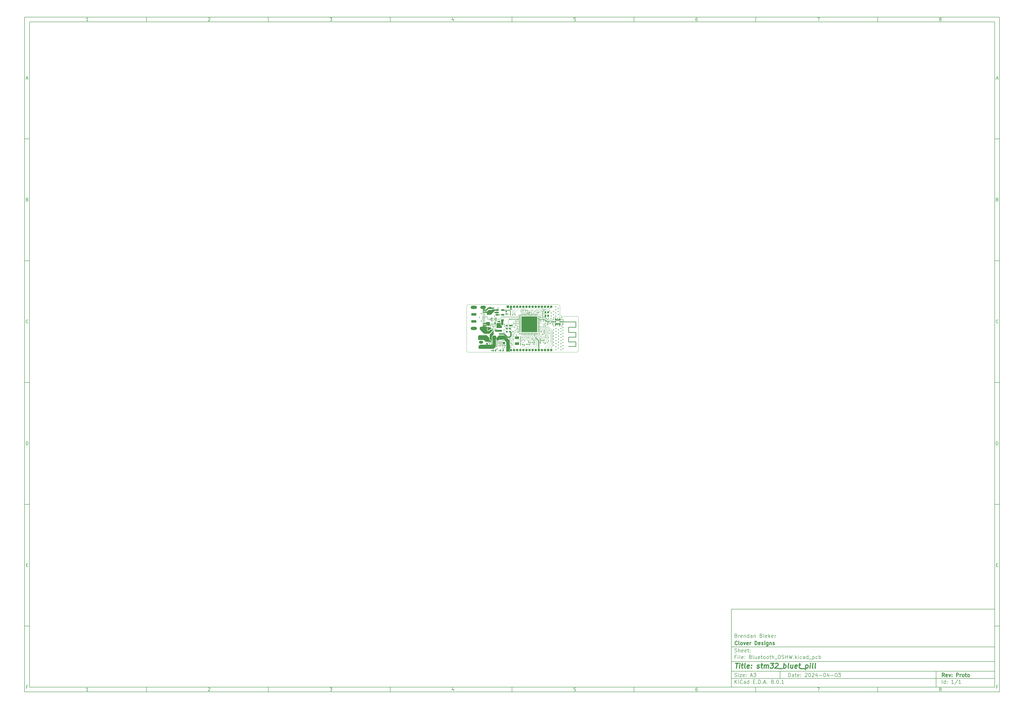
<source format=gbr>
%TF.GenerationSoftware,KiCad,Pcbnew,8.0.1*%
%TF.CreationDate,2024-04-05T17:07:48-07:00*%
%TF.ProjectId,Bluetooth_OSHW,426c7565-746f-46f7-9468-5f4f5348572e,Proto*%
%TF.SameCoordinates,Original*%
%TF.FileFunction,Copper,L1,Top*%
%TF.FilePolarity,Positive*%
%FSLAX46Y46*%
G04 Gerber Fmt 4.6, Leading zero omitted, Abs format (unit mm)*
G04 Created by KiCad (PCBNEW 8.0.1) date 2024-04-05 17:07:48*
%MOMM*%
%LPD*%
G01*
G04 APERTURE LIST*
G04 Aperture macros list*
%AMRoundRect*
0 Rectangle with rounded corners*
0 $1 Rounding radius*
0 $2 $3 $4 $5 $6 $7 $8 $9 X,Y pos of 4 corners*
0 Add a 4 corners polygon primitive as box body*
4,1,4,$2,$3,$4,$5,$6,$7,$8,$9,$2,$3,0*
0 Add four circle primitives for the rounded corners*
1,1,$1+$1,$2,$3*
1,1,$1+$1,$4,$5*
1,1,$1+$1,$6,$7*
1,1,$1+$1,$8,$9*
0 Add four rect primitives between the rounded corners*
20,1,$1+$1,$2,$3,$4,$5,0*
20,1,$1+$1,$4,$5,$6,$7,0*
20,1,$1+$1,$6,$7,$8,$9,0*
20,1,$1+$1,$8,$9,$2,$3,0*%
%AMFreePoly0*
4,1,10,-0.450000,0.185000,0.450000,0.185000,0.450000,0.435000,1.200000,0.435000,1.200000,-0.235000,-1.000000,-0.235000,-1.200000,-0.035000,-1.200000,0.435000,-0.450000,0.435000,-0.450000,0.185000,-0.450000,0.185000,$1*%
%AMFreePoly1*
4,1,10,-0.450000,0.185000,0.450000,0.185000,0.450000,0.435000,1.200000,0.435000,1.200000,-0.035000,1.000000,-0.235000,-1.200000,-0.235000,-1.200000,0.435000,-0.450000,0.435000,-0.450000,0.185000,-0.450000,0.185000,$1*%
G04 Aperture macros list end*
%ADD10C,0.100000*%
%ADD11C,0.150000*%
%ADD12C,0.300000*%
%ADD13C,0.400000*%
%TA.AperFunction,EtchedComponent*%
%ADD14C,0.254000*%
%TD*%
%TA.AperFunction,SMDPad,CuDef*%
%ADD15RoundRect,0.100000X0.130000X0.100000X-0.130000X0.100000X-0.130000X-0.100000X0.130000X-0.100000X0*%
%TD*%
%TA.AperFunction,SMDPad,CuDef*%
%ADD16RoundRect,0.100000X-0.130000X-0.100000X0.130000X-0.100000X0.130000X0.100000X-0.130000X0.100000X0*%
%TD*%
%TA.AperFunction,SMDPad,CuDef*%
%ADD17RoundRect,0.100000X-0.100000X0.130000X-0.100000X-0.130000X0.100000X-0.130000X0.100000X0.130000X0*%
%TD*%
%TA.AperFunction,SMDPad,CuDef*%
%ADD18RoundRect,0.140000X-0.140000X-0.170000X0.140000X-0.170000X0.140000X0.170000X-0.140000X0.170000X0*%
%TD*%
%TA.AperFunction,BGAPad,CuDef*%
%ADD19C,0.200000*%
%TD*%
%TA.AperFunction,SMDPad,CuDef*%
%ADD20RoundRect,0.225000X0.225000X0.250000X-0.225000X0.250000X-0.225000X-0.250000X0.225000X-0.250000X0*%
%TD*%
%TA.AperFunction,SMDPad,CuDef*%
%ADD21RoundRect,0.147500X0.147500X0.172500X-0.147500X0.172500X-0.147500X-0.172500X0.147500X-0.172500X0*%
%TD*%
%TA.AperFunction,SMDPad,CuDef*%
%ADD22RoundRect,0.225000X0.250000X-0.225000X0.250000X0.225000X-0.250000X0.225000X-0.250000X-0.225000X0*%
%TD*%
%TA.AperFunction,SMDPad,CuDef*%
%ADD23RoundRect,0.140000X0.140000X0.170000X-0.140000X0.170000X-0.140000X-0.170000X0.140000X-0.170000X0*%
%TD*%
%TA.AperFunction,SMDPad,CuDef*%
%ADD24RoundRect,0.140000X-0.170000X0.140000X-0.170000X-0.140000X0.170000X-0.140000X0.170000X0.140000X0*%
%TD*%
%TA.AperFunction,ComponentPad*%
%ADD25O,1.000000X1.000000*%
%TD*%
%TA.AperFunction,ComponentPad*%
%ADD26R,1.000000X1.000000*%
%TD*%
%TA.AperFunction,SMDPad,CuDef*%
%ADD27R,1.600000X0.550000*%
%TD*%
%TA.AperFunction,SMDPad,CuDef*%
%ADD28RoundRect,0.135000X0.135000X0.185000X-0.135000X0.185000X-0.135000X-0.185000X0.135000X-0.185000X0*%
%TD*%
%TA.AperFunction,ComponentPad*%
%ADD29O,1.750000X1.200000*%
%TD*%
%TA.AperFunction,ComponentPad*%
%ADD30RoundRect,0.250000X-0.625000X0.350000X-0.625000X-0.350000X0.625000X-0.350000X0.625000X0.350000X0*%
%TD*%
%TA.AperFunction,SMDPad,CuDef*%
%ADD31RoundRect,0.063500X-0.063500X0.063500X-0.063500X-0.063500X0.063500X-0.063500X0.063500X0.063500X0*%
%TD*%
%TA.AperFunction,SMDPad,CuDef*%
%ADD32RoundRect,0.135000X-0.185000X0.135000X-0.185000X-0.135000X0.185000X-0.135000X0.185000X0.135000X0*%
%TD*%
%TA.AperFunction,SMDPad,CuDef*%
%ADD33RoundRect,0.100000X0.100000X-0.130000X0.100000X0.130000X-0.100000X0.130000X-0.100000X-0.130000X0*%
%TD*%
%TA.AperFunction,SMDPad,CuDef*%
%ADD34R,2.000000X1.000000*%
%TD*%
%TA.AperFunction,SMDPad,CuDef*%
%ADD35R,1.000000X0.520000*%
%TD*%
%TA.AperFunction,SMDPad,CuDef*%
%ADD36R,1.000000X0.270000*%
%TD*%
%TA.AperFunction,ComponentPad*%
%ADD37O,2.300000X1.300000*%
%TD*%
%TA.AperFunction,ComponentPad*%
%ADD38O,2.600000X1.300000*%
%TD*%
%TA.AperFunction,ConnectorPad*%
%ADD39C,0.787400*%
%TD*%
%TA.AperFunction,SMDPad,CuDef*%
%ADD40R,0.800000X0.900000*%
%TD*%
%TA.AperFunction,SMDPad,CuDef*%
%ADD41R,0.480000X0.500000*%
%TD*%
%TA.AperFunction,SMDPad,CuDef*%
%ADD42FreePoly0,180.000000*%
%TD*%
%TA.AperFunction,SMDPad,CuDef*%
%ADD43FreePoly1,0.000000*%
%TD*%
%TA.AperFunction,ComponentPad*%
%ADD44C,0.400000*%
%TD*%
%TA.AperFunction,SMDPad,CuDef*%
%ADD45RoundRect,0.050000X-0.400000X-0.700000X0.400000X-0.700000X0.400000X0.700000X-0.400000X0.700000X0*%
%TD*%
%TA.AperFunction,SMDPad,CuDef*%
%ADD46RoundRect,0.050000X0.200000X0.050000X-0.200000X0.050000X-0.200000X-0.050000X0.200000X-0.050000X0*%
%TD*%
%TA.AperFunction,SMDPad,CuDef*%
%ADD47RoundRect,0.050000X-0.200000X-0.050000X0.200000X-0.050000X0.200000X0.050000X-0.200000X0.050000X0*%
%TD*%
%TA.AperFunction,SMDPad,CuDef*%
%ADD48R,1.800000X1.000000*%
%TD*%
%TA.AperFunction,SMDPad,CuDef*%
%ADD49RoundRect,0.093750X0.156250X0.093750X-0.156250X0.093750X-0.156250X-0.093750X0.156250X-0.093750X0*%
%TD*%
%TA.AperFunction,SMDPad,CuDef*%
%ADD50RoundRect,0.075000X0.250000X0.075000X-0.250000X0.075000X-0.250000X-0.075000X0.250000X-0.075000X0*%
%TD*%
%TA.AperFunction,SMDPad,CuDef*%
%ADD51RoundRect,0.150000X-0.512500X-0.150000X0.512500X-0.150000X0.512500X0.150000X-0.512500X0.150000X0*%
%TD*%
%TA.AperFunction,SMDPad,CuDef*%
%ADD52RoundRect,0.140000X0.170000X-0.140000X0.170000X0.140000X-0.170000X0.140000X-0.170000X-0.140000X0*%
%TD*%
%TA.AperFunction,SMDPad,CuDef*%
%ADD53RoundRect,0.062500X0.062500X-0.400000X0.062500X0.400000X-0.062500X0.400000X-0.062500X-0.400000X0*%
%TD*%
%TA.AperFunction,SMDPad,CuDef*%
%ADD54RoundRect,0.062500X0.400000X-0.062500X0.400000X0.062500X-0.400000X0.062500X-0.400000X-0.062500X0*%
%TD*%
%TA.AperFunction,HeatsinkPad*%
%ADD55R,6.400000X6.400000*%
%TD*%
%TA.AperFunction,ViaPad*%
%ADD56C,0.375000*%
%TD*%
%TA.AperFunction,ViaPad*%
%ADD57C,0.600000*%
%TD*%
%TA.AperFunction,ViaPad*%
%ADD58C,0.400000*%
%TD*%
%TA.AperFunction,Conductor*%
%ADD59C,0.200000*%
%TD*%
%TA.AperFunction,Conductor*%
%ADD60C,0.150000*%
%TD*%
%TA.AperFunction,Conductor*%
%ADD61C,0.102000*%
%TD*%
%TA.AperFunction,Conductor*%
%ADD62C,0.500000*%
%TD*%
%TA.AperFunction,Conductor*%
%ADD63C,0.300000*%
%TD*%
%TA.AperFunction,Conductor*%
%ADD64C,0.352000*%
%TD*%
%TA.AperFunction,Conductor*%
%ADD65C,0.250000*%
%TD*%
%TA.AperFunction,Profile*%
%ADD66C,0.100000*%
%TD*%
G04 APERTURE END LIST*
D10*
D11*
X299989000Y-253002200D02*
X407989000Y-253002200D01*
X407989000Y-285002200D01*
X299989000Y-285002200D01*
X299989000Y-253002200D01*
D10*
D11*
X10000000Y-10000000D02*
X409989000Y-10000000D01*
X409989000Y-287002200D01*
X10000000Y-287002200D01*
X10000000Y-10000000D01*
D10*
D11*
X12000000Y-12000000D02*
X407989000Y-12000000D01*
X407989000Y-285002200D01*
X12000000Y-285002200D01*
X12000000Y-12000000D01*
D10*
D11*
X60000000Y-12000000D02*
X60000000Y-10000000D01*
D10*
D11*
X110000000Y-12000000D02*
X110000000Y-10000000D01*
D10*
D11*
X160000000Y-12000000D02*
X160000000Y-10000000D01*
D10*
D11*
X210000000Y-12000000D02*
X210000000Y-10000000D01*
D10*
D11*
X260000000Y-12000000D02*
X260000000Y-10000000D01*
D10*
D11*
X310000000Y-12000000D02*
X310000000Y-10000000D01*
D10*
D11*
X360000000Y-12000000D02*
X360000000Y-10000000D01*
D10*
D11*
X36089160Y-11593604D02*
X35346303Y-11593604D01*
X35717731Y-11593604D02*
X35717731Y-10293604D01*
X35717731Y-10293604D02*
X35593922Y-10479319D01*
X35593922Y-10479319D02*
X35470112Y-10603128D01*
X35470112Y-10603128D02*
X35346303Y-10665033D01*
D10*
D11*
X85346303Y-10417414D02*
X85408207Y-10355509D01*
X85408207Y-10355509D02*
X85532017Y-10293604D01*
X85532017Y-10293604D02*
X85841541Y-10293604D01*
X85841541Y-10293604D02*
X85965350Y-10355509D01*
X85965350Y-10355509D02*
X86027255Y-10417414D01*
X86027255Y-10417414D02*
X86089160Y-10541223D01*
X86089160Y-10541223D02*
X86089160Y-10665033D01*
X86089160Y-10665033D02*
X86027255Y-10850747D01*
X86027255Y-10850747D02*
X85284398Y-11593604D01*
X85284398Y-11593604D02*
X86089160Y-11593604D01*
D10*
D11*
X135284398Y-10293604D02*
X136089160Y-10293604D01*
X136089160Y-10293604D02*
X135655826Y-10788842D01*
X135655826Y-10788842D02*
X135841541Y-10788842D01*
X135841541Y-10788842D02*
X135965350Y-10850747D01*
X135965350Y-10850747D02*
X136027255Y-10912652D01*
X136027255Y-10912652D02*
X136089160Y-11036461D01*
X136089160Y-11036461D02*
X136089160Y-11345985D01*
X136089160Y-11345985D02*
X136027255Y-11469795D01*
X136027255Y-11469795D02*
X135965350Y-11531700D01*
X135965350Y-11531700D02*
X135841541Y-11593604D01*
X135841541Y-11593604D02*
X135470112Y-11593604D01*
X135470112Y-11593604D02*
X135346303Y-11531700D01*
X135346303Y-11531700D02*
X135284398Y-11469795D01*
D10*
D11*
X185965350Y-10726938D02*
X185965350Y-11593604D01*
X185655826Y-10231700D02*
X185346303Y-11160271D01*
X185346303Y-11160271D02*
X186151064Y-11160271D01*
D10*
D11*
X236027255Y-10293604D02*
X235408207Y-10293604D01*
X235408207Y-10293604D02*
X235346303Y-10912652D01*
X235346303Y-10912652D02*
X235408207Y-10850747D01*
X235408207Y-10850747D02*
X235532017Y-10788842D01*
X235532017Y-10788842D02*
X235841541Y-10788842D01*
X235841541Y-10788842D02*
X235965350Y-10850747D01*
X235965350Y-10850747D02*
X236027255Y-10912652D01*
X236027255Y-10912652D02*
X236089160Y-11036461D01*
X236089160Y-11036461D02*
X236089160Y-11345985D01*
X236089160Y-11345985D02*
X236027255Y-11469795D01*
X236027255Y-11469795D02*
X235965350Y-11531700D01*
X235965350Y-11531700D02*
X235841541Y-11593604D01*
X235841541Y-11593604D02*
X235532017Y-11593604D01*
X235532017Y-11593604D02*
X235408207Y-11531700D01*
X235408207Y-11531700D02*
X235346303Y-11469795D01*
D10*
D11*
X285965350Y-10293604D02*
X285717731Y-10293604D01*
X285717731Y-10293604D02*
X285593922Y-10355509D01*
X285593922Y-10355509D02*
X285532017Y-10417414D01*
X285532017Y-10417414D02*
X285408207Y-10603128D01*
X285408207Y-10603128D02*
X285346303Y-10850747D01*
X285346303Y-10850747D02*
X285346303Y-11345985D01*
X285346303Y-11345985D02*
X285408207Y-11469795D01*
X285408207Y-11469795D02*
X285470112Y-11531700D01*
X285470112Y-11531700D02*
X285593922Y-11593604D01*
X285593922Y-11593604D02*
X285841541Y-11593604D01*
X285841541Y-11593604D02*
X285965350Y-11531700D01*
X285965350Y-11531700D02*
X286027255Y-11469795D01*
X286027255Y-11469795D02*
X286089160Y-11345985D01*
X286089160Y-11345985D02*
X286089160Y-11036461D01*
X286089160Y-11036461D02*
X286027255Y-10912652D01*
X286027255Y-10912652D02*
X285965350Y-10850747D01*
X285965350Y-10850747D02*
X285841541Y-10788842D01*
X285841541Y-10788842D02*
X285593922Y-10788842D01*
X285593922Y-10788842D02*
X285470112Y-10850747D01*
X285470112Y-10850747D02*
X285408207Y-10912652D01*
X285408207Y-10912652D02*
X285346303Y-11036461D01*
D10*
D11*
X335284398Y-10293604D02*
X336151064Y-10293604D01*
X336151064Y-10293604D02*
X335593922Y-11593604D01*
D10*
D11*
X385593922Y-10850747D02*
X385470112Y-10788842D01*
X385470112Y-10788842D02*
X385408207Y-10726938D01*
X385408207Y-10726938D02*
X385346303Y-10603128D01*
X385346303Y-10603128D02*
X385346303Y-10541223D01*
X385346303Y-10541223D02*
X385408207Y-10417414D01*
X385408207Y-10417414D02*
X385470112Y-10355509D01*
X385470112Y-10355509D02*
X385593922Y-10293604D01*
X385593922Y-10293604D02*
X385841541Y-10293604D01*
X385841541Y-10293604D02*
X385965350Y-10355509D01*
X385965350Y-10355509D02*
X386027255Y-10417414D01*
X386027255Y-10417414D02*
X386089160Y-10541223D01*
X386089160Y-10541223D02*
X386089160Y-10603128D01*
X386089160Y-10603128D02*
X386027255Y-10726938D01*
X386027255Y-10726938D02*
X385965350Y-10788842D01*
X385965350Y-10788842D02*
X385841541Y-10850747D01*
X385841541Y-10850747D02*
X385593922Y-10850747D01*
X385593922Y-10850747D02*
X385470112Y-10912652D01*
X385470112Y-10912652D02*
X385408207Y-10974557D01*
X385408207Y-10974557D02*
X385346303Y-11098366D01*
X385346303Y-11098366D02*
X385346303Y-11345985D01*
X385346303Y-11345985D02*
X385408207Y-11469795D01*
X385408207Y-11469795D02*
X385470112Y-11531700D01*
X385470112Y-11531700D02*
X385593922Y-11593604D01*
X385593922Y-11593604D02*
X385841541Y-11593604D01*
X385841541Y-11593604D02*
X385965350Y-11531700D01*
X385965350Y-11531700D02*
X386027255Y-11469795D01*
X386027255Y-11469795D02*
X386089160Y-11345985D01*
X386089160Y-11345985D02*
X386089160Y-11098366D01*
X386089160Y-11098366D02*
X386027255Y-10974557D01*
X386027255Y-10974557D02*
X385965350Y-10912652D01*
X385965350Y-10912652D02*
X385841541Y-10850747D01*
D10*
D11*
X60000000Y-285002200D02*
X60000000Y-287002200D01*
D10*
D11*
X110000000Y-285002200D02*
X110000000Y-287002200D01*
D10*
D11*
X160000000Y-285002200D02*
X160000000Y-287002200D01*
D10*
D11*
X210000000Y-285002200D02*
X210000000Y-287002200D01*
D10*
D11*
X260000000Y-285002200D02*
X260000000Y-287002200D01*
D10*
D11*
X310000000Y-285002200D02*
X310000000Y-287002200D01*
D10*
D11*
X360000000Y-285002200D02*
X360000000Y-287002200D01*
D10*
D11*
X36089160Y-286595804D02*
X35346303Y-286595804D01*
X35717731Y-286595804D02*
X35717731Y-285295804D01*
X35717731Y-285295804D02*
X35593922Y-285481519D01*
X35593922Y-285481519D02*
X35470112Y-285605328D01*
X35470112Y-285605328D02*
X35346303Y-285667233D01*
D10*
D11*
X85346303Y-285419614D02*
X85408207Y-285357709D01*
X85408207Y-285357709D02*
X85532017Y-285295804D01*
X85532017Y-285295804D02*
X85841541Y-285295804D01*
X85841541Y-285295804D02*
X85965350Y-285357709D01*
X85965350Y-285357709D02*
X86027255Y-285419614D01*
X86027255Y-285419614D02*
X86089160Y-285543423D01*
X86089160Y-285543423D02*
X86089160Y-285667233D01*
X86089160Y-285667233D02*
X86027255Y-285852947D01*
X86027255Y-285852947D02*
X85284398Y-286595804D01*
X85284398Y-286595804D02*
X86089160Y-286595804D01*
D10*
D11*
X135284398Y-285295804D02*
X136089160Y-285295804D01*
X136089160Y-285295804D02*
X135655826Y-285791042D01*
X135655826Y-285791042D02*
X135841541Y-285791042D01*
X135841541Y-285791042D02*
X135965350Y-285852947D01*
X135965350Y-285852947D02*
X136027255Y-285914852D01*
X136027255Y-285914852D02*
X136089160Y-286038661D01*
X136089160Y-286038661D02*
X136089160Y-286348185D01*
X136089160Y-286348185D02*
X136027255Y-286471995D01*
X136027255Y-286471995D02*
X135965350Y-286533900D01*
X135965350Y-286533900D02*
X135841541Y-286595804D01*
X135841541Y-286595804D02*
X135470112Y-286595804D01*
X135470112Y-286595804D02*
X135346303Y-286533900D01*
X135346303Y-286533900D02*
X135284398Y-286471995D01*
D10*
D11*
X185965350Y-285729138D02*
X185965350Y-286595804D01*
X185655826Y-285233900D02*
X185346303Y-286162471D01*
X185346303Y-286162471D02*
X186151064Y-286162471D01*
D10*
D11*
X236027255Y-285295804D02*
X235408207Y-285295804D01*
X235408207Y-285295804D02*
X235346303Y-285914852D01*
X235346303Y-285914852D02*
X235408207Y-285852947D01*
X235408207Y-285852947D02*
X235532017Y-285791042D01*
X235532017Y-285791042D02*
X235841541Y-285791042D01*
X235841541Y-285791042D02*
X235965350Y-285852947D01*
X235965350Y-285852947D02*
X236027255Y-285914852D01*
X236027255Y-285914852D02*
X236089160Y-286038661D01*
X236089160Y-286038661D02*
X236089160Y-286348185D01*
X236089160Y-286348185D02*
X236027255Y-286471995D01*
X236027255Y-286471995D02*
X235965350Y-286533900D01*
X235965350Y-286533900D02*
X235841541Y-286595804D01*
X235841541Y-286595804D02*
X235532017Y-286595804D01*
X235532017Y-286595804D02*
X235408207Y-286533900D01*
X235408207Y-286533900D02*
X235346303Y-286471995D01*
D10*
D11*
X285965350Y-285295804D02*
X285717731Y-285295804D01*
X285717731Y-285295804D02*
X285593922Y-285357709D01*
X285593922Y-285357709D02*
X285532017Y-285419614D01*
X285532017Y-285419614D02*
X285408207Y-285605328D01*
X285408207Y-285605328D02*
X285346303Y-285852947D01*
X285346303Y-285852947D02*
X285346303Y-286348185D01*
X285346303Y-286348185D02*
X285408207Y-286471995D01*
X285408207Y-286471995D02*
X285470112Y-286533900D01*
X285470112Y-286533900D02*
X285593922Y-286595804D01*
X285593922Y-286595804D02*
X285841541Y-286595804D01*
X285841541Y-286595804D02*
X285965350Y-286533900D01*
X285965350Y-286533900D02*
X286027255Y-286471995D01*
X286027255Y-286471995D02*
X286089160Y-286348185D01*
X286089160Y-286348185D02*
X286089160Y-286038661D01*
X286089160Y-286038661D02*
X286027255Y-285914852D01*
X286027255Y-285914852D02*
X285965350Y-285852947D01*
X285965350Y-285852947D02*
X285841541Y-285791042D01*
X285841541Y-285791042D02*
X285593922Y-285791042D01*
X285593922Y-285791042D02*
X285470112Y-285852947D01*
X285470112Y-285852947D02*
X285408207Y-285914852D01*
X285408207Y-285914852D02*
X285346303Y-286038661D01*
D10*
D11*
X335284398Y-285295804D02*
X336151064Y-285295804D01*
X336151064Y-285295804D02*
X335593922Y-286595804D01*
D10*
D11*
X385593922Y-285852947D02*
X385470112Y-285791042D01*
X385470112Y-285791042D02*
X385408207Y-285729138D01*
X385408207Y-285729138D02*
X385346303Y-285605328D01*
X385346303Y-285605328D02*
X385346303Y-285543423D01*
X385346303Y-285543423D02*
X385408207Y-285419614D01*
X385408207Y-285419614D02*
X385470112Y-285357709D01*
X385470112Y-285357709D02*
X385593922Y-285295804D01*
X385593922Y-285295804D02*
X385841541Y-285295804D01*
X385841541Y-285295804D02*
X385965350Y-285357709D01*
X385965350Y-285357709D02*
X386027255Y-285419614D01*
X386027255Y-285419614D02*
X386089160Y-285543423D01*
X386089160Y-285543423D02*
X386089160Y-285605328D01*
X386089160Y-285605328D02*
X386027255Y-285729138D01*
X386027255Y-285729138D02*
X385965350Y-285791042D01*
X385965350Y-285791042D02*
X385841541Y-285852947D01*
X385841541Y-285852947D02*
X385593922Y-285852947D01*
X385593922Y-285852947D02*
X385470112Y-285914852D01*
X385470112Y-285914852D02*
X385408207Y-285976757D01*
X385408207Y-285976757D02*
X385346303Y-286100566D01*
X385346303Y-286100566D02*
X385346303Y-286348185D01*
X385346303Y-286348185D02*
X385408207Y-286471995D01*
X385408207Y-286471995D02*
X385470112Y-286533900D01*
X385470112Y-286533900D02*
X385593922Y-286595804D01*
X385593922Y-286595804D02*
X385841541Y-286595804D01*
X385841541Y-286595804D02*
X385965350Y-286533900D01*
X385965350Y-286533900D02*
X386027255Y-286471995D01*
X386027255Y-286471995D02*
X386089160Y-286348185D01*
X386089160Y-286348185D02*
X386089160Y-286100566D01*
X386089160Y-286100566D02*
X386027255Y-285976757D01*
X386027255Y-285976757D02*
X385965350Y-285914852D01*
X385965350Y-285914852D02*
X385841541Y-285852947D01*
D10*
D11*
X10000000Y-60000000D02*
X12000000Y-60000000D01*
D10*
D11*
X10000000Y-110000000D02*
X12000000Y-110000000D01*
D10*
D11*
X10000000Y-160000000D02*
X12000000Y-160000000D01*
D10*
D11*
X10000000Y-210000000D02*
X12000000Y-210000000D01*
D10*
D11*
X10000000Y-260000000D02*
X12000000Y-260000000D01*
D10*
D11*
X10690476Y-35222176D02*
X11309523Y-35222176D01*
X10566666Y-35593604D02*
X10999999Y-34293604D01*
X10999999Y-34293604D02*
X11433333Y-35593604D01*
D10*
D11*
X11092857Y-84912652D02*
X11278571Y-84974557D01*
X11278571Y-84974557D02*
X11340476Y-85036461D01*
X11340476Y-85036461D02*
X11402380Y-85160271D01*
X11402380Y-85160271D02*
X11402380Y-85345985D01*
X11402380Y-85345985D02*
X11340476Y-85469795D01*
X11340476Y-85469795D02*
X11278571Y-85531700D01*
X11278571Y-85531700D02*
X11154761Y-85593604D01*
X11154761Y-85593604D02*
X10659523Y-85593604D01*
X10659523Y-85593604D02*
X10659523Y-84293604D01*
X10659523Y-84293604D02*
X11092857Y-84293604D01*
X11092857Y-84293604D02*
X11216666Y-84355509D01*
X11216666Y-84355509D02*
X11278571Y-84417414D01*
X11278571Y-84417414D02*
X11340476Y-84541223D01*
X11340476Y-84541223D02*
X11340476Y-84665033D01*
X11340476Y-84665033D02*
X11278571Y-84788842D01*
X11278571Y-84788842D02*
X11216666Y-84850747D01*
X11216666Y-84850747D02*
X11092857Y-84912652D01*
X11092857Y-84912652D02*
X10659523Y-84912652D01*
D10*
D11*
X11402380Y-135469795D02*
X11340476Y-135531700D01*
X11340476Y-135531700D02*
X11154761Y-135593604D01*
X11154761Y-135593604D02*
X11030952Y-135593604D01*
X11030952Y-135593604D02*
X10845238Y-135531700D01*
X10845238Y-135531700D02*
X10721428Y-135407890D01*
X10721428Y-135407890D02*
X10659523Y-135284080D01*
X10659523Y-135284080D02*
X10597619Y-135036461D01*
X10597619Y-135036461D02*
X10597619Y-134850747D01*
X10597619Y-134850747D02*
X10659523Y-134603128D01*
X10659523Y-134603128D02*
X10721428Y-134479319D01*
X10721428Y-134479319D02*
X10845238Y-134355509D01*
X10845238Y-134355509D02*
X11030952Y-134293604D01*
X11030952Y-134293604D02*
X11154761Y-134293604D01*
X11154761Y-134293604D02*
X11340476Y-134355509D01*
X11340476Y-134355509D02*
X11402380Y-134417414D01*
D10*
D11*
X10659523Y-185593604D02*
X10659523Y-184293604D01*
X10659523Y-184293604D02*
X10969047Y-184293604D01*
X10969047Y-184293604D02*
X11154761Y-184355509D01*
X11154761Y-184355509D02*
X11278571Y-184479319D01*
X11278571Y-184479319D02*
X11340476Y-184603128D01*
X11340476Y-184603128D02*
X11402380Y-184850747D01*
X11402380Y-184850747D02*
X11402380Y-185036461D01*
X11402380Y-185036461D02*
X11340476Y-185284080D01*
X11340476Y-185284080D02*
X11278571Y-185407890D01*
X11278571Y-185407890D02*
X11154761Y-185531700D01*
X11154761Y-185531700D02*
X10969047Y-185593604D01*
X10969047Y-185593604D02*
X10659523Y-185593604D01*
D10*
D11*
X10721428Y-234912652D02*
X11154762Y-234912652D01*
X11340476Y-235593604D02*
X10721428Y-235593604D01*
X10721428Y-235593604D02*
X10721428Y-234293604D01*
X10721428Y-234293604D02*
X11340476Y-234293604D01*
D10*
D11*
X11185714Y-284912652D02*
X10752380Y-284912652D01*
X10752380Y-285593604D02*
X10752380Y-284293604D01*
X10752380Y-284293604D02*
X11371428Y-284293604D01*
D10*
D11*
X409989000Y-60000000D02*
X407989000Y-60000000D01*
D10*
D11*
X409989000Y-110000000D02*
X407989000Y-110000000D01*
D10*
D11*
X409989000Y-160000000D02*
X407989000Y-160000000D01*
D10*
D11*
X409989000Y-210000000D02*
X407989000Y-210000000D01*
D10*
D11*
X409989000Y-260000000D02*
X407989000Y-260000000D01*
D10*
D11*
X408679476Y-35222176D02*
X409298523Y-35222176D01*
X408555666Y-35593604D02*
X408988999Y-34293604D01*
X408988999Y-34293604D02*
X409422333Y-35593604D01*
D10*
D11*
X409081857Y-84912652D02*
X409267571Y-84974557D01*
X409267571Y-84974557D02*
X409329476Y-85036461D01*
X409329476Y-85036461D02*
X409391380Y-85160271D01*
X409391380Y-85160271D02*
X409391380Y-85345985D01*
X409391380Y-85345985D02*
X409329476Y-85469795D01*
X409329476Y-85469795D02*
X409267571Y-85531700D01*
X409267571Y-85531700D02*
X409143761Y-85593604D01*
X409143761Y-85593604D02*
X408648523Y-85593604D01*
X408648523Y-85593604D02*
X408648523Y-84293604D01*
X408648523Y-84293604D02*
X409081857Y-84293604D01*
X409081857Y-84293604D02*
X409205666Y-84355509D01*
X409205666Y-84355509D02*
X409267571Y-84417414D01*
X409267571Y-84417414D02*
X409329476Y-84541223D01*
X409329476Y-84541223D02*
X409329476Y-84665033D01*
X409329476Y-84665033D02*
X409267571Y-84788842D01*
X409267571Y-84788842D02*
X409205666Y-84850747D01*
X409205666Y-84850747D02*
X409081857Y-84912652D01*
X409081857Y-84912652D02*
X408648523Y-84912652D01*
D10*
D11*
X409391380Y-135469795D02*
X409329476Y-135531700D01*
X409329476Y-135531700D02*
X409143761Y-135593604D01*
X409143761Y-135593604D02*
X409019952Y-135593604D01*
X409019952Y-135593604D02*
X408834238Y-135531700D01*
X408834238Y-135531700D02*
X408710428Y-135407890D01*
X408710428Y-135407890D02*
X408648523Y-135284080D01*
X408648523Y-135284080D02*
X408586619Y-135036461D01*
X408586619Y-135036461D02*
X408586619Y-134850747D01*
X408586619Y-134850747D02*
X408648523Y-134603128D01*
X408648523Y-134603128D02*
X408710428Y-134479319D01*
X408710428Y-134479319D02*
X408834238Y-134355509D01*
X408834238Y-134355509D02*
X409019952Y-134293604D01*
X409019952Y-134293604D02*
X409143761Y-134293604D01*
X409143761Y-134293604D02*
X409329476Y-134355509D01*
X409329476Y-134355509D02*
X409391380Y-134417414D01*
D10*
D11*
X408648523Y-185593604D02*
X408648523Y-184293604D01*
X408648523Y-184293604D02*
X408958047Y-184293604D01*
X408958047Y-184293604D02*
X409143761Y-184355509D01*
X409143761Y-184355509D02*
X409267571Y-184479319D01*
X409267571Y-184479319D02*
X409329476Y-184603128D01*
X409329476Y-184603128D02*
X409391380Y-184850747D01*
X409391380Y-184850747D02*
X409391380Y-185036461D01*
X409391380Y-185036461D02*
X409329476Y-185284080D01*
X409329476Y-185284080D02*
X409267571Y-185407890D01*
X409267571Y-185407890D02*
X409143761Y-185531700D01*
X409143761Y-185531700D02*
X408958047Y-185593604D01*
X408958047Y-185593604D02*
X408648523Y-185593604D01*
D10*
D11*
X408710428Y-234912652D02*
X409143762Y-234912652D01*
X409329476Y-235593604D02*
X408710428Y-235593604D01*
X408710428Y-235593604D02*
X408710428Y-234293604D01*
X408710428Y-234293604D02*
X409329476Y-234293604D01*
D10*
D11*
X409174714Y-284912652D02*
X408741380Y-284912652D01*
X408741380Y-285593604D02*
X408741380Y-284293604D01*
X408741380Y-284293604D02*
X409360428Y-284293604D01*
D10*
D11*
X323444826Y-280788328D02*
X323444826Y-279288328D01*
X323444826Y-279288328D02*
X323801969Y-279288328D01*
X323801969Y-279288328D02*
X324016255Y-279359757D01*
X324016255Y-279359757D02*
X324159112Y-279502614D01*
X324159112Y-279502614D02*
X324230541Y-279645471D01*
X324230541Y-279645471D02*
X324301969Y-279931185D01*
X324301969Y-279931185D02*
X324301969Y-280145471D01*
X324301969Y-280145471D02*
X324230541Y-280431185D01*
X324230541Y-280431185D02*
X324159112Y-280574042D01*
X324159112Y-280574042D02*
X324016255Y-280716900D01*
X324016255Y-280716900D02*
X323801969Y-280788328D01*
X323801969Y-280788328D02*
X323444826Y-280788328D01*
X325587684Y-280788328D02*
X325587684Y-280002614D01*
X325587684Y-280002614D02*
X325516255Y-279859757D01*
X325516255Y-279859757D02*
X325373398Y-279788328D01*
X325373398Y-279788328D02*
X325087684Y-279788328D01*
X325087684Y-279788328D02*
X324944826Y-279859757D01*
X325587684Y-280716900D02*
X325444826Y-280788328D01*
X325444826Y-280788328D02*
X325087684Y-280788328D01*
X325087684Y-280788328D02*
X324944826Y-280716900D01*
X324944826Y-280716900D02*
X324873398Y-280574042D01*
X324873398Y-280574042D02*
X324873398Y-280431185D01*
X324873398Y-280431185D02*
X324944826Y-280288328D01*
X324944826Y-280288328D02*
X325087684Y-280216900D01*
X325087684Y-280216900D02*
X325444826Y-280216900D01*
X325444826Y-280216900D02*
X325587684Y-280145471D01*
X326087684Y-279788328D02*
X326659112Y-279788328D01*
X326301969Y-279288328D02*
X326301969Y-280574042D01*
X326301969Y-280574042D02*
X326373398Y-280716900D01*
X326373398Y-280716900D02*
X326516255Y-280788328D01*
X326516255Y-280788328D02*
X326659112Y-280788328D01*
X327730541Y-280716900D02*
X327587684Y-280788328D01*
X327587684Y-280788328D02*
X327301970Y-280788328D01*
X327301970Y-280788328D02*
X327159112Y-280716900D01*
X327159112Y-280716900D02*
X327087684Y-280574042D01*
X327087684Y-280574042D02*
X327087684Y-280002614D01*
X327087684Y-280002614D02*
X327159112Y-279859757D01*
X327159112Y-279859757D02*
X327301970Y-279788328D01*
X327301970Y-279788328D02*
X327587684Y-279788328D01*
X327587684Y-279788328D02*
X327730541Y-279859757D01*
X327730541Y-279859757D02*
X327801970Y-280002614D01*
X327801970Y-280002614D02*
X327801970Y-280145471D01*
X327801970Y-280145471D02*
X327087684Y-280288328D01*
X328444826Y-280645471D02*
X328516255Y-280716900D01*
X328516255Y-280716900D02*
X328444826Y-280788328D01*
X328444826Y-280788328D02*
X328373398Y-280716900D01*
X328373398Y-280716900D02*
X328444826Y-280645471D01*
X328444826Y-280645471D02*
X328444826Y-280788328D01*
X328444826Y-279859757D02*
X328516255Y-279931185D01*
X328516255Y-279931185D02*
X328444826Y-280002614D01*
X328444826Y-280002614D02*
X328373398Y-279931185D01*
X328373398Y-279931185D02*
X328444826Y-279859757D01*
X328444826Y-279859757D02*
X328444826Y-280002614D01*
X330230541Y-279431185D02*
X330301969Y-279359757D01*
X330301969Y-279359757D02*
X330444827Y-279288328D01*
X330444827Y-279288328D02*
X330801969Y-279288328D01*
X330801969Y-279288328D02*
X330944827Y-279359757D01*
X330944827Y-279359757D02*
X331016255Y-279431185D01*
X331016255Y-279431185D02*
X331087684Y-279574042D01*
X331087684Y-279574042D02*
X331087684Y-279716900D01*
X331087684Y-279716900D02*
X331016255Y-279931185D01*
X331016255Y-279931185D02*
X330159112Y-280788328D01*
X330159112Y-280788328D02*
X331087684Y-280788328D01*
X332016255Y-279288328D02*
X332159112Y-279288328D01*
X332159112Y-279288328D02*
X332301969Y-279359757D01*
X332301969Y-279359757D02*
X332373398Y-279431185D01*
X332373398Y-279431185D02*
X332444826Y-279574042D01*
X332444826Y-279574042D02*
X332516255Y-279859757D01*
X332516255Y-279859757D02*
X332516255Y-280216900D01*
X332516255Y-280216900D02*
X332444826Y-280502614D01*
X332444826Y-280502614D02*
X332373398Y-280645471D01*
X332373398Y-280645471D02*
X332301969Y-280716900D01*
X332301969Y-280716900D02*
X332159112Y-280788328D01*
X332159112Y-280788328D02*
X332016255Y-280788328D01*
X332016255Y-280788328D02*
X331873398Y-280716900D01*
X331873398Y-280716900D02*
X331801969Y-280645471D01*
X331801969Y-280645471D02*
X331730540Y-280502614D01*
X331730540Y-280502614D02*
X331659112Y-280216900D01*
X331659112Y-280216900D02*
X331659112Y-279859757D01*
X331659112Y-279859757D02*
X331730540Y-279574042D01*
X331730540Y-279574042D02*
X331801969Y-279431185D01*
X331801969Y-279431185D02*
X331873398Y-279359757D01*
X331873398Y-279359757D02*
X332016255Y-279288328D01*
X333087683Y-279431185D02*
X333159111Y-279359757D01*
X333159111Y-279359757D02*
X333301969Y-279288328D01*
X333301969Y-279288328D02*
X333659111Y-279288328D01*
X333659111Y-279288328D02*
X333801969Y-279359757D01*
X333801969Y-279359757D02*
X333873397Y-279431185D01*
X333873397Y-279431185D02*
X333944826Y-279574042D01*
X333944826Y-279574042D02*
X333944826Y-279716900D01*
X333944826Y-279716900D02*
X333873397Y-279931185D01*
X333873397Y-279931185D02*
X333016254Y-280788328D01*
X333016254Y-280788328D02*
X333944826Y-280788328D01*
X335230540Y-279788328D02*
X335230540Y-280788328D01*
X334873397Y-279216900D02*
X334516254Y-280288328D01*
X334516254Y-280288328D02*
X335444825Y-280288328D01*
X336016253Y-280216900D02*
X337159111Y-280216900D01*
X338159111Y-279288328D02*
X338301968Y-279288328D01*
X338301968Y-279288328D02*
X338444825Y-279359757D01*
X338444825Y-279359757D02*
X338516254Y-279431185D01*
X338516254Y-279431185D02*
X338587682Y-279574042D01*
X338587682Y-279574042D02*
X338659111Y-279859757D01*
X338659111Y-279859757D02*
X338659111Y-280216900D01*
X338659111Y-280216900D02*
X338587682Y-280502614D01*
X338587682Y-280502614D02*
X338516254Y-280645471D01*
X338516254Y-280645471D02*
X338444825Y-280716900D01*
X338444825Y-280716900D02*
X338301968Y-280788328D01*
X338301968Y-280788328D02*
X338159111Y-280788328D01*
X338159111Y-280788328D02*
X338016254Y-280716900D01*
X338016254Y-280716900D02*
X337944825Y-280645471D01*
X337944825Y-280645471D02*
X337873396Y-280502614D01*
X337873396Y-280502614D02*
X337801968Y-280216900D01*
X337801968Y-280216900D02*
X337801968Y-279859757D01*
X337801968Y-279859757D02*
X337873396Y-279574042D01*
X337873396Y-279574042D02*
X337944825Y-279431185D01*
X337944825Y-279431185D02*
X338016254Y-279359757D01*
X338016254Y-279359757D02*
X338159111Y-279288328D01*
X339944825Y-279788328D02*
X339944825Y-280788328D01*
X339587682Y-279216900D02*
X339230539Y-280288328D01*
X339230539Y-280288328D02*
X340159110Y-280288328D01*
X340730538Y-280216900D02*
X341873396Y-280216900D01*
X342873396Y-279288328D02*
X343016253Y-279288328D01*
X343016253Y-279288328D02*
X343159110Y-279359757D01*
X343159110Y-279359757D02*
X343230539Y-279431185D01*
X343230539Y-279431185D02*
X343301967Y-279574042D01*
X343301967Y-279574042D02*
X343373396Y-279859757D01*
X343373396Y-279859757D02*
X343373396Y-280216900D01*
X343373396Y-280216900D02*
X343301967Y-280502614D01*
X343301967Y-280502614D02*
X343230539Y-280645471D01*
X343230539Y-280645471D02*
X343159110Y-280716900D01*
X343159110Y-280716900D02*
X343016253Y-280788328D01*
X343016253Y-280788328D02*
X342873396Y-280788328D01*
X342873396Y-280788328D02*
X342730539Y-280716900D01*
X342730539Y-280716900D02*
X342659110Y-280645471D01*
X342659110Y-280645471D02*
X342587681Y-280502614D01*
X342587681Y-280502614D02*
X342516253Y-280216900D01*
X342516253Y-280216900D02*
X342516253Y-279859757D01*
X342516253Y-279859757D02*
X342587681Y-279574042D01*
X342587681Y-279574042D02*
X342659110Y-279431185D01*
X342659110Y-279431185D02*
X342730539Y-279359757D01*
X342730539Y-279359757D02*
X342873396Y-279288328D01*
X343873395Y-279288328D02*
X344801967Y-279288328D01*
X344801967Y-279288328D02*
X344301967Y-279859757D01*
X344301967Y-279859757D02*
X344516252Y-279859757D01*
X344516252Y-279859757D02*
X344659110Y-279931185D01*
X344659110Y-279931185D02*
X344730538Y-280002614D01*
X344730538Y-280002614D02*
X344801967Y-280145471D01*
X344801967Y-280145471D02*
X344801967Y-280502614D01*
X344801967Y-280502614D02*
X344730538Y-280645471D01*
X344730538Y-280645471D02*
X344659110Y-280716900D01*
X344659110Y-280716900D02*
X344516252Y-280788328D01*
X344516252Y-280788328D02*
X344087681Y-280788328D01*
X344087681Y-280788328D02*
X343944824Y-280716900D01*
X343944824Y-280716900D02*
X343873395Y-280645471D01*
D10*
D11*
X299989000Y-281502200D02*
X407989000Y-281502200D01*
D10*
D11*
X301444826Y-283588328D02*
X301444826Y-282088328D01*
X302301969Y-283588328D02*
X301659112Y-282731185D01*
X302301969Y-282088328D02*
X301444826Y-282945471D01*
X302944826Y-283588328D02*
X302944826Y-282588328D01*
X302944826Y-282088328D02*
X302873398Y-282159757D01*
X302873398Y-282159757D02*
X302944826Y-282231185D01*
X302944826Y-282231185D02*
X303016255Y-282159757D01*
X303016255Y-282159757D02*
X302944826Y-282088328D01*
X302944826Y-282088328D02*
X302944826Y-282231185D01*
X304516255Y-283445471D02*
X304444827Y-283516900D01*
X304444827Y-283516900D02*
X304230541Y-283588328D01*
X304230541Y-283588328D02*
X304087684Y-283588328D01*
X304087684Y-283588328D02*
X303873398Y-283516900D01*
X303873398Y-283516900D02*
X303730541Y-283374042D01*
X303730541Y-283374042D02*
X303659112Y-283231185D01*
X303659112Y-283231185D02*
X303587684Y-282945471D01*
X303587684Y-282945471D02*
X303587684Y-282731185D01*
X303587684Y-282731185D02*
X303659112Y-282445471D01*
X303659112Y-282445471D02*
X303730541Y-282302614D01*
X303730541Y-282302614D02*
X303873398Y-282159757D01*
X303873398Y-282159757D02*
X304087684Y-282088328D01*
X304087684Y-282088328D02*
X304230541Y-282088328D01*
X304230541Y-282088328D02*
X304444827Y-282159757D01*
X304444827Y-282159757D02*
X304516255Y-282231185D01*
X305801970Y-283588328D02*
X305801970Y-282802614D01*
X305801970Y-282802614D02*
X305730541Y-282659757D01*
X305730541Y-282659757D02*
X305587684Y-282588328D01*
X305587684Y-282588328D02*
X305301970Y-282588328D01*
X305301970Y-282588328D02*
X305159112Y-282659757D01*
X305801970Y-283516900D02*
X305659112Y-283588328D01*
X305659112Y-283588328D02*
X305301970Y-283588328D01*
X305301970Y-283588328D02*
X305159112Y-283516900D01*
X305159112Y-283516900D02*
X305087684Y-283374042D01*
X305087684Y-283374042D02*
X305087684Y-283231185D01*
X305087684Y-283231185D02*
X305159112Y-283088328D01*
X305159112Y-283088328D02*
X305301970Y-283016900D01*
X305301970Y-283016900D02*
X305659112Y-283016900D01*
X305659112Y-283016900D02*
X305801970Y-282945471D01*
X307159113Y-283588328D02*
X307159113Y-282088328D01*
X307159113Y-283516900D02*
X307016255Y-283588328D01*
X307016255Y-283588328D02*
X306730541Y-283588328D01*
X306730541Y-283588328D02*
X306587684Y-283516900D01*
X306587684Y-283516900D02*
X306516255Y-283445471D01*
X306516255Y-283445471D02*
X306444827Y-283302614D01*
X306444827Y-283302614D02*
X306444827Y-282874042D01*
X306444827Y-282874042D02*
X306516255Y-282731185D01*
X306516255Y-282731185D02*
X306587684Y-282659757D01*
X306587684Y-282659757D02*
X306730541Y-282588328D01*
X306730541Y-282588328D02*
X307016255Y-282588328D01*
X307016255Y-282588328D02*
X307159113Y-282659757D01*
X309016255Y-282802614D02*
X309516255Y-282802614D01*
X309730541Y-283588328D02*
X309016255Y-283588328D01*
X309016255Y-283588328D02*
X309016255Y-282088328D01*
X309016255Y-282088328D02*
X309730541Y-282088328D01*
X310373398Y-283445471D02*
X310444827Y-283516900D01*
X310444827Y-283516900D02*
X310373398Y-283588328D01*
X310373398Y-283588328D02*
X310301970Y-283516900D01*
X310301970Y-283516900D02*
X310373398Y-283445471D01*
X310373398Y-283445471D02*
X310373398Y-283588328D01*
X311087684Y-283588328D02*
X311087684Y-282088328D01*
X311087684Y-282088328D02*
X311444827Y-282088328D01*
X311444827Y-282088328D02*
X311659113Y-282159757D01*
X311659113Y-282159757D02*
X311801970Y-282302614D01*
X311801970Y-282302614D02*
X311873399Y-282445471D01*
X311873399Y-282445471D02*
X311944827Y-282731185D01*
X311944827Y-282731185D02*
X311944827Y-282945471D01*
X311944827Y-282945471D02*
X311873399Y-283231185D01*
X311873399Y-283231185D02*
X311801970Y-283374042D01*
X311801970Y-283374042D02*
X311659113Y-283516900D01*
X311659113Y-283516900D02*
X311444827Y-283588328D01*
X311444827Y-283588328D02*
X311087684Y-283588328D01*
X312587684Y-283445471D02*
X312659113Y-283516900D01*
X312659113Y-283516900D02*
X312587684Y-283588328D01*
X312587684Y-283588328D02*
X312516256Y-283516900D01*
X312516256Y-283516900D02*
X312587684Y-283445471D01*
X312587684Y-283445471D02*
X312587684Y-283588328D01*
X313230542Y-283159757D02*
X313944828Y-283159757D01*
X313087685Y-283588328D02*
X313587685Y-282088328D01*
X313587685Y-282088328D02*
X314087685Y-283588328D01*
X314587684Y-283445471D02*
X314659113Y-283516900D01*
X314659113Y-283516900D02*
X314587684Y-283588328D01*
X314587684Y-283588328D02*
X314516256Y-283516900D01*
X314516256Y-283516900D02*
X314587684Y-283445471D01*
X314587684Y-283445471D02*
X314587684Y-283588328D01*
X316659113Y-282731185D02*
X316516256Y-282659757D01*
X316516256Y-282659757D02*
X316444827Y-282588328D01*
X316444827Y-282588328D02*
X316373399Y-282445471D01*
X316373399Y-282445471D02*
X316373399Y-282374042D01*
X316373399Y-282374042D02*
X316444827Y-282231185D01*
X316444827Y-282231185D02*
X316516256Y-282159757D01*
X316516256Y-282159757D02*
X316659113Y-282088328D01*
X316659113Y-282088328D02*
X316944827Y-282088328D01*
X316944827Y-282088328D02*
X317087685Y-282159757D01*
X317087685Y-282159757D02*
X317159113Y-282231185D01*
X317159113Y-282231185D02*
X317230542Y-282374042D01*
X317230542Y-282374042D02*
X317230542Y-282445471D01*
X317230542Y-282445471D02*
X317159113Y-282588328D01*
X317159113Y-282588328D02*
X317087685Y-282659757D01*
X317087685Y-282659757D02*
X316944827Y-282731185D01*
X316944827Y-282731185D02*
X316659113Y-282731185D01*
X316659113Y-282731185D02*
X316516256Y-282802614D01*
X316516256Y-282802614D02*
X316444827Y-282874042D01*
X316444827Y-282874042D02*
X316373399Y-283016900D01*
X316373399Y-283016900D02*
X316373399Y-283302614D01*
X316373399Y-283302614D02*
X316444827Y-283445471D01*
X316444827Y-283445471D02*
X316516256Y-283516900D01*
X316516256Y-283516900D02*
X316659113Y-283588328D01*
X316659113Y-283588328D02*
X316944827Y-283588328D01*
X316944827Y-283588328D02*
X317087685Y-283516900D01*
X317087685Y-283516900D02*
X317159113Y-283445471D01*
X317159113Y-283445471D02*
X317230542Y-283302614D01*
X317230542Y-283302614D02*
X317230542Y-283016900D01*
X317230542Y-283016900D02*
X317159113Y-282874042D01*
X317159113Y-282874042D02*
X317087685Y-282802614D01*
X317087685Y-282802614D02*
X316944827Y-282731185D01*
X317873398Y-283445471D02*
X317944827Y-283516900D01*
X317944827Y-283516900D02*
X317873398Y-283588328D01*
X317873398Y-283588328D02*
X317801970Y-283516900D01*
X317801970Y-283516900D02*
X317873398Y-283445471D01*
X317873398Y-283445471D02*
X317873398Y-283588328D01*
X318873399Y-282088328D02*
X319016256Y-282088328D01*
X319016256Y-282088328D02*
X319159113Y-282159757D01*
X319159113Y-282159757D02*
X319230542Y-282231185D01*
X319230542Y-282231185D02*
X319301970Y-282374042D01*
X319301970Y-282374042D02*
X319373399Y-282659757D01*
X319373399Y-282659757D02*
X319373399Y-283016900D01*
X319373399Y-283016900D02*
X319301970Y-283302614D01*
X319301970Y-283302614D02*
X319230542Y-283445471D01*
X319230542Y-283445471D02*
X319159113Y-283516900D01*
X319159113Y-283516900D02*
X319016256Y-283588328D01*
X319016256Y-283588328D02*
X318873399Y-283588328D01*
X318873399Y-283588328D02*
X318730542Y-283516900D01*
X318730542Y-283516900D02*
X318659113Y-283445471D01*
X318659113Y-283445471D02*
X318587684Y-283302614D01*
X318587684Y-283302614D02*
X318516256Y-283016900D01*
X318516256Y-283016900D02*
X318516256Y-282659757D01*
X318516256Y-282659757D02*
X318587684Y-282374042D01*
X318587684Y-282374042D02*
X318659113Y-282231185D01*
X318659113Y-282231185D02*
X318730542Y-282159757D01*
X318730542Y-282159757D02*
X318873399Y-282088328D01*
X320016255Y-283445471D02*
X320087684Y-283516900D01*
X320087684Y-283516900D02*
X320016255Y-283588328D01*
X320016255Y-283588328D02*
X319944827Y-283516900D01*
X319944827Y-283516900D02*
X320016255Y-283445471D01*
X320016255Y-283445471D02*
X320016255Y-283588328D01*
X321516256Y-283588328D02*
X320659113Y-283588328D01*
X321087684Y-283588328D02*
X321087684Y-282088328D01*
X321087684Y-282088328D02*
X320944827Y-282302614D01*
X320944827Y-282302614D02*
X320801970Y-282445471D01*
X320801970Y-282445471D02*
X320659113Y-282516900D01*
D10*
D11*
X299989000Y-278502200D02*
X407989000Y-278502200D01*
D10*
D12*
X387400653Y-280780528D02*
X386900653Y-280066242D01*
X386543510Y-280780528D02*
X386543510Y-279280528D01*
X386543510Y-279280528D02*
X387114939Y-279280528D01*
X387114939Y-279280528D02*
X387257796Y-279351957D01*
X387257796Y-279351957D02*
X387329225Y-279423385D01*
X387329225Y-279423385D02*
X387400653Y-279566242D01*
X387400653Y-279566242D02*
X387400653Y-279780528D01*
X387400653Y-279780528D02*
X387329225Y-279923385D01*
X387329225Y-279923385D02*
X387257796Y-279994814D01*
X387257796Y-279994814D02*
X387114939Y-280066242D01*
X387114939Y-280066242D02*
X386543510Y-280066242D01*
X388614939Y-280709100D02*
X388472082Y-280780528D01*
X388472082Y-280780528D02*
X388186368Y-280780528D01*
X388186368Y-280780528D02*
X388043510Y-280709100D01*
X388043510Y-280709100D02*
X387972082Y-280566242D01*
X387972082Y-280566242D02*
X387972082Y-279994814D01*
X387972082Y-279994814D02*
X388043510Y-279851957D01*
X388043510Y-279851957D02*
X388186368Y-279780528D01*
X388186368Y-279780528D02*
X388472082Y-279780528D01*
X388472082Y-279780528D02*
X388614939Y-279851957D01*
X388614939Y-279851957D02*
X388686368Y-279994814D01*
X388686368Y-279994814D02*
X388686368Y-280137671D01*
X388686368Y-280137671D02*
X387972082Y-280280528D01*
X389186367Y-279780528D02*
X389543510Y-280780528D01*
X389543510Y-280780528D02*
X389900653Y-279780528D01*
X390472081Y-280637671D02*
X390543510Y-280709100D01*
X390543510Y-280709100D02*
X390472081Y-280780528D01*
X390472081Y-280780528D02*
X390400653Y-280709100D01*
X390400653Y-280709100D02*
X390472081Y-280637671D01*
X390472081Y-280637671D02*
X390472081Y-280780528D01*
X390472081Y-279851957D02*
X390543510Y-279923385D01*
X390543510Y-279923385D02*
X390472081Y-279994814D01*
X390472081Y-279994814D02*
X390400653Y-279923385D01*
X390400653Y-279923385D02*
X390472081Y-279851957D01*
X390472081Y-279851957D02*
X390472081Y-279994814D01*
X392329224Y-280780528D02*
X392329224Y-279280528D01*
X392329224Y-279280528D02*
X392900653Y-279280528D01*
X392900653Y-279280528D02*
X393043510Y-279351957D01*
X393043510Y-279351957D02*
X393114939Y-279423385D01*
X393114939Y-279423385D02*
X393186367Y-279566242D01*
X393186367Y-279566242D02*
X393186367Y-279780528D01*
X393186367Y-279780528D02*
X393114939Y-279923385D01*
X393114939Y-279923385D02*
X393043510Y-279994814D01*
X393043510Y-279994814D02*
X392900653Y-280066242D01*
X392900653Y-280066242D02*
X392329224Y-280066242D01*
X393829224Y-280780528D02*
X393829224Y-279780528D01*
X393829224Y-280066242D02*
X393900653Y-279923385D01*
X393900653Y-279923385D02*
X393972082Y-279851957D01*
X393972082Y-279851957D02*
X394114939Y-279780528D01*
X394114939Y-279780528D02*
X394257796Y-279780528D01*
X394972081Y-280780528D02*
X394829224Y-280709100D01*
X394829224Y-280709100D02*
X394757795Y-280637671D01*
X394757795Y-280637671D02*
X394686367Y-280494814D01*
X394686367Y-280494814D02*
X394686367Y-280066242D01*
X394686367Y-280066242D02*
X394757795Y-279923385D01*
X394757795Y-279923385D02*
X394829224Y-279851957D01*
X394829224Y-279851957D02*
X394972081Y-279780528D01*
X394972081Y-279780528D02*
X395186367Y-279780528D01*
X395186367Y-279780528D02*
X395329224Y-279851957D01*
X395329224Y-279851957D02*
X395400653Y-279923385D01*
X395400653Y-279923385D02*
X395472081Y-280066242D01*
X395472081Y-280066242D02*
X395472081Y-280494814D01*
X395472081Y-280494814D02*
X395400653Y-280637671D01*
X395400653Y-280637671D02*
X395329224Y-280709100D01*
X395329224Y-280709100D02*
X395186367Y-280780528D01*
X395186367Y-280780528D02*
X394972081Y-280780528D01*
X395900653Y-279780528D02*
X396472081Y-279780528D01*
X396114938Y-279280528D02*
X396114938Y-280566242D01*
X396114938Y-280566242D02*
X396186367Y-280709100D01*
X396186367Y-280709100D02*
X396329224Y-280780528D01*
X396329224Y-280780528D02*
X396472081Y-280780528D01*
X397186367Y-280780528D02*
X397043510Y-280709100D01*
X397043510Y-280709100D02*
X396972081Y-280637671D01*
X396972081Y-280637671D02*
X396900653Y-280494814D01*
X396900653Y-280494814D02*
X396900653Y-280066242D01*
X396900653Y-280066242D02*
X396972081Y-279923385D01*
X396972081Y-279923385D02*
X397043510Y-279851957D01*
X397043510Y-279851957D02*
X397186367Y-279780528D01*
X397186367Y-279780528D02*
X397400653Y-279780528D01*
X397400653Y-279780528D02*
X397543510Y-279851957D01*
X397543510Y-279851957D02*
X397614939Y-279923385D01*
X397614939Y-279923385D02*
X397686367Y-280066242D01*
X397686367Y-280066242D02*
X397686367Y-280494814D01*
X397686367Y-280494814D02*
X397614939Y-280637671D01*
X397614939Y-280637671D02*
X397543510Y-280709100D01*
X397543510Y-280709100D02*
X397400653Y-280780528D01*
X397400653Y-280780528D02*
X397186367Y-280780528D01*
D10*
D11*
X301373398Y-280716900D02*
X301587684Y-280788328D01*
X301587684Y-280788328D02*
X301944826Y-280788328D01*
X301944826Y-280788328D02*
X302087684Y-280716900D01*
X302087684Y-280716900D02*
X302159112Y-280645471D01*
X302159112Y-280645471D02*
X302230541Y-280502614D01*
X302230541Y-280502614D02*
X302230541Y-280359757D01*
X302230541Y-280359757D02*
X302159112Y-280216900D01*
X302159112Y-280216900D02*
X302087684Y-280145471D01*
X302087684Y-280145471D02*
X301944826Y-280074042D01*
X301944826Y-280074042D02*
X301659112Y-280002614D01*
X301659112Y-280002614D02*
X301516255Y-279931185D01*
X301516255Y-279931185D02*
X301444826Y-279859757D01*
X301444826Y-279859757D02*
X301373398Y-279716900D01*
X301373398Y-279716900D02*
X301373398Y-279574042D01*
X301373398Y-279574042D02*
X301444826Y-279431185D01*
X301444826Y-279431185D02*
X301516255Y-279359757D01*
X301516255Y-279359757D02*
X301659112Y-279288328D01*
X301659112Y-279288328D02*
X302016255Y-279288328D01*
X302016255Y-279288328D02*
X302230541Y-279359757D01*
X302873397Y-280788328D02*
X302873397Y-279788328D01*
X302873397Y-279288328D02*
X302801969Y-279359757D01*
X302801969Y-279359757D02*
X302873397Y-279431185D01*
X302873397Y-279431185D02*
X302944826Y-279359757D01*
X302944826Y-279359757D02*
X302873397Y-279288328D01*
X302873397Y-279288328D02*
X302873397Y-279431185D01*
X303444826Y-279788328D02*
X304230541Y-279788328D01*
X304230541Y-279788328D02*
X303444826Y-280788328D01*
X303444826Y-280788328D02*
X304230541Y-280788328D01*
X305373398Y-280716900D02*
X305230541Y-280788328D01*
X305230541Y-280788328D02*
X304944827Y-280788328D01*
X304944827Y-280788328D02*
X304801969Y-280716900D01*
X304801969Y-280716900D02*
X304730541Y-280574042D01*
X304730541Y-280574042D02*
X304730541Y-280002614D01*
X304730541Y-280002614D02*
X304801969Y-279859757D01*
X304801969Y-279859757D02*
X304944827Y-279788328D01*
X304944827Y-279788328D02*
X305230541Y-279788328D01*
X305230541Y-279788328D02*
X305373398Y-279859757D01*
X305373398Y-279859757D02*
X305444827Y-280002614D01*
X305444827Y-280002614D02*
X305444827Y-280145471D01*
X305444827Y-280145471D02*
X304730541Y-280288328D01*
X306087683Y-280645471D02*
X306159112Y-280716900D01*
X306159112Y-280716900D02*
X306087683Y-280788328D01*
X306087683Y-280788328D02*
X306016255Y-280716900D01*
X306016255Y-280716900D02*
X306087683Y-280645471D01*
X306087683Y-280645471D02*
X306087683Y-280788328D01*
X306087683Y-279859757D02*
X306159112Y-279931185D01*
X306159112Y-279931185D02*
X306087683Y-280002614D01*
X306087683Y-280002614D02*
X306016255Y-279931185D01*
X306016255Y-279931185D02*
X306087683Y-279859757D01*
X306087683Y-279859757D02*
X306087683Y-280002614D01*
X307873398Y-280359757D02*
X308587684Y-280359757D01*
X307730541Y-280788328D02*
X308230541Y-279288328D01*
X308230541Y-279288328D02*
X308730541Y-280788328D01*
X309087683Y-279288328D02*
X310016255Y-279288328D01*
X310016255Y-279288328D02*
X309516255Y-279859757D01*
X309516255Y-279859757D02*
X309730540Y-279859757D01*
X309730540Y-279859757D02*
X309873398Y-279931185D01*
X309873398Y-279931185D02*
X309944826Y-280002614D01*
X309944826Y-280002614D02*
X310016255Y-280145471D01*
X310016255Y-280145471D02*
X310016255Y-280502614D01*
X310016255Y-280502614D02*
X309944826Y-280645471D01*
X309944826Y-280645471D02*
X309873398Y-280716900D01*
X309873398Y-280716900D02*
X309730540Y-280788328D01*
X309730540Y-280788328D02*
X309301969Y-280788328D01*
X309301969Y-280788328D02*
X309159112Y-280716900D01*
X309159112Y-280716900D02*
X309087683Y-280645471D01*
D10*
D11*
X386444826Y-283588328D02*
X386444826Y-282088328D01*
X387801970Y-283588328D02*
X387801970Y-282088328D01*
X387801970Y-283516900D02*
X387659112Y-283588328D01*
X387659112Y-283588328D02*
X387373398Y-283588328D01*
X387373398Y-283588328D02*
X387230541Y-283516900D01*
X387230541Y-283516900D02*
X387159112Y-283445471D01*
X387159112Y-283445471D02*
X387087684Y-283302614D01*
X387087684Y-283302614D02*
X387087684Y-282874042D01*
X387087684Y-282874042D02*
X387159112Y-282731185D01*
X387159112Y-282731185D02*
X387230541Y-282659757D01*
X387230541Y-282659757D02*
X387373398Y-282588328D01*
X387373398Y-282588328D02*
X387659112Y-282588328D01*
X387659112Y-282588328D02*
X387801970Y-282659757D01*
X388516255Y-283445471D02*
X388587684Y-283516900D01*
X388587684Y-283516900D02*
X388516255Y-283588328D01*
X388516255Y-283588328D02*
X388444827Y-283516900D01*
X388444827Y-283516900D02*
X388516255Y-283445471D01*
X388516255Y-283445471D02*
X388516255Y-283588328D01*
X388516255Y-282659757D02*
X388587684Y-282731185D01*
X388587684Y-282731185D02*
X388516255Y-282802614D01*
X388516255Y-282802614D02*
X388444827Y-282731185D01*
X388444827Y-282731185D02*
X388516255Y-282659757D01*
X388516255Y-282659757D02*
X388516255Y-282802614D01*
X391159113Y-283588328D02*
X390301970Y-283588328D01*
X390730541Y-283588328D02*
X390730541Y-282088328D01*
X390730541Y-282088328D02*
X390587684Y-282302614D01*
X390587684Y-282302614D02*
X390444827Y-282445471D01*
X390444827Y-282445471D02*
X390301970Y-282516900D01*
X392873398Y-282016900D02*
X391587684Y-283945471D01*
X394159113Y-283588328D02*
X393301970Y-283588328D01*
X393730541Y-283588328D02*
X393730541Y-282088328D01*
X393730541Y-282088328D02*
X393587684Y-282302614D01*
X393587684Y-282302614D02*
X393444827Y-282445471D01*
X393444827Y-282445471D02*
X393301970Y-282516900D01*
D10*
D11*
X299989000Y-274502200D02*
X407989000Y-274502200D01*
D10*
D13*
X301680728Y-275206638D02*
X302823585Y-275206638D01*
X302002157Y-277206638D02*
X302252157Y-275206638D01*
X303240252Y-277206638D02*
X303406919Y-275873304D01*
X303490252Y-275206638D02*
X303383109Y-275301876D01*
X303383109Y-275301876D02*
X303466443Y-275397114D01*
X303466443Y-275397114D02*
X303573586Y-275301876D01*
X303573586Y-275301876D02*
X303490252Y-275206638D01*
X303490252Y-275206638D02*
X303466443Y-275397114D01*
X304073586Y-275873304D02*
X304835490Y-275873304D01*
X304442633Y-275206638D02*
X304228348Y-276920923D01*
X304228348Y-276920923D02*
X304299776Y-277111400D01*
X304299776Y-277111400D02*
X304478348Y-277206638D01*
X304478348Y-277206638D02*
X304668824Y-277206638D01*
X305621205Y-277206638D02*
X305442633Y-277111400D01*
X305442633Y-277111400D02*
X305371205Y-276920923D01*
X305371205Y-276920923D02*
X305585490Y-275206638D01*
X307156919Y-277111400D02*
X306954538Y-277206638D01*
X306954538Y-277206638D02*
X306573585Y-277206638D01*
X306573585Y-277206638D02*
X306395014Y-277111400D01*
X306395014Y-277111400D02*
X306323585Y-276920923D01*
X306323585Y-276920923D02*
X306418824Y-276159019D01*
X306418824Y-276159019D02*
X306537871Y-275968542D01*
X306537871Y-275968542D02*
X306740252Y-275873304D01*
X306740252Y-275873304D02*
X307121204Y-275873304D01*
X307121204Y-275873304D02*
X307299776Y-275968542D01*
X307299776Y-275968542D02*
X307371204Y-276159019D01*
X307371204Y-276159019D02*
X307347395Y-276349495D01*
X307347395Y-276349495D02*
X306371204Y-276539971D01*
X308121205Y-277016161D02*
X308204538Y-277111400D01*
X308204538Y-277111400D02*
X308097395Y-277206638D01*
X308097395Y-277206638D02*
X308014062Y-277111400D01*
X308014062Y-277111400D02*
X308121205Y-277016161D01*
X308121205Y-277016161D02*
X308097395Y-277206638D01*
X308252157Y-275968542D02*
X308335490Y-276063780D01*
X308335490Y-276063780D02*
X308228348Y-276159019D01*
X308228348Y-276159019D02*
X308145014Y-276063780D01*
X308145014Y-276063780D02*
X308252157Y-275968542D01*
X308252157Y-275968542D02*
X308228348Y-276159019D01*
X310490253Y-277111400D02*
X310668824Y-277206638D01*
X310668824Y-277206638D02*
X311049777Y-277206638D01*
X311049777Y-277206638D02*
X311252158Y-277111400D01*
X311252158Y-277111400D02*
X311371205Y-276920923D01*
X311371205Y-276920923D02*
X311383110Y-276825685D01*
X311383110Y-276825685D02*
X311311681Y-276635209D01*
X311311681Y-276635209D02*
X311133110Y-276539971D01*
X311133110Y-276539971D02*
X310847396Y-276539971D01*
X310847396Y-276539971D02*
X310668824Y-276444733D01*
X310668824Y-276444733D02*
X310597396Y-276254257D01*
X310597396Y-276254257D02*
X310609301Y-276159019D01*
X310609301Y-276159019D02*
X310728348Y-275968542D01*
X310728348Y-275968542D02*
X310930729Y-275873304D01*
X310930729Y-275873304D02*
X311216443Y-275873304D01*
X311216443Y-275873304D02*
X311395015Y-275968542D01*
X312073587Y-275873304D02*
X312835491Y-275873304D01*
X312442634Y-275206638D02*
X312228349Y-276920923D01*
X312228349Y-276920923D02*
X312299777Y-277111400D01*
X312299777Y-277111400D02*
X312478349Y-277206638D01*
X312478349Y-277206638D02*
X312668825Y-277206638D01*
X313335491Y-277206638D02*
X313502158Y-275873304D01*
X313478348Y-276063780D02*
X313585491Y-275968542D01*
X313585491Y-275968542D02*
X313787872Y-275873304D01*
X313787872Y-275873304D02*
X314073586Y-275873304D01*
X314073586Y-275873304D02*
X314252158Y-275968542D01*
X314252158Y-275968542D02*
X314323586Y-276159019D01*
X314323586Y-276159019D02*
X314192634Y-277206638D01*
X314323586Y-276159019D02*
X314442634Y-275968542D01*
X314442634Y-275968542D02*
X314645015Y-275873304D01*
X314645015Y-275873304D02*
X314930729Y-275873304D01*
X314930729Y-275873304D02*
X315109301Y-275968542D01*
X315109301Y-275968542D02*
X315180729Y-276159019D01*
X315180729Y-276159019D02*
X315049777Y-277206638D01*
X316061682Y-275206638D02*
X317299777Y-275206638D01*
X317299777Y-275206638D02*
X316537873Y-275968542D01*
X316537873Y-275968542D02*
X316823587Y-275968542D01*
X316823587Y-275968542D02*
X317002158Y-276063780D01*
X317002158Y-276063780D02*
X317085492Y-276159019D01*
X317085492Y-276159019D02*
X317156920Y-276349495D01*
X317156920Y-276349495D02*
X317097396Y-276825685D01*
X317097396Y-276825685D02*
X316978349Y-277016161D01*
X316978349Y-277016161D02*
X316871206Y-277111400D01*
X316871206Y-277111400D02*
X316668825Y-277206638D01*
X316668825Y-277206638D02*
X316097396Y-277206638D01*
X316097396Y-277206638D02*
X315918825Y-277111400D01*
X315918825Y-277111400D02*
X315835492Y-277016161D01*
X318037873Y-275397114D02*
X318145015Y-275301876D01*
X318145015Y-275301876D02*
X318347396Y-275206638D01*
X318347396Y-275206638D02*
X318823587Y-275206638D01*
X318823587Y-275206638D02*
X319002158Y-275301876D01*
X319002158Y-275301876D02*
X319085492Y-275397114D01*
X319085492Y-275397114D02*
X319156920Y-275587590D01*
X319156920Y-275587590D02*
X319133111Y-275778066D01*
X319133111Y-275778066D02*
X319002158Y-276063780D01*
X319002158Y-276063780D02*
X317716444Y-277206638D01*
X317716444Y-277206638D02*
X318954539Y-277206638D01*
X319311682Y-277397114D02*
X320835492Y-277397114D01*
X321335492Y-277206638D02*
X321585492Y-275206638D01*
X321490254Y-275968542D02*
X321692635Y-275873304D01*
X321692635Y-275873304D02*
X322073587Y-275873304D01*
X322073587Y-275873304D02*
X322252159Y-275968542D01*
X322252159Y-275968542D02*
X322335492Y-276063780D01*
X322335492Y-276063780D02*
X322406921Y-276254257D01*
X322406921Y-276254257D02*
X322335492Y-276825685D01*
X322335492Y-276825685D02*
X322216445Y-277016161D01*
X322216445Y-277016161D02*
X322109302Y-277111400D01*
X322109302Y-277111400D02*
X321906921Y-277206638D01*
X321906921Y-277206638D02*
X321525968Y-277206638D01*
X321525968Y-277206638D02*
X321347397Y-277111400D01*
X323430731Y-277206638D02*
X323252159Y-277111400D01*
X323252159Y-277111400D02*
X323180731Y-276920923D01*
X323180731Y-276920923D02*
X323395016Y-275206638D01*
X325216445Y-275873304D02*
X325049778Y-277206638D01*
X324359302Y-275873304D02*
X324228350Y-276920923D01*
X324228350Y-276920923D02*
X324299778Y-277111400D01*
X324299778Y-277111400D02*
X324478350Y-277206638D01*
X324478350Y-277206638D02*
X324764064Y-277206638D01*
X324764064Y-277206638D02*
X324966445Y-277111400D01*
X324966445Y-277111400D02*
X325073588Y-277016161D01*
X326775969Y-277111400D02*
X326573588Y-277206638D01*
X326573588Y-277206638D02*
X326192635Y-277206638D01*
X326192635Y-277206638D02*
X326014064Y-277111400D01*
X326014064Y-277111400D02*
X325942635Y-276920923D01*
X325942635Y-276920923D02*
X326037874Y-276159019D01*
X326037874Y-276159019D02*
X326156921Y-275968542D01*
X326156921Y-275968542D02*
X326359302Y-275873304D01*
X326359302Y-275873304D02*
X326740254Y-275873304D01*
X326740254Y-275873304D02*
X326918826Y-275968542D01*
X326918826Y-275968542D02*
X326990254Y-276159019D01*
X326990254Y-276159019D02*
X326966445Y-276349495D01*
X326966445Y-276349495D02*
X325990254Y-276539971D01*
X327597398Y-275873304D02*
X328359302Y-275873304D01*
X327966445Y-275206638D02*
X327752160Y-276920923D01*
X327752160Y-276920923D02*
X327823588Y-277111400D01*
X327823588Y-277111400D02*
X328002160Y-277206638D01*
X328002160Y-277206638D02*
X328192636Y-277206638D01*
X328359302Y-277397114D02*
X329883112Y-277397114D01*
X330549779Y-275873304D02*
X330299779Y-277873304D01*
X330537874Y-275968542D02*
X330740255Y-275873304D01*
X330740255Y-275873304D02*
X331121207Y-275873304D01*
X331121207Y-275873304D02*
X331299779Y-275968542D01*
X331299779Y-275968542D02*
X331383112Y-276063780D01*
X331383112Y-276063780D02*
X331454541Y-276254257D01*
X331454541Y-276254257D02*
X331383112Y-276825685D01*
X331383112Y-276825685D02*
X331264065Y-277016161D01*
X331264065Y-277016161D02*
X331156922Y-277111400D01*
X331156922Y-277111400D02*
X330954541Y-277206638D01*
X330954541Y-277206638D02*
X330573588Y-277206638D01*
X330573588Y-277206638D02*
X330395017Y-277111400D01*
X332192636Y-277206638D02*
X332359303Y-275873304D01*
X332442636Y-275206638D02*
X332335493Y-275301876D01*
X332335493Y-275301876D02*
X332418827Y-275397114D01*
X332418827Y-275397114D02*
X332525970Y-275301876D01*
X332525970Y-275301876D02*
X332442636Y-275206638D01*
X332442636Y-275206638D02*
X332418827Y-275397114D01*
X333430732Y-277206638D02*
X333252160Y-277111400D01*
X333252160Y-277111400D02*
X333180732Y-276920923D01*
X333180732Y-276920923D02*
X333395017Y-275206638D01*
X334478351Y-277206638D02*
X334299779Y-277111400D01*
X334299779Y-277111400D02*
X334228351Y-276920923D01*
X334228351Y-276920923D02*
X334442636Y-275206638D01*
D10*
D11*
X301944826Y-272602614D02*
X301444826Y-272602614D01*
X301444826Y-273388328D02*
X301444826Y-271888328D01*
X301444826Y-271888328D02*
X302159112Y-271888328D01*
X302730540Y-273388328D02*
X302730540Y-272388328D01*
X302730540Y-271888328D02*
X302659112Y-271959757D01*
X302659112Y-271959757D02*
X302730540Y-272031185D01*
X302730540Y-272031185D02*
X302801969Y-271959757D01*
X302801969Y-271959757D02*
X302730540Y-271888328D01*
X302730540Y-271888328D02*
X302730540Y-272031185D01*
X303659112Y-273388328D02*
X303516255Y-273316900D01*
X303516255Y-273316900D02*
X303444826Y-273174042D01*
X303444826Y-273174042D02*
X303444826Y-271888328D01*
X304801969Y-273316900D02*
X304659112Y-273388328D01*
X304659112Y-273388328D02*
X304373398Y-273388328D01*
X304373398Y-273388328D02*
X304230540Y-273316900D01*
X304230540Y-273316900D02*
X304159112Y-273174042D01*
X304159112Y-273174042D02*
X304159112Y-272602614D01*
X304159112Y-272602614D02*
X304230540Y-272459757D01*
X304230540Y-272459757D02*
X304373398Y-272388328D01*
X304373398Y-272388328D02*
X304659112Y-272388328D01*
X304659112Y-272388328D02*
X304801969Y-272459757D01*
X304801969Y-272459757D02*
X304873398Y-272602614D01*
X304873398Y-272602614D02*
X304873398Y-272745471D01*
X304873398Y-272745471D02*
X304159112Y-272888328D01*
X305516254Y-273245471D02*
X305587683Y-273316900D01*
X305587683Y-273316900D02*
X305516254Y-273388328D01*
X305516254Y-273388328D02*
X305444826Y-273316900D01*
X305444826Y-273316900D02*
X305516254Y-273245471D01*
X305516254Y-273245471D02*
X305516254Y-273388328D01*
X305516254Y-272459757D02*
X305587683Y-272531185D01*
X305587683Y-272531185D02*
X305516254Y-272602614D01*
X305516254Y-272602614D02*
X305444826Y-272531185D01*
X305444826Y-272531185D02*
X305516254Y-272459757D01*
X305516254Y-272459757D02*
X305516254Y-272602614D01*
X307873397Y-272602614D02*
X308087683Y-272674042D01*
X308087683Y-272674042D02*
X308159112Y-272745471D01*
X308159112Y-272745471D02*
X308230540Y-272888328D01*
X308230540Y-272888328D02*
X308230540Y-273102614D01*
X308230540Y-273102614D02*
X308159112Y-273245471D01*
X308159112Y-273245471D02*
X308087683Y-273316900D01*
X308087683Y-273316900D02*
X307944826Y-273388328D01*
X307944826Y-273388328D02*
X307373397Y-273388328D01*
X307373397Y-273388328D02*
X307373397Y-271888328D01*
X307373397Y-271888328D02*
X307873397Y-271888328D01*
X307873397Y-271888328D02*
X308016255Y-271959757D01*
X308016255Y-271959757D02*
X308087683Y-272031185D01*
X308087683Y-272031185D02*
X308159112Y-272174042D01*
X308159112Y-272174042D02*
X308159112Y-272316900D01*
X308159112Y-272316900D02*
X308087683Y-272459757D01*
X308087683Y-272459757D02*
X308016255Y-272531185D01*
X308016255Y-272531185D02*
X307873397Y-272602614D01*
X307873397Y-272602614D02*
X307373397Y-272602614D01*
X309087683Y-273388328D02*
X308944826Y-273316900D01*
X308944826Y-273316900D02*
X308873397Y-273174042D01*
X308873397Y-273174042D02*
X308873397Y-271888328D01*
X310301969Y-272388328D02*
X310301969Y-273388328D01*
X309659111Y-272388328D02*
X309659111Y-273174042D01*
X309659111Y-273174042D02*
X309730540Y-273316900D01*
X309730540Y-273316900D02*
X309873397Y-273388328D01*
X309873397Y-273388328D02*
X310087683Y-273388328D01*
X310087683Y-273388328D02*
X310230540Y-273316900D01*
X310230540Y-273316900D02*
X310301969Y-273245471D01*
X311587683Y-273316900D02*
X311444826Y-273388328D01*
X311444826Y-273388328D02*
X311159112Y-273388328D01*
X311159112Y-273388328D02*
X311016254Y-273316900D01*
X311016254Y-273316900D02*
X310944826Y-273174042D01*
X310944826Y-273174042D02*
X310944826Y-272602614D01*
X310944826Y-272602614D02*
X311016254Y-272459757D01*
X311016254Y-272459757D02*
X311159112Y-272388328D01*
X311159112Y-272388328D02*
X311444826Y-272388328D01*
X311444826Y-272388328D02*
X311587683Y-272459757D01*
X311587683Y-272459757D02*
X311659112Y-272602614D01*
X311659112Y-272602614D02*
X311659112Y-272745471D01*
X311659112Y-272745471D02*
X310944826Y-272888328D01*
X312087683Y-272388328D02*
X312659111Y-272388328D01*
X312301968Y-271888328D02*
X312301968Y-273174042D01*
X312301968Y-273174042D02*
X312373397Y-273316900D01*
X312373397Y-273316900D02*
X312516254Y-273388328D01*
X312516254Y-273388328D02*
X312659111Y-273388328D01*
X313373397Y-273388328D02*
X313230540Y-273316900D01*
X313230540Y-273316900D02*
X313159111Y-273245471D01*
X313159111Y-273245471D02*
X313087683Y-273102614D01*
X313087683Y-273102614D02*
X313087683Y-272674042D01*
X313087683Y-272674042D02*
X313159111Y-272531185D01*
X313159111Y-272531185D02*
X313230540Y-272459757D01*
X313230540Y-272459757D02*
X313373397Y-272388328D01*
X313373397Y-272388328D02*
X313587683Y-272388328D01*
X313587683Y-272388328D02*
X313730540Y-272459757D01*
X313730540Y-272459757D02*
X313801969Y-272531185D01*
X313801969Y-272531185D02*
X313873397Y-272674042D01*
X313873397Y-272674042D02*
X313873397Y-273102614D01*
X313873397Y-273102614D02*
X313801969Y-273245471D01*
X313801969Y-273245471D02*
X313730540Y-273316900D01*
X313730540Y-273316900D02*
X313587683Y-273388328D01*
X313587683Y-273388328D02*
X313373397Y-273388328D01*
X314730540Y-273388328D02*
X314587683Y-273316900D01*
X314587683Y-273316900D02*
X314516254Y-273245471D01*
X314516254Y-273245471D02*
X314444826Y-273102614D01*
X314444826Y-273102614D02*
X314444826Y-272674042D01*
X314444826Y-272674042D02*
X314516254Y-272531185D01*
X314516254Y-272531185D02*
X314587683Y-272459757D01*
X314587683Y-272459757D02*
X314730540Y-272388328D01*
X314730540Y-272388328D02*
X314944826Y-272388328D01*
X314944826Y-272388328D02*
X315087683Y-272459757D01*
X315087683Y-272459757D02*
X315159112Y-272531185D01*
X315159112Y-272531185D02*
X315230540Y-272674042D01*
X315230540Y-272674042D02*
X315230540Y-273102614D01*
X315230540Y-273102614D02*
X315159112Y-273245471D01*
X315159112Y-273245471D02*
X315087683Y-273316900D01*
X315087683Y-273316900D02*
X314944826Y-273388328D01*
X314944826Y-273388328D02*
X314730540Y-273388328D01*
X315659112Y-272388328D02*
X316230540Y-272388328D01*
X315873397Y-271888328D02*
X315873397Y-273174042D01*
X315873397Y-273174042D02*
X315944826Y-273316900D01*
X315944826Y-273316900D02*
X316087683Y-273388328D01*
X316087683Y-273388328D02*
X316230540Y-273388328D01*
X316730540Y-273388328D02*
X316730540Y-271888328D01*
X317373398Y-273388328D02*
X317373398Y-272602614D01*
X317373398Y-272602614D02*
X317301969Y-272459757D01*
X317301969Y-272459757D02*
X317159112Y-272388328D01*
X317159112Y-272388328D02*
X316944826Y-272388328D01*
X316944826Y-272388328D02*
X316801969Y-272459757D01*
X316801969Y-272459757D02*
X316730540Y-272531185D01*
X317730541Y-273531185D02*
X318873398Y-273531185D01*
X319516255Y-271888328D02*
X319801969Y-271888328D01*
X319801969Y-271888328D02*
X319944826Y-271959757D01*
X319944826Y-271959757D02*
X320087683Y-272102614D01*
X320087683Y-272102614D02*
X320159112Y-272388328D01*
X320159112Y-272388328D02*
X320159112Y-272888328D01*
X320159112Y-272888328D02*
X320087683Y-273174042D01*
X320087683Y-273174042D02*
X319944826Y-273316900D01*
X319944826Y-273316900D02*
X319801969Y-273388328D01*
X319801969Y-273388328D02*
X319516255Y-273388328D01*
X319516255Y-273388328D02*
X319373398Y-273316900D01*
X319373398Y-273316900D02*
X319230540Y-273174042D01*
X319230540Y-273174042D02*
X319159112Y-272888328D01*
X319159112Y-272888328D02*
X319159112Y-272388328D01*
X319159112Y-272388328D02*
X319230540Y-272102614D01*
X319230540Y-272102614D02*
X319373398Y-271959757D01*
X319373398Y-271959757D02*
X319516255Y-271888328D01*
X320730541Y-273316900D02*
X320944827Y-273388328D01*
X320944827Y-273388328D02*
X321301969Y-273388328D01*
X321301969Y-273388328D02*
X321444827Y-273316900D01*
X321444827Y-273316900D02*
X321516255Y-273245471D01*
X321516255Y-273245471D02*
X321587684Y-273102614D01*
X321587684Y-273102614D02*
X321587684Y-272959757D01*
X321587684Y-272959757D02*
X321516255Y-272816900D01*
X321516255Y-272816900D02*
X321444827Y-272745471D01*
X321444827Y-272745471D02*
X321301969Y-272674042D01*
X321301969Y-272674042D02*
X321016255Y-272602614D01*
X321016255Y-272602614D02*
X320873398Y-272531185D01*
X320873398Y-272531185D02*
X320801969Y-272459757D01*
X320801969Y-272459757D02*
X320730541Y-272316900D01*
X320730541Y-272316900D02*
X320730541Y-272174042D01*
X320730541Y-272174042D02*
X320801969Y-272031185D01*
X320801969Y-272031185D02*
X320873398Y-271959757D01*
X320873398Y-271959757D02*
X321016255Y-271888328D01*
X321016255Y-271888328D02*
X321373398Y-271888328D01*
X321373398Y-271888328D02*
X321587684Y-271959757D01*
X322230540Y-273388328D02*
X322230540Y-271888328D01*
X322230540Y-272602614D02*
X323087683Y-272602614D01*
X323087683Y-273388328D02*
X323087683Y-271888328D01*
X323659112Y-271888328D02*
X324016255Y-273388328D01*
X324016255Y-273388328D02*
X324301969Y-272316900D01*
X324301969Y-272316900D02*
X324587684Y-273388328D01*
X324587684Y-273388328D02*
X324944827Y-271888328D01*
X325516255Y-273245471D02*
X325587684Y-273316900D01*
X325587684Y-273316900D02*
X325516255Y-273388328D01*
X325516255Y-273388328D02*
X325444827Y-273316900D01*
X325444827Y-273316900D02*
X325516255Y-273245471D01*
X325516255Y-273245471D02*
X325516255Y-273388328D01*
X326230541Y-273388328D02*
X326230541Y-271888328D01*
X326373399Y-272816900D02*
X326801970Y-273388328D01*
X326801970Y-272388328D02*
X326230541Y-272959757D01*
X327444827Y-273388328D02*
X327444827Y-272388328D01*
X327444827Y-271888328D02*
X327373399Y-271959757D01*
X327373399Y-271959757D02*
X327444827Y-272031185D01*
X327444827Y-272031185D02*
X327516256Y-271959757D01*
X327516256Y-271959757D02*
X327444827Y-271888328D01*
X327444827Y-271888328D02*
X327444827Y-272031185D01*
X328801971Y-273316900D02*
X328659113Y-273388328D01*
X328659113Y-273388328D02*
X328373399Y-273388328D01*
X328373399Y-273388328D02*
X328230542Y-273316900D01*
X328230542Y-273316900D02*
X328159113Y-273245471D01*
X328159113Y-273245471D02*
X328087685Y-273102614D01*
X328087685Y-273102614D02*
X328087685Y-272674042D01*
X328087685Y-272674042D02*
X328159113Y-272531185D01*
X328159113Y-272531185D02*
X328230542Y-272459757D01*
X328230542Y-272459757D02*
X328373399Y-272388328D01*
X328373399Y-272388328D02*
X328659113Y-272388328D01*
X328659113Y-272388328D02*
X328801971Y-272459757D01*
X330087685Y-273388328D02*
X330087685Y-272602614D01*
X330087685Y-272602614D02*
X330016256Y-272459757D01*
X330016256Y-272459757D02*
X329873399Y-272388328D01*
X329873399Y-272388328D02*
X329587685Y-272388328D01*
X329587685Y-272388328D02*
X329444827Y-272459757D01*
X330087685Y-273316900D02*
X329944827Y-273388328D01*
X329944827Y-273388328D02*
X329587685Y-273388328D01*
X329587685Y-273388328D02*
X329444827Y-273316900D01*
X329444827Y-273316900D02*
X329373399Y-273174042D01*
X329373399Y-273174042D02*
X329373399Y-273031185D01*
X329373399Y-273031185D02*
X329444827Y-272888328D01*
X329444827Y-272888328D02*
X329587685Y-272816900D01*
X329587685Y-272816900D02*
X329944827Y-272816900D01*
X329944827Y-272816900D02*
X330087685Y-272745471D01*
X331444828Y-273388328D02*
X331444828Y-271888328D01*
X331444828Y-273316900D02*
X331301970Y-273388328D01*
X331301970Y-273388328D02*
X331016256Y-273388328D01*
X331016256Y-273388328D02*
X330873399Y-273316900D01*
X330873399Y-273316900D02*
X330801970Y-273245471D01*
X330801970Y-273245471D02*
X330730542Y-273102614D01*
X330730542Y-273102614D02*
X330730542Y-272674042D01*
X330730542Y-272674042D02*
X330801970Y-272531185D01*
X330801970Y-272531185D02*
X330873399Y-272459757D01*
X330873399Y-272459757D02*
X331016256Y-272388328D01*
X331016256Y-272388328D02*
X331301970Y-272388328D01*
X331301970Y-272388328D02*
X331444828Y-272459757D01*
X331801971Y-273531185D02*
X332944828Y-273531185D01*
X333301970Y-272388328D02*
X333301970Y-273888328D01*
X333301970Y-272459757D02*
X333444828Y-272388328D01*
X333444828Y-272388328D02*
X333730542Y-272388328D01*
X333730542Y-272388328D02*
X333873399Y-272459757D01*
X333873399Y-272459757D02*
X333944828Y-272531185D01*
X333944828Y-272531185D02*
X334016256Y-272674042D01*
X334016256Y-272674042D02*
X334016256Y-273102614D01*
X334016256Y-273102614D02*
X333944828Y-273245471D01*
X333944828Y-273245471D02*
X333873399Y-273316900D01*
X333873399Y-273316900D02*
X333730542Y-273388328D01*
X333730542Y-273388328D02*
X333444828Y-273388328D01*
X333444828Y-273388328D02*
X333301970Y-273316900D01*
X335301971Y-273316900D02*
X335159113Y-273388328D01*
X335159113Y-273388328D02*
X334873399Y-273388328D01*
X334873399Y-273388328D02*
X334730542Y-273316900D01*
X334730542Y-273316900D02*
X334659113Y-273245471D01*
X334659113Y-273245471D02*
X334587685Y-273102614D01*
X334587685Y-273102614D02*
X334587685Y-272674042D01*
X334587685Y-272674042D02*
X334659113Y-272531185D01*
X334659113Y-272531185D02*
X334730542Y-272459757D01*
X334730542Y-272459757D02*
X334873399Y-272388328D01*
X334873399Y-272388328D02*
X335159113Y-272388328D01*
X335159113Y-272388328D02*
X335301971Y-272459757D01*
X335944827Y-273388328D02*
X335944827Y-271888328D01*
X335944827Y-272459757D02*
X336087685Y-272388328D01*
X336087685Y-272388328D02*
X336373399Y-272388328D01*
X336373399Y-272388328D02*
X336516256Y-272459757D01*
X336516256Y-272459757D02*
X336587685Y-272531185D01*
X336587685Y-272531185D02*
X336659113Y-272674042D01*
X336659113Y-272674042D02*
X336659113Y-273102614D01*
X336659113Y-273102614D02*
X336587685Y-273245471D01*
X336587685Y-273245471D02*
X336516256Y-273316900D01*
X336516256Y-273316900D02*
X336373399Y-273388328D01*
X336373399Y-273388328D02*
X336087685Y-273388328D01*
X336087685Y-273388328D02*
X335944827Y-273316900D01*
D10*
D11*
X299989000Y-268502200D02*
X407989000Y-268502200D01*
D10*
D11*
X301373398Y-270616900D02*
X301587684Y-270688328D01*
X301587684Y-270688328D02*
X301944826Y-270688328D01*
X301944826Y-270688328D02*
X302087684Y-270616900D01*
X302087684Y-270616900D02*
X302159112Y-270545471D01*
X302159112Y-270545471D02*
X302230541Y-270402614D01*
X302230541Y-270402614D02*
X302230541Y-270259757D01*
X302230541Y-270259757D02*
X302159112Y-270116900D01*
X302159112Y-270116900D02*
X302087684Y-270045471D01*
X302087684Y-270045471D02*
X301944826Y-269974042D01*
X301944826Y-269974042D02*
X301659112Y-269902614D01*
X301659112Y-269902614D02*
X301516255Y-269831185D01*
X301516255Y-269831185D02*
X301444826Y-269759757D01*
X301444826Y-269759757D02*
X301373398Y-269616900D01*
X301373398Y-269616900D02*
X301373398Y-269474042D01*
X301373398Y-269474042D02*
X301444826Y-269331185D01*
X301444826Y-269331185D02*
X301516255Y-269259757D01*
X301516255Y-269259757D02*
X301659112Y-269188328D01*
X301659112Y-269188328D02*
X302016255Y-269188328D01*
X302016255Y-269188328D02*
X302230541Y-269259757D01*
X302873397Y-270688328D02*
X302873397Y-269188328D01*
X303516255Y-270688328D02*
X303516255Y-269902614D01*
X303516255Y-269902614D02*
X303444826Y-269759757D01*
X303444826Y-269759757D02*
X303301969Y-269688328D01*
X303301969Y-269688328D02*
X303087683Y-269688328D01*
X303087683Y-269688328D02*
X302944826Y-269759757D01*
X302944826Y-269759757D02*
X302873397Y-269831185D01*
X304801969Y-270616900D02*
X304659112Y-270688328D01*
X304659112Y-270688328D02*
X304373398Y-270688328D01*
X304373398Y-270688328D02*
X304230540Y-270616900D01*
X304230540Y-270616900D02*
X304159112Y-270474042D01*
X304159112Y-270474042D02*
X304159112Y-269902614D01*
X304159112Y-269902614D02*
X304230540Y-269759757D01*
X304230540Y-269759757D02*
X304373398Y-269688328D01*
X304373398Y-269688328D02*
X304659112Y-269688328D01*
X304659112Y-269688328D02*
X304801969Y-269759757D01*
X304801969Y-269759757D02*
X304873398Y-269902614D01*
X304873398Y-269902614D02*
X304873398Y-270045471D01*
X304873398Y-270045471D02*
X304159112Y-270188328D01*
X306087683Y-270616900D02*
X305944826Y-270688328D01*
X305944826Y-270688328D02*
X305659112Y-270688328D01*
X305659112Y-270688328D02*
X305516254Y-270616900D01*
X305516254Y-270616900D02*
X305444826Y-270474042D01*
X305444826Y-270474042D02*
X305444826Y-269902614D01*
X305444826Y-269902614D02*
X305516254Y-269759757D01*
X305516254Y-269759757D02*
X305659112Y-269688328D01*
X305659112Y-269688328D02*
X305944826Y-269688328D01*
X305944826Y-269688328D02*
X306087683Y-269759757D01*
X306087683Y-269759757D02*
X306159112Y-269902614D01*
X306159112Y-269902614D02*
X306159112Y-270045471D01*
X306159112Y-270045471D02*
X305444826Y-270188328D01*
X306587683Y-269688328D02*
X307159111Y-269688328D01*
X306801968Y-269188328D02*
X306801968Y-270474042D01*
X306801968Y-270474042D02*
X306873397Y-270616900D01*
X306873397Y-270616900D02*
X307016254Y-270688328D01*
X307016254Y-270688328D02*
X307159111Y-270688328D01*
X307659111Y-270545471D02*
X307730540Y-270616900D01*
X307730540Y-270616900D02*
X307659111Y-270688328D01*
X307659111Y-270688328D02*
X307587683Y-270616900D01*
X307587683Y-270616900D02*
X307659111Y-270545471D01*
X307659111Y-270545471D02*
X307659111Y-270688328D01*
X307659111Y-269759757D02*
X307730540Y-269831185D01*
X307730540Y-269831185D02*
X307659111Y-269902614D01*
X307659111Y-269902614D02*
X307587683Y-269831185D01*
X307587683Y-269831185D02*
X307659111Y-269759757D01*
X307659111Y-269759757D02*
X307659111Y-269902614D01*
D10*
D12*
X302400653Y-267537671D02*
X302329225Y-267609100D01*
X302329225Y-267609100D02*
X302114939Y-267680528D01*
X302114939Y-267680528D02*
X301972082Y-267680528D01*
X301972082Y-267680528D02*
X301757796Y-267609100D01*
X301757796Y-267609100D02*
X301614939Y-267466242D01*
X301614939Y-267466242D02*
X301543510Y-267323385D01*
X301543510Y-267323385D02*
X301472082Y-267037671D01*
X301472082Y-267037671D02*
X301472082Y-266823385D01*
X301472082Y-266823385D02*
X301543510Y-266537671D01*
X301543510Y-266537671D02*
X301614939Y-266394814D01*
X301614939Y-266394814D02*
X301757796Y-266251957D01*
X301757796Y-266251957D02*
X301972082Y-266180528D01*
X301972082Y-266180528D02*
X302114939Y-266180528D01*
X302114939Y-266180528D02*
X302329225Y-266251957D01*
X302329225Y-266251957D02*
X302400653Y-266323385D01*
X303257796Y-267680528D02*
X303114939Y-267609100D01*
X303114939Y-267609100D02*
X303043510Y-267466242D01*
X303043510Y-267466242D02*
X303043510Y-266180528D01*
X304043510Y-267680528D02*
X303900653Y-267609100D01*
X303900653Y-267609100D02*
X303829224Y-267537671D01*
X303829224Y-267537671D02*
X303757796Y-267394814D01*
X303757796Y-267394814D02*
X303757796Y-266966242D01*
X303757796Y-266966242D02*
X303829224Y-266823385D01*
X303829224Y-266823385D02*
X303900653Y-266751957D01*
X303900653Y-266751957D02*
X304043510Y-266680528D01*
X304043510Y-266680528D02*
X304257796Y-266680528D01*
X304257796Y-266680528D02*
X304400653Y-266751957D01*
X304400653Y-266751957D02*
X304472082Y-266823385D01*
X304472082Y-266823385D02*
X304543510Y-266966242D01*
X304543510Y-266966242D02*
X304543510Y-267394814D01*
X304543510Y-267394814D02*
X304472082Y-267537671D01*
X304472082Y-267537671D02*
X304400653Y-267609100D01*
X304400653Y-267609100D02*
X304257796Y-267680528D01*
X304257796Y-267680528D02*
X304043510Y-267680528D01*
X305043510Y-266680528D02*
X305400653Y-267680528D01*
X305400653Y-267680528D02*
X305757796Y-266680528D01*
X306900653Y-267609100D02*
X306757796Y-267680528D01*
X306757796Y-267680528D02*
X306472082Y-267680528D01*
X306472082Y-267680528D02*
X306329224Y-267609100D01*
X306329224Y-267609100D02*
X306257796Y-267466242D01*
X306257796Y-267466242D02*
X306257796Y-266894814D01*
X306257796Y-266894814D02*
X306329224Y-266751957D01*
X306329224Y-266751957D02*
X306472082Y-266680528D01*
X306472082Y-266680528D02*
X306757796Y-266680528D01*
X306757796Y-266680528D02*
X306900653Y-266751957D01*
X306900653Y-266751957D02*
X306972082Y-266894814D01*
X306972082Y-266894814D02*
X306972082Y-267037671D01*
X306972082Y-267037671D02*
X306257796Y-267180528D01*
X307614938Y-267680528D02*
X307614938Y-266680528D01*
X307614938Y-266966242D02*
X307686367Y-266823385D01*
X307686367Y-266823385D02*
X307757796Y-266751957D01*
X307757796Y-266751957D02*
X307900653Y-266680528D01*
X307900653Y-266680528D02*
X308043510Y-266680528D01*
X309686366Y-267680528D02*
X309686366Y-266180528D01*
X309686366Y-266180528D02*
X310043509Y-266180528D01*
X310043509Y-266180528D02*
X310257795Y-266251957D01*
X310257795Y-266251957D02*
X310400652Y-266394814D01*
X310400652Y-266394814D02*
X310472081Y-266537671D01*
X310472081Y-266537671D02*
X310543509Y-266823385D01*
X310543509Y-266823385D02*
X310543509Y-267037671D01*
X310543509Y-267037671D02*
X310472081Y-267323385D01*
X310472081Y-267323385D02*
X310400652Y-267466242D01*
X310400652Y-267466242D02*
X310257795Y-267609100D01*
X310257795Y-267609100D02*
X310043509Y-267680528D01*
X310043509Y-267680528D02*
X309686366Y-267680528D01*
X311757795Y-267609100D02*
X311614938Y-267680528D01*
X311614938Y-267680528D02*
X311329224Y-267680528D01*
X311329224Y-267680528D02*
X311186366Y-267609100D01*
X311186366Y-267609100D02*
X311114938Y-267466242D01*
X311114938Y-267466242D02*
X311114938Y-266894814D01*
X311114938Y-266894814D02*
X311186366Y-266751957D01*
X311186366Y-266751957D02*
X311329224Y-266680528D01*
X311329224Y-266680528D02*
X311614938Y-266680528D01*
X311614938Y-266680528D02*
X311757795Y-266751957D01*
X311757795Y-266751957D02*
X311829224Y-266894814D01*
X311829224Y-266894814D02*
X311829224Y-267037671D01*
X311829224Y-267037671D02*
X311114938Y-267180528D01*
X312400652Y-267609100D02*
X312543509Y-267680528D01*
X312543509Y-267680528D02*
X312829223Y-267680528D01*
X312829223Y-267680528D02*
X312972080Y-267609100D01*
X312972080Y-267609100D02*
X313043509Y-267466242D01*
X313043509Y-267466242D02*
X313043509Y-267394814D01*
X313043509Y-267394814D02*
X312972080Y-267251957D01*
X312972080Y-267251957D02*
X312829223Y-267180528D01*
X312829223Y-267180528D02*
X312614938Y-267180528D01*
X312614938Y-267180528D02*
X312472080Y-267109100D01*
X312472080Y-267109100D02*
X312400652Y-266966242D01*
X312400652Y-266966242D02*
X312400652Y-266894814D01*
X312400652Y-266894814D02*
X312472080Y-266751957D01*
X312472080Y-266751957D02*
X312614938Y-266680528D01*
X312614938Y-266680528D02*
X312829223Y-266680528D01*
X312829223Y-266680528D02*
X312972080Y-266751957D01*
X313686366Y-267680528D02*
X313686366Y-266680528D01*
X313686366Y-266180528D02*
X313614938Y-266251957D01*
X313614938Y-266251957D02*
X313686366Y-266323385D01*
X313686366Y-266323385D02*
X313757795Y-266251957D01*
X313757795Y-266251957D02*
X313686366Y-266180528D01*
X313686366Y-266180528D02*
X313686366Y-266323385D01*
X315043510Y-266680528D02*
X315043510Y-267894814D01*
X315043510Y-267894814D02*
X314972081Y-268037671D01*
X314972081Y-268037671D02*
X314900652Y-268109100D01*
X314900652Y-268109100D02*
X314757795Y-268180528D01*
X314757795Y-268180528D02*
X314543510Y-268180528D01*
X314543510Y-268180528D02*
X314400652Y-268109100D01*
X315043510Y-267609100D02*
X314900652Y-267680528D01*
X314900652Y-267680528D02*
X314614938Y-267680528D01*
X314614938Y-267680528D02*
X314472081Y-267609100D01*
X314472081Y-267609100D02*
X314400652Y-267537671D01*
X314400652Y-267537671D02*
X314329224Y-267394814D01*
X314329224Y-267394814D02*
X314329224Y-266966242D01*
X314329224Y-266966242D02*
X314400652Y-266823385D01*
X314400652Y-266823385D02*
X314472081Y-266751957D01*
X314472081Y-266751957D02*
X314614938Y-266680528D01*
X314614938Y-266680528D02*
X314900652Y-266680528D01*
X314900652Y-266680528D02*
X315043510Y-266751957D01*
X315757795Y-266680528D02*
X315757795Y-267680528D01*
X315757795Y-266823385D02*
X315829224Y-266751957D01*
X315829224Y-266751957D02*
X315972081Y-266680528D01*
X315972081Y-266680528D02*
X316186367Y-266680528D01*
X316186367Y-266680528D02*
X316329224Y-266751957D01*
X316329224Y-266751957D02*
X316400653Y-266894814D01*
X316400653Y-266894814D02*
X316400653Y-267680528D01*
X317043510Y-267609100D02*
X317186367Y-267680528D01*
X317186367Y-267680528D02*
X317472081Y-267680528D01*
X317472081Y-267680528D02*
X317614938Y-267609100D01*
X317614938Y-267609100D02*
X317686367Y-267466242D01*
X317686367Y-267466242D02*
X317686367Y-267394814D01*
X317686367Y-267394814D02*
X317614938Y-267251957D01*
X317614938Y-267251957D02*
X317472081Y-267180528D01*
X317472081Y-267180528D02*
X317257796Y-267180528D01*
X317257796Y-267180528D02*
X317114938Y-267109100D01*
X317114938Y-267109100D02*
X317043510Y-266966242D01*
X317043510Y-266966242D02*
X317043510Y-266894814D01*
X317043510Y-266894814D02*
X317114938Y-266751957D01*
X317114938Y-266751957D02*
X317257796Y-266680528D01*
X317257796Y-266680528D02*
X317472081Y-266680528D01*
X317472081Y-266680528D02*
X317614938Y-266751957D01*
D10*
D11*
X301944826Y-263902614D02*
X302159112Y-263974042D01*
X302159112Y-263974042D02*
X302230541Y-264045471D01*
X302230541Y-264045471D02*
X302301969Y-264188328D01*
X302301969Y-264188328D02*
X302301969Y-264402614D01*
X302301969Y-264402614D02*
X302230541Y-264545471D01*
X302230541Y-264545471D02*
X302159112Y-264616900D01*
X302159112Y-264616900D02*
X302016255Y-264688328D01*
X302016255Y-264688328D02*
X301444826Y-264688328D01*
X301444826Y-264688328D02*
X301444826Y-263188328D01*
X301444826Y-263188328D02*
X301944826Y-263188328D01*
X301944826Y-263188328D02*
X302087684Y-263259757D01*
X302087684Y-263259757D02*
X302159112Y-263331185D01*
X302159112Y-263331185D02*
X302230541Y-263474042D01*
X302230541Y-263474042D02*
X302230541Y-263616900D01*
X302230541Y-263616900D02*
X302159112Y-263759757D01*
X302159112Y-263759757D02*
X302087684Y-263831185D01*
X302087684Y-263831185D02*
X301944826Y-263902614D01*
X301944826Y-263902614D02*
X301444826Y-263902614D01*
X302944826Y-264688328D02*
X302944826Y-263688328D01*
X302944826Y-263974042D02*
X303016255Y-263831185D01*
X303016255Y-263831185D02*
X303087684Y-263759757D01*
X303087684Y-263759757D02*
X303230541Y-263688328D01*
X303230541Y-263688328D02*
X303373398Y-263688328D01*
X304444826Y-264616900D02*
X304301969Y-264688328D01*
X304301969Y-264688328D02*
X304016255Y-264688328D01*
X304016255Y-264688328D02*
X303873397Y-264616900D01*
X303873397Y-264616900D02*
X303801969Y-264474042D01*
X303801969Y-264474042D02*
X303801969Y-263902614D01*
X303801969Y-263902614D02*
X303873397Y-263759757D01*
X303873397Y-263759757D02*
X304016255Y-263688328D01*
X304016255Y-263688328D02*
X304301969Y-263688328D01*
X304301969Y-263688328D02*
X304444826Y-263759757D01*
X304444826Y-263759757D02*
X304516255Y-263902614D01*
X304516255Y-263902614D02*
X304516255Y-264045471D01*
X304516255Y-264045471D02*
X303801969Y-264188328D01*
X305159111Y-263688328D02*
X305159111Y-264688328D01*
X305159111Y-263831185D02*
X305230540Y-263759757D01*
X305230540Y-263759757D02*
X305373397Y-263688328D01*
X305373397Y-263688328D02*
X305587683Y-263688328D01*
X305587683Y-263688328D02*
X305730540Y-263759757D01*
X305730540Y-263759757D02*
X305801969Y-263902614D01*
X305801969Y-263902614D02*
X305801969Y-264688328D01*
X307159112Y-264688328D02*
X307159112Y-263188328D01*
X307159112Y-264616900D02*
X307016254Y-264688328D01*
X307016254Y-264688328D02*
X306730540Y-264688328D01*
X306730540Y-264688328D02*
X306587683Y-264616900D01*
X306587683Y-264616900D02*
X306516254Y-264545471D01*
X306516254Y-264545471D02*
X306444826Y-264402614D01*
X306444826Y-264402614D02*
X306444826Y-263974042D01*
X306444826Y-263974042D02*
X306516254Y-263831185D01*
X306516254Y-263831185D02*
X306587683Y-263759757D01*
X306587683Y-263759757D02*
X306730540Y-263688328D01*
X306730540Y-263688328D02*
X307016254Y-263688328D01*
X307016254Y-263688328D02*
X307159112Y-263759757D01*
X308516255Y-264688328D02*
X308516255Y-263902614D01*
X308516255Y-263902614D02*
X308444826Y-263759757D01*
X308444826Y-263759757D02*
X308301969Y-263688328D01*
X308301969Y-263688328D02*
X308016255Y-263688328D01*
X308016255Y-263688328D02*
X307873397Y-263759757D01*
X308516255Y-264616900D02*
X308373397Y-264688328D01*
X308373397Y-264688328D02*
X308016255Y-264688328D01*
X308016255Y-264688328D02*
X307873397Y-264616900D01*
X307873397Y-264616900D02*
X307801969Y-264474042D01*
X307801969Y-264474042D02*
X307801969Y-264331185D01*
X307801969Y-264331185D02*
X307873397Y-264188328D01*
X307873397Y-264188328D02*
X308016255Y-264116900D01*
X308016255Y-264116900D02*
X308373397Y-264116900D01*
X308373397Y-264116900D02*
X308516255Y-264045471D01*
X309230540Y-263688328D02*
X309230540Y-264688328D01*
X309230540Y-263831185D02*
X309301969Y-263759757D01*
X309301969Y-263759757D02*
X309444826Y-263688328D01*
X309444826Y-263688328D02*
X309659112Y-263688328D01*
X309659112Y-263688328D02*
X309801969Y-263759757D01*
X309801969Y-263759757D02*
X309873398Y-263902614D01*
X309873398Y-263902614D02*
X309873398Y-264688328D01*
X312230540Y-263902614D02*
X312444826Y-263974042D01*
X312444826Y-263974042D02*
X312516255Y-264045471D01*
X312516255Y-264045471D02*
X312587683Y-264188328D01*
X312587683Y-264188328D02*
X312587683Y-264402614D01*
X312587683Y-264402614D02*
X312516255Y-264545471D01*
X312516255Y-264545471D02*
X312444826Y-264616900D01*
X312444826Y-264616900D02*
X312301969Y-264688328D01*
X312301969Y-264688328D02*
X311730540Y-264688328D01*
X311730540Y-264688328D02*
X311730540Y-263188328D01*
X311730540Y-263188328D02*
X312230540Y-263188328D01*
X312230540Y-263188328D02*
X312373398Y-263259757D01*
X312373398Y-263259757D02*
X312444826Y-263331185D01*
X312444826Y-263331185D02*
X312516255Y-263474042D01*
X312516255Y-263474042D02*
X312516255Y-263616900D01*
X312516255Y-263616900D02*
X312444826Y-263759757D01*
X312444826Y-263759757D02*
X312373398Y-263831185D01*
X312373398Y-263831185D02*
X312230540Y-263902614D01*
X312230540Y-263902614D02*
X311730540Y-263902614D01*
X313444826Y-264688328D02*
X313301969Y-264616900D01*
X313301969Y-264616900D02*
X313230540Y-264474042D01*
X313230540Y-264474042D02*
X313230540Y-263188328D01*
X314587683Y-264616900D02*
X314444826Y-264688328D01*
X314444826Y-264688328D02*
X314159112Y-264688328D01*
X314159112Y-264688328D02*
X314016254Y-264616900D01*
X314016254Y-264616900D02*
X313944826Y-264474042D01*
X313944826Y-264474042D02*
X313944826Y-263902614D01*
X313944826Y-263902614D02*
X314016254Y-263759757D01*
X314016254Y-263759757D02*
X314159112Y-263688328D01*
X314159112Y-263688328D02*
X314444826Y-263688328D01*
X314444826Y-263688328D02*
X314587683Y-263759757D01*
X314587683Y-263759757D02*
X314659112Y-263902614D01*
X314659112Y-263902614D02*
X314659112Y-264045471D01*
X314659112Y-264045471D02*
X313944826Y-264188328D01*
X315301968Y-264688328D02*
X315301968Y-263188328D01*
X315444826Y-264116900D02*
X315873397Y-264688328D01*
X315873397Y-263688328D02*
X315301968Y-264259757D01*
X317087683Y-264616900D02*
X316944826Y-264688328D01*
X316944826Y-264688328D02*
X316659112Y-264688328D01*
X316659112Y-264688328D02*
X316516254Y-264616900D01*
X316516254Y-264616900D02*
X316444826Y-264474042D01*
X316444826Y-264474042D02*
X316444826Y-263902614D01*
X316444826Y-263902614D02*
X316516254Y-263759757D01*
X316516254Y-263759757D02*
X316659112Y-263688328D01*
X316659112Y-263688328D02*
X316944826Y-263688328D01*
X316944826Y-263688328D02*
X317087683Y-263759757D01*
X317087683Y-263759757D02*
X317159112Y-263902614D01*
X317159112Y-263902614D02*
X317159112Y-264045471D01*
X317159112Y-264045471D02*
X316444826Y-264188328D01*
X317801968Y-264688328D02*
X317801968Y-263688328D01*
X317801968Y-263974042D02*
X317873397Y-263831185D01*
X317873397Y-263831185D02*
X317944826Y-263759757D01*
X317944826Y-263759757D02*
X318087683Y-263688328D01*
X318087683Y-263688328D02*
X318230540Y-263688328D01*
D10*
D11*
D10*
D11*
D10*
D11*
D10*
D11*
X319989000Y-278502200D02*
X319989000Y-281502200D01*
D10*
D11*
X383989000Y-278502200D02*
X383989000Y-285002200D01*
D14*
%TO.C,A1*%
X236137600Y-143313000D02*
X236137600Y-145192600D01*
X236137600Y-139376000D02*
X236137600Y-141357200D01*
X236137600Y-135100800D02*
X236137600Y-137318600D01*
X233193990Y-139376000D02*
X236137600Y-139376000D01*
X233193990Y-137318600D02*
X236137600Y-137318600D01*
X233193990Y-137318600D02*
X233193990Y-139376000D01*
X233173390Y-145192600D02*
X236137600Y-145192600D01*
X233168590Y-143313000D02*
X236137600Y-143313000D01*
X233168590Y-141357200D02*
X236137600Y-141357200D01*
X233168590Y-141357200D02*
X233168590Y-143313000D01*
X231436000Y-135100800D02*
X236137600Y-135100800D01*
%TD*%
D15*
%TO.P,R2,1*%
%TO.N,/BLE_MCU/BT_ANT_MTCH*%
X222620000Y-134110000D03*
%TO.P,R2,2*%
%TO.N,/BLE_MCU/STM_RF*%
X221980000Y-134110000D03*
%TD*%
D16*
%TO.P,R5,1*%
%TO.N,STM_BOOT0*%
X214310000Y-144373600D03*
%TO.P,R5,2*%
%TO.N,GND*%
X214950000Y-144373600D03*
%TD*%
D17*
%TO.P,C32,1*%
%TO.N,/BLE_MCU/OSC_OUT*%
X222630000Y-132330000D03*
%TO.P,C32,2*%
%TO.N,GND*%
X222630000Y-132970000D03*
%TD*%
D18*
%TO.P,C24,2*%
%TO.N,GND*%
X202280400Y-141808200D03*
%TO.P,C24,1*%
%TO.N,PPVAR_SYS*%
X201320400Y-141808200D03*
%TD*%
D19*
%TO.P,U5,D2,VINSW*%
%TO.N,Net-(U5-VINSW)*%
X202365000Y-137550600D03*
%TO.P,U5,D1,CTRL*%
%TO.N,VIN_SNS_EN*%
X202765000Y-137550600D03*
%TO.P,U5,C2,VOS*%
%TO.N,Net-(U5-VOS)*%
X202365000Y-137950600D03*
%TO.P,U5,C1,VSEL*%
%TO.N,PPVAR_SYS*%
X202765000Y-137950600D03*
%TO.P,U5,B2,GND*%
%TO.N,GND*%
X202365000Y-138350600D03*
%TO.P,U5,B1,EN*%
%TO.N,PPVAR_SYS*%
X202765000Y-138350600D03*
%TO.P,U5,A2,VIN*%
X202365000Y-138750600D03*
%TO.P,U5,A1,SW*%
%TO.N,Net-(U5-SW)*%
X202765000Y-138750600D03*
%TD*%
D20*
%TO.P,C29,2*%
%TO.N,GND*%
X206715000Y-143780000D03*
%TO.P,C29,1*%
%TO.N,PPVAR_VIN*%
X208265000Y-143780000D03*
%TD*%
D17*
%TO.P,C2,1*%
%TO.N,/BLE_MCU/BT_ANT_UFL*%
X226710000Y-135110000D03*
%TO.P,C2,2*%
%TO.N,GND*%
X226710000Y-135750000D03*
%TD*%
D21*
%TO.P,D1,2,A*%
%TO.N,PPVAR_BAT*%
X202237500Y-146870000D03*
%TO.P,D1,1,K*%
%TO.N,Net-(D1-K)*%
X203207500Y-146870000D03*
%TD*%
D15*
%TO.P,R8,1*%
%TO.N,PP1800_ALW*%
X219014000Y-143560800D03*
%TO.P,R8,2*%
%TO.N,I2C3_SDA*%
X218374000Y-143560800D03*
%TD*%
D16*
%TO.P,R6,1*%
%TO.N,Net-(U1-PB13)*%
X215520000Y-130520000D03*
%TO.P,R6,2*%
%TO.N,SPI2_CLK_PB13*%
X216160000Y-130520000D03*
%TD*%
D22*
%TO.P,C28,2*%
%TO.N,GND*%
X201015600Y-129450800D03*
%TO.P,C28,1*%
%TO.N,VBUS*%
X201015600Y-131000800D03*
%TD*%
D23*
%TO.P,C15,2*%
%TO.N,GND*%
X204940000Y-135020000D03*
%TO.P,C15,1*%
%TO.N,PP1800_ALW*%
X205900000Y-135020000D03*
%TD*%
D21*
%TO.P,D4,2,A*%
%TO.N,PPVAR_BAT*%
X205335000Y-146890000D03*
%TO.P,D4,1,K*%
%TO.N,Net-(D4-K)*%
X206305000Y-146890000D03*
%TD*%
D24*
%TO.P,C11,2*%
%TO.N,GND*%
X207600000Y-131890000D03*
%TO.P,C11,1*%
%TO.N,PP3300_VDDUSB*%
X207600000Y-130930000D03*
%TD*%
D25*
%TO.P,J1,15,Pin_15*%
%TO.N,STM_LPUART_RXD_PB10*%
X226060000Y-128894000D03*
%TO.P,J1,14,Pin_14*%
%TO.N,STM_LPUART_TXD_PA2*%
X224790000Y-128894000D03*
%TO.P,J1,13,Pin_13*%
%TO.N,GPIO_PB0*%
X223520000Y-128894000D03*
%TO.P,J1,12,Pin_12*%
%TO.N,GPIO_PB1*%
X222250000Y-128894000D03*
%TO.P,J1,11,Pin_11*%
%TO.N,GPIO_PE4*%
X220980000Y-128894000D03*
%TO.P,J1,10,Pin_10*%
%TO.N,SPI2_DEV_CS_L_PB12*%
X219710000Y-128894000D03*
%TO.P,J1,9,Pin_9*%
%TO.N,SPI2_CLK_PB13*%
X218440000Y-128894000D03*
%TO.P,J1,8,Pin_8*%
%TO.N,SPI2_DEV_DO_STM_DI_PB14*%
X217170000Y-128894000D03*
%TO.P,J1,7,Pin_7*%
%TO.N,SPI2_STM_DO_DEV_DI_PB15*%
X215900000Y-128894000D03*
%TO.P,J1,6,Pin_6*%
%TO.N,SPI2_DEV_DC_PC6*%
X214630000Y-128894000D03*
%TO.P,J1,5,Pin_5*%
%TO.N,GPIO_PA15*%
X213360000Y-128894000D03*
%TO.P,J1,4,Pin_4*%
%TO.N,GPIO_PC10*%
X212090000Y-128894000D03*
%TO.P,J1,3,Pin_3*%
%TO.N,GPIO_PC11*%
X210820000Y-128894000D03*
%TO.P,J1,2,Pin_2*%
%TO.N,GND*%
X209550000Y-128894000D03*
D26*
%TO.P,J1,1,Pin_1*%
%TO.N,PP1800_ALW*%
X208280000Y-128894000D03*
%TD*%
D16*
%TO.P,R7,1*%
%TO.N,PP1800_ALW*%
X216480000Y-144340000D03*
%TO.P,R7,2*%
%TO.N,I2C3_SCL*%
X217120000Y-144340000D03*
%TD*%
D23*
%TO.P,C26,2*%
%TO.N,GND*%
X203030000Y-135930000D03*
%TO.P,C26,1*%
%TO.N,Net-(U5-VOS)*%
X203990000Y-135930000D03*
%TD*%
D15*
%TO.P,L1,1,1*%
%TO.N,/BLE_MCU/BT_ANT_UFL*%
X225980000Y-135110000D03*
%TO.P,L1,2,2*%
%TO.N,/BLE_MCU/BT_ANT_MTCH*%
X225340000Y-135110000D03*
%TD*%
D27*
%TO.P,L4,2,2*%
%TO.N,Net-(U5-VOS)*%
X204978000Y-137298600D03*
%TO.P,L4,1,1*%
%TO.N,Net-(U5-SW)*%
X204978000Y-138748600D03*
%TD*%
D17*
%TO.P,C21,1*%
%TO.N,PP1800_ALW*%
X221600000Y-142740000D03*
%TO.P,C21,2*%
%TO.N,GND*%
X221600000Y-143380000D03*
%TD*%
D28*
%TO.P,R23,2*%
%TO.N,Net-(U5-VOS)*%
X204890000Y-135950000D03*
%TO.P,R23,1*%
%TO.N,PP1800_ALW*%
X205910000Y-135950000D03*
%TD*%
D17*
%TO.P,C3,1*%
%TO.N,/BLE_MCU/BT_ANT_MTCH*%
X224610000Y-135090000D03*
%TO.P,C3,2*%
%TO.N,GND*%
X224610000Y-135730000D03*
%TD*%
D29*
%TO.P,J3,3,Pin_3*%
%TO.N,GND*%
X197281800Y-145510000D03*
%TO.P,J3,2,Pin_2*%
%TO.N,/POWER/CHGR_BAT_THERM*%
X197281800Y-143510000D03*
D30*
%TO.P,J3,1,Pin_1*%
%TO.N,PPVAR_BAT*%
X197281800Y-141510000D03*
%TD*%
D31*
%TO.P,A1,1*%
%TO.N,/BLE_MCU/BT_PCB_ANT*%
X231436000Y-135100800D03*
%TD*%
D25*
%TO.P,J2,15,Pin_15*%
%TO.N,STM_SAI1_SD_A*%
X226060000Y-146665000D03*
%TO.P,J2,14,Pin_14*%
%TO.N,STM_SAI1_FS_A*%
X224790000Y-146665000D03*
%TO.P,J2,13,Pin_13*%
%TO.N,STM_SAI1_SCK_A*%
X223520000Y-146665000D03*
%TO.P,J2,12,Pin_12*%
%TO.N,GND*%
X222250000Y-146665000D03*
%TO.P,J2,11,Pin_11*%
%TO.N,PPVAR_ADC*%
X220980000Y-146665000D03*
%TO.P,J2,10,Pin_10*%
%TO.N,ADC1_IN5*%
X219710000Y-146665000D03*
%TO.P,J2,9,Pin_9*%
%TO.N,ADC1_IN4*%
X218440000Y-146665000D03*
%TO.P,J2,8,Pin_8*%
%TO.N,ADC1_IN3*%
X217170000Y-146665000D03*
%TO.P,J2,7,Pin_7*%
%TO.N,I2C3_SDA*%
X215900000Y-146665000D03*
%TO.P,J2,6,Pin_6*%
%TO.N,I2C3_SCL*%
X214630000Y-146665000D03*
%TO.P,J2,5,Pin_5*%
%TO.N,STM_BOOT0*%
X213360000Y-146665000D03*
%TO.P,J2,4,Pin_4*%
%TO.N,STM_WKUP2_PC13*%
X212090000Y-146665000D03*
%TO.P,J2,3,Pin_3*%
%TO.N,RESETB*%
X210820000Y-146665000D03*
%TO.P,J2,2,Pin_2*%
%TO.N,GND*%
X209550000Y-146665000D03*
D26*
%TO.P,J2,1,Pin_1*%
%TO.N,PPVAR_VIN*%
X208280000Y-146665000D03*
%TD*%
D19*
%TO.P,U3,A1,VCC*%
%TO.N,PP1800_ALW*%
X223380000Y-142480000D03*
%TO.P,U3,A2,~{CS}*%
%TO.N,/BLE_MCU/QSPI_MEM_CS_L*%
X223380000Y-141980000D03*
%TO.P,U3,B1,~{HOLD}/IO3*%
%TO.N,/BLE_MCU/QSPI_MEM_D3*%
X223880000Y-142480000D03*
%TO.P,U3,B2,IO1/SO*%
%TO.N,/BLE_MCU/QSPI_MEM_D1*%
X223880000Y-141980000D03*
%TO.P,U3,C1,SCK*%
%TO.N,/BLE_MCU/QSPI_MEM_CLK*%
X224380000Y-142480000D03*
%TO.P,U3,C2,~{WP}/IO2*%
%TO.N,/BLE_MCU/QSPI_MEM_D2*%
X224380000Y-141980000D03*
%TO.P,U3,D1,SI/IO0*%
%TO.N,/BLE_MCU/QSPI_MEM_D0*%
X224880000Y-142480000D03*
%TO.P,U3,D2,GND*%
%TO.N,GND*%
X224880000Y-141980000D03*
%TD*%
D32*
%TO.P,R22,2*%
%TO.N,PPVAR_VIN*%
X200270000Y-137430000D03*
%TO.P,R22,1*%
%TO.N,VBUS*%
X200270000Y-136410000D03*
%TD*%
D33*
%TO.P,C34,1*%
%TO.N,/BLE_MCU/OSC32_IN*%
X213563200Y-142505000D03*
%TO.P,C34,2*%
%TO.N,GND*%
X213563200Y-141865000D03*
%TD*%
D34*
%TO.P,J5,*%
%TO.N,*%
X194305000Y-132080000D03*
X194305000Y-134880000D03*
D35*
%TO.P,J5,A1,GND*%
%TO.N,GND*%
X198505000Y-130380000D03*
%TO.P,J5,A4,VBUS*%
%TO.N,VBUS*%
X198505000Y-131130000D03*
D36*
%TO.P,J5,A5,CC1*%
%TO.N,Net-(J5-CC1)*%
X198505000Y-131730000D03*
%TO.P,J5,A6,D+*%
%TO.N,USB_D_P*%
X198505000Y-133230000D03*
%TO.P,J5,A7,D-*%
%TO.N,USB_D_N*%
X198505000Y-134230000D03*
%TO.P,J5,A8,SBU1*%
%TO.N,unconnected-(J5-SBU1-PadA8)*%
X198505000Y-135230000D03*
D35*
%TO.P,J5,A9,VBUS*%
%TO.N,VBUS*%
X198505000Y-135830000D03*
%TO.P,J5,A12,GND*%
%TO.N,GND*%
X198505000Y-136580000D03*
%TO.P,J5,B1,GND*%
X198505000Y-136580000D03*
%TO.P,J5,B4,VBUS*%
%TO.N,VBUS*%
X198505000Y-135830000D03*
D36*
%TO.P,J5,B5,CC2*%
%TO.N,Net-(J5-CC2)*%
X198505000Y-134730000D03*
%TO.P,J5,B6,D+*%
%TO.N,USB_D_P*%
X198505000Y-133730000D03*
%TO.P,J5,B7,D-*%
%TO.N,USB_D_N*%
X198505000Y-132730000D03*
%TO.P,J5,B8,SBU2*%
%TO.N,unconnected-(J5-SBU2-PadB8)*%
X198505000Y-132230000D03*
D35*
%TO.P,J5,B9,VBUS*%
%TO.N,VBUS*%
X198505000Y-131130000D03*
%TO.P,J5,B12,GND*%
%TO.N,GND*%
X198505000Y-130380000D03*
D37*
%TO.P,J5,S1,SHIELD*%
X198130000Y-129160000D03*
D38*
X194305000Y-129160000D03*
D37*
X198130000Y-137800000D03*
D38*
X194305000Y-137800000D03*
%TD*%
D39*
%TO.P,J4,1,VCC*%
%TO.N,PP3300_DBG*%
X209140000Y-139120000D03*
%TO.P,J4,2,SWDIO*%
%TO.N,SWD_IO*%
X207870000Y-139120000D03*
%TO.P,J4,3,~{RESET}*%
%TO.N,RESETB*%
X209140000Y-137850000D03*
%TO.P,J4,4,SWCLK*%
%TO.N,SWD_CLK*%
X207870000Y-137850000D03*
%TO.P,J4,5,GND*%
%TO.N,GND*%
X209140000Y-136580000D03*
%TO.P,J4,6,SWO*%
%TO.N,SWD_O*%
X207870000Y-136580000D03*
%TD*%
D15*
%TO.P,R11,1*%
%TO.N,GND*%
X205363600Y-144170400D03*
%TO.P,R11,2*%
%TO.N,Net-(U4-ILIM{slash}VSET)*%
X204723600Y-144170400D03*
%TD*%
D33*
%TO.P,C31,1*%
%TO.N,/BLE_MCU/OSC_IN*%
X222630000Y-131565000D03*
%TO.P,C31,2*%
%TO.N,GND*%
X222630000Y-130925000D03*
%TD*%
D16*
%TO.P,R12,1*%
%TO.N,Net-(U4-ISET)*%
X204723600Y-143459200D03*
%TO.P,R12,2*%
%TO.N,GND*%
X205363600Y-143459200D03*
%TD*%
D40*
%TO.P,Y1,4,4*%
%TO.N,GND*%
X223730000Y-132620000D03*
%TO.P,Y1,3,3*%
%TO.N,/BLE_MCU/OSC_IN*%
X223730000Y-131220000D03*
%TO.P,Y1,2,2*%
%TO.N,GND*%
X224830000Y-131220000D03*
%TO.P,Y1,1,1*%
%TO.N,/BLE_MCU/OSC_OUT*%
X224830000Y-132620000D03*
%TD*%
D41*
%TO.P,TP1,A,A*%
%TO.N,/BLE_MCU/BT_ANT_UFL*%
X227808400Y-135100800D03*
%TO.P,TP1,C,C*%
%TO.N,/BLE_MCU/BT_PCB_ANT*%
X229728400Y-135100800D03*
D42*
%TO.P,TP1,G,G*%
%TO.N,GND*%
X228768400Y-135915800D03*
D43*
X228768400Y-134285800D03*
%TD*%
D44*
%TO.P,U4,11,EP*%
%TO.N,GND*%
X202714800Y-144010000D03*
D45*
X202714800Y-143510000D03*
D44*
X202714800Y-143010000D03*
D46*
%TO.P,U4,10,IN*%
%TO.N,PPVAR_VIN*%
X203764800Y-142710000D03*
%TO.P,U4,9,STAT1*%
%TO.N,FLT_CHG_L*%
X203764800Y-143110000D03*
%TO.P,U4,8,ISET*%
%TO.N,Net-(U4-ISET)*%
X203764800Y-143510000D03*
D47*
%TO.P,U4,7,ILIM/VSET*%
%TO.N,Net-(U4-ILIM{slash}VSET)*%
X203764800Y-143910000D03*
%TO.P,U4,6,TS/MR*%
%TO.N,/POWER/CHGR_BAT_THERM*%
X203764800Y-144310000D03*
%TO.P,U4,5,GND*%
%TO.N,GND*%
X201664800Y-144310000D03*
%TO.P,U4,4,~{CE}*%
%TO.N,Net-(U4-~{CE})*%
X201664800Y-143910000D03*
%TO.P,U4,3,STAT2*%
%TO.N,/POWER/CHG_LED_GRN*%
X201664800Y-143510000D03*
D46*
%TO.P,U4,2,BAT*%
%TO.N,PPVAR_BAT*%
X201664800Y-143110000D03*
%TO.P,U4,1,SYS*%
%TO.N,PPVAR_SYS*%
X201664800Y-142710000D03*
%TD*%
D48*
%TO.P,Y2,2,2*%
%TO.N,/BLE_MCU/OSC32_IN*%
X212050000Y-141570000D03*
%TO.P,Y2,1,1*%
%TO.N,/BLE_MCU/OSC32_OUT*%
X212050000Y-144070000D03*
%TD*%
D49*
%TO.P,U6,6,I/O1*%
%TO.N,USB_D_P*%
X201715000Y-134647500D03*
D50*
%TO.P,U6,5,VBUS*%
%TO.N,VBUS*%
X201640000Y-134110000D03*
D49*
%TO.P,U6,4,I/O2*%
%TO.N,USB_D_N*%
X201715000Y-133572500D03*
%TO.P,U6,3,I/O2*%
X203415000Y-133572500D03*
D50*
%TO.P,U6,2,GND*%
%TO.N,GND*%
X203490000Y-134110000D03*
D49*
%TO.P,U6,1,I/O1*%
%TO.N,USB_D_P*%
X203415000Y-134647500D03*
%TD*%
D51*
%TO.P,U8,5,OUT*%
%TO.N,PP3300_VDDUSB*%
X206191700Y-130303100D03*
%TO.P,U8,4,NC*%
%TO.N,unconnected-(U8-NC-Pad4)*%
X206191700Y-132203100D03*
%TO.P,U8,3,EN*%
%TO.N,Net-(U8-EN)*%
X203916700Y-132203100D03*
%TO.P,U8,2,GND*%
%TO.N,GND*%
X203916700Y-131253100D03*
%TO.P,U8,1,IN*%
%TO.N,VBUS*%
X203916700Y-130303100D03*
%TD*%
D52*
%TO.P,C33,2*%
%TO.N,GND*%
X202361800Y-129466400D03*
%TO.P,C33,1*%
%TO.N,VBUS*%
X202361800Y-130426400D03*
%TD*%
D17*
%TO.P,C1,1*%
%TO.N,/BLE_MCU/BT_PCB_ANT*%
X230835200Y-135110000D03*
%TO.P,C1,2*%
%TO.N,GND*%
X230835200Y-135750000D03*
%TD*%
D23*
%TO.P,C22,2*%
%TO.N,GND*%
X203149200Y-141808200D03*
%TO.P,C22,1*%
%TO.N,PPVAR_VIN*%
X204109200Y-141808200D03*
%TD*%
D15*
%TO.P,R14,1*%
%TO.N,BAT_CHRG_FACTORY*%
X205345000Y-144881600D03*
%TO.P,R14,2*%
%TO.N,/POWER/CHGR_BAT_THERM*%
X204705000Y-144881600D03*
%TD*%
D16*
%TO.P,R19,1*%
%TO.N,VIN_SNS_EN*%
X201550000Y-136010000D03*
%TO.P,R19,2*%
%TO.N,GND*%
X202190000Y-136010000D03*
%TD*%
D53*
%TO.P,U1,1,VBAT*%
%TO.N,PP1800_ALW*%
X213910000Y-139997500D03*
%TO.P,U1,2,PC13*%
%TO.N,STM_WKUP2_PC13*%
X214310000Y-139997501D03*
%TO.P,U1,3,PC14*%
%TO.N,/BLE_MCU/OSC32_IN*%
X214710000Y-139997500D03*
%TO.P,U1,4,PC15*%
%TO.N,/BLE_MCU/OSC32_OUT*%
X215110000Y-139997500D03*
%TO.P,U1,5,PH3*%
%TO.N,STM_BOOT0*%
X215510000Y-139997500D03*
%TO.P,U1,6,PB8*%
%TO.N,/BLE_MCU/QSPI_MEM_D1*%
X215909999Y-139997500D03*
%TO.P,U1,7,PB9*%
%TO.N,/BLE_MCU/QSPI_MEM_D0*%
X216310000Y-139997500D03*
%TO.P,U1,8,NRST*%
%TO.N,RESETB*%
X216710000Y-139997500D03*
%TO.P,U1,9,PC0*%
%TO.N,I2C3_SCL*%
X217110000Y-139997501D03*
%TO.P,U1,10,PC1*%
%TO.N,I2C3_SDA*%
X217510000Y-139997500D03*
%TO.P,U1,11,PC2*%
%TO.N,ADC1_IN3*%
X217910000Y-139997500D03*
%TO.P,U1,12,PC3*%
%TO.N,ADC1_IN4*%
X218310001Y-139997500D03*
%TO.P,U1,13,VREF+*%
%TO.N,unconnected-(U1-VREF+-Pad13)*%
X218710000Y-139997500D03*
%TO.P,U1,14,VDDA*%
%TO.N,PPVAR_ADC*%
X219110000Y-139997500D03*
%TO.P,U1,15,PA0*%
%TO.N,ADC1_IN5*%
X219510000Y-139997500D03*
%TO.P,U1,16,PA1*%
%TO.N,/BLE_MCU/QSPI_MEM_CS_L*%
X219910000Y-139997501D03*
%TO.P,U1,17,PA2*%
%TO.N,STM_LPUART_TXD_PA2*%
X220310000Y-139997500D03*
D54*
%TO.P,U1,18,PA3*%
%TO.N,/BLE_MCU/QSPI_MEM_CLK*%
X220997500Y-139310000D03*
%TO.P,U1,19,PA4*%
%TO.N,VIN_SNS_ADC1_IN9*%
X220997501Y-138910000D03*
%TO.P,U1,20,PA5*%
%TO.N,unconnected-(U1-PA5-Pad20)*%
X220997500Y-138510000D03*
%TO.P,U1,21,PA6*%
%TO.N,/BLE_MCU/QSPI_MEM_D3*%
X220997500Y-138110000D03*
%TO.P,U1,22,PA7*%
%TO.N,/BLE_MCU/QSPI_MEM_D2*%
X220997500Y-137710000D03*
%TO.P,U1,23,PA8*%
%TO.N,STM_SAI1_SCK_A*%
X220997500Y-137310001D03*
%TO.P,U1,24,PA9*%
%TO.N,STM_SAI1_FS_A*%
X220997500Y-136910000D03*
%TO.P,U1,25,PC4*%
%TO.N,unconnected-(U1-PC4-Pad25)*%
X220997500Y-136510000D03*
%TO.P,U1,26,PC5*%
%TO.N,unconnected-(U1-PC5-Pad26)*%
X220997501Y-136110000D03*
%TO.P,U1,27,PB2*%
%TO.N,unconnected-(U1-PB2-Pad27)*%
X220997500Y-135710000D03*
%TO.P,U1,28,PB10*%
%TO.N,STM_LPUART_RXD_PB10*%
X220997500Y-135310000D03*
%TO.P,U1,29,PB11*%
%TO.N,unconnected-(U1-PB11-Pad29)*%
X220997500Y-134909999D03*
%TO.P,U1,30,VDD*%
%TO.N,PP1800_ALW*%
X220997500Y-134510000D03*
%TO.P,U1,31,RF1*%
%TO.N,/BLE_MCU/STM_RF*%
X220997500Y-134110000D03*
%TO.P,U1,32,VSSRF*%
%TO.N,GND*%
X220997500Y-133710000D03*
%TO.P,U1,33,VDDRF*%
%TO.N,PP1800_ALW*%
X220997501Y-133310000D03*
%TO.P,U1,34,OSC_OUT*%
%TO.N,/BLE_MCU/OSC_OUT*%
X220997500Y-132910000D03*
D53*
%TO.P,U1,35,OSC_IN*%
%TO.N,/BLE_MCU/OSC_IN*%
X220310000Y-132222500D03*
%TO.P,U1,36,AT0*%
%TO.N,unconnected-(U1-AT0-Pad36)*%
X219910000Y-132222499D03*
%TO.P,U1,37,AT1*%
%TO.N,unconnected-(U1-AT1-Pad37)*%
X219510000Y-132222500D03*
%TO.P,U1,38,PB0*%
%TO.N,GPIO_PB0*%
X219110000Y-132222500D03*
%TO.P,U1,39,PB1*%
%TO.N,GPIO_PB1*%
X218710000Y-132222500D03*
%TO.P,U1,40,PE4*%
%TO.N,GPIO_PE4*%
X218310001Y-132222500D03*
%TO.P,U1,41,VFBSMPS*%
%TO.N,PP1800_ALW*%
X217910000Y-132222500D03*
%TO.P,U1,42,VSSSMPS*%
%TO.N,GND*%
X217510000Y-132222500D03*
%TO.P,U1,43,VLXSMPS*%
%TO.N,PP1800_ALW*%
X217110000Y-132222499D03*
%TO.P,U1,44,VDDSMPS*%
X216710000Y-132222500D03*
%TO.P,U1,45,VDD*%
X216310000Y-132222500D03*
%TO.P,U1,46,PB12*%
%TO.N,SPI2_DEV_CS_L_PB12*%
X215909999Y-132222500D03*
%TO.P,U1,47,PB13*%
%TO.N,Net-(U1-PB13)*%
X215510000Y-132222500D03*
%TO.P,U1,48,PB14*%
%TO.N,SPI2_DEV_DO_STM_DI_PB14*%
X215110000Y-132222500D03*
%TO.P,U1,49,PB15*%
%TO.N,SPI2_STM_DO_DEV_DI_PB15*%
X214710000Y-132222500D03*
%TO.P,U1,50,PC6*%
%TO.N,SPI2_DEV_DC_PC6*%
X214310000Y-132222499D03*
%TO.P,U1,51,PA10*%
%TO.N,STM_SAI1_SD_A*%
X213910000Y-132222500D03*
D54*
%TO.P,U1,52,PA11*%
%TO.N,USB_D_N*%
X213222500Y-132910000D03*
%TO.P,U1,53,PA12*%
%TO.N,USB_D_P*%
X213222499Y-133310000D03*
%TO.P,U1,54,PA13*%
%TO.N,SWD_IO*%
X213222500Y-133710000D03*
%TO.P,U1,55,VDDUSB*%
%TO.N,PP3300_VDDUSB*%
X213222500Y-134110000D03*
%TO.P,U1,56,PA14*%
%TO.N,SWD_CLK*%
X213222500Y-134510000D03*
%TO.P,U1,57,PA15*%
%TO.N,GPIO_PA15*%
X213222500Y-134909999D03*
%TO.P,U1,58,PC10*%
%TO.N,GPIO_PC10*%
X213222500Y-135310000D03*
%TO.P,U1,59,PC11*%
%TO.N,GPIO_PC11*%
X213222500Y-135710000D03*
%TO.P,U1,60,PC12*%
%TO.N,SWD_O*%
X213222499Y-136110000D03*
%TO.P,U1,61,PD0*%
%TO.N,unconnected-(U1-PD0-Pad61)*%
X213222500Y-136510000D03*
%TO.P,U1,62,PD1*%
%TO.N,unconnected-(U1-PD1-Pad62)*%
X213222500Y-136910000D03*
%TO.P,U1,63,PB3*%
%TO.N,unconnected-(U1-PB3-Pad63)*%
X213222500Y-137310001D03*
%TO.P,U1,64,PB4*%
%TO.N,FLT_CHG_L*%
X213222500Y-137710000D03*
%TO.P,U1,65,PB5*%
%TO.N,VIN_SNS_EN*%
X213222500Y-138110000D03*
%TO.P,U1,66,PB6*%
%TO.N,/BLE_MCU/BT_CONN_LED*%
X213222500Y-138510000D03*
%TO.P,U1,67,PB7*%
%TO.N,BAT_CHRG_FACTORY*%
X213222499Y-138910000D03*
%TO.P,U1,68,VDD*%
%TO.N,PP1800_ALW*%
X213222500Y-139310000D03*
D55*
%TO.P,U1,69,VSS*%
%TO.N,GND*%
X217110000Y-136110000D03*
%TD*%
D24*
%TO.P,C23,2*%
%TO.N,GND*%
X199720200Y-143964600D03*
%TO.P,C23,1*%
%TO.N,PPVAR_BAT*%
X199720200Y-143004600D03*
%TD*%
D17*
%TO.P,C18,1*%
%TO.N,/BLE_MCU/OSC32_OUT*%
X213563200Y-143312800D03*
%TO.P,C18,2*%
%TO.N,GND*%
X213563200Y-143952800D03*
%TD*%
D15*
%TO.P,R15,1*%
%TO.N,GND*%
X206745800Y-144881600D03*
%TO.P,R15,2*%
%TO.N,BAT_CHRG_FACTORY*%
X206105800Y-144881600D03*
%TD*%
D56*
%TO.N,GND*%
X227990000Y-137830000D03*
X227010000Y-140918334D03*
D57*
X215510000Y-134509000D03*
D56*
X230010000Y-139030000D03*
X205950000Y-144200000D03*
X230010000Y-144076664D03*
X230980000Y-134430000D03*
X226000000Y-133630000D03*
D57*
X215510000Y-137734800D03*
D56*
X212270000Y-137010000D03*
D57*
X217110000Y-137734800D03*
D56*
X228720000Y-136480000D03*
X230880000Y-143546664D03*
X225440000Y-130560000D03*
X227965000Y-128905000D03*
X202960000Y-140958600D03*
X226970000Y-134050000D03*
X206910000Y-136190000D03*
D58*
X203030000Y-135310000D03*
D56*
X226710000Y-136220000D03*
X230880000Y-138500000D03*
X223080322Y-139152500D03*
X227010000Y-138395002D03*
X209550000Y-145550000D03*
X224850000Y-133650000D03*
X222890000Y-134760000D03*
X227000000Y-130870000D03*
X228990000Y-143419996D03*
X224880000Y-141410000D03*
D57*
X209550000Y-129990000D03*
D56*
X230880000Y-141023332D03*
X227965000Y-130175000D03*
X221160000Y-139990000D03*
D58*
X201664800Y-144729200D03*
D57*
X217110000Y-134509000D03*
D56*
X223400000Y-144070000D03*
X227880000Y-136720000D03*
X223060000Y-130540000D03*
X228990000Y-145943332D03*
X227000000Y-132140000D03*
X203160000Y-136819800D03*
X224620000Y-143600000D03*
X201730000Y-138540000D03*
X214510000Y-130500000D03*
X230880000Y-144808330D03*
X230770000Y-136370000D03*
X208350000Y-131890000D03*
X223840000Y-135860000D03*
X221610000Y-143860000D03*
X230010000Y-145338330D03*
X205960000Y-143460000D03*
X206710000Y-139390000D03*
X226060000Y-131445000D03*
X227980000Y-141558334D03*
X226370000Y-134420000D03*
X230880000Y-146070000D03*
X202809998Y-134110000D03*
X227980000Y-146605002D03*
X228730000Y-133720000D03*
X224610000Y-136180000D03*
X229070000Y-132130000D03*
X227010000Y-142180000D03*
D57*
X215510000Y-136109200D03*
D56*
X230880000Y-139761666D03*
X202280400Y-140980000D03*
X216820000Y-143590000D03*
D58*
X204260000Y-135040000D03*
D56*
X227080000Y-133360000D03*
X227965000Y-131445000D03*
X228940000Y-129620000D03*
X206700000Y-138470000D03*
X199415400Y-130377000D03*
X229560000Y-136740000D03*
X230010000Y-140291666D03*
X225230000Y-135760000D03*
X223200000Y-133500000D03*
X227010000Y-139656668D03*
X228940000Y-130890000D03*
D57*
X218710000Y-134509000D03*
D56*
X202750000Y-132790000D03*
X225730000Y-134430000D03*
X230880000Y-142284998D03*
X227010000Y-144703332D03*
X227980000Y-144081666D03*
X230850000Y-137400000D03*
X227840000Y-133490000D03*
D57*
X209942141Y-136563091D03*
D56*
X207401600Y-144881600D03*
D57*
X217110000Y-136109200D03*
D56*
X225880000Y-135770000D03*
X230010000Y-146600000D03*
X227980000Y-145343332D03*
X227010000Y-143441666D03*
X211610000Y-135600000D03*
X228990000Y-139634998D03*
X224470000Y-134170000D03*
X229580000Y-133490000D03*
X227980000Y-142820000D03*
X230440000Y-134070000D03*
D57*
X218710000Y-136109200D03*
D56*
X224020000Y-133840000D03*
X228990000Y-144681662D03*
X230420000Y-133350000D03*
X230040000Y-137860000D03*
X223720000Y-136870000D03*
X227980000Y-139035002D03*
X230010000Y-142814998D03*
X227980000Y-140296668D03*
X228990000Y-138373332D03*
X218190000Y-130640000D03*
X223590000Y-135090000D03*
X213550000Y-141240000D03*
X211740000Y-140570000D03*
X230340000Y-136830000D03*
X223090000Y-140090000D03*
X223800000Y-133410000D03*
X202909300Y-131253100D03*
X228990000Y-142158330D03*
X228990000Y-140896664D03*
X227965000Y-132715000D03*
D57*
X218710000Y-137734800D03*
D56*
X213550000Y-144570000D03*
X227120000Y-136820000D03*
X230010000Y-141553332D03*
X222490000Y-133520000D03*
X212890000Y-132340000D03*
X199415400Y-136575800D03*
X223740000Y-140880000D03*
X226060000Y-132715000D03*
X214934800Y-144932400D03*
X225090000Y-134430000D03*
X215011000Y-142722600D03*
X196590000Y-133190000D03*
%TO.N,PP1800_ALW*%
X213010000Y-140020000D03*
X221600000Y-142010000D03*
X216310000Y-131460000D03*
D58*
X206470000Y-134250000D03*
D56*
X218922600Y-144297400D03*
X221872500Y-133320000D03*
X212320000Y-139310000D03*
D58*
X205900000Y-134240000D03*
D56*
X221910000Y-134810000D03*
X218140600Y-141980600D03*
X216890000Y-131460000D03*
X215809998Y-144330000D03*
%TO.N,PPVAR_SYS*%
X203380000Y-138150000D03*
D57*
X202082400Y-140131800D03*
D56*
%TO.N,PPVAR_BAT*%
X201540000Y-146870000D03*
X204650000Y-146880000D03*
D57*
%TO.N,PP3300_DBG*%
X204860000Y-140110000D03*
D56*
%TO.N,RESETB*%
X216660000Y-141630000D03*
X209010000Y-142110000D03*
%TO.N,PP3300_VDDUSB*%
X209340000Y-132290000D03*
X212250000Y-134180000D03*
X209030000Y-134180000D03*
D57*
%TO.N,PPVAR_VIN*%
X204901800Y-141050000D03*
X204901800Y-141808200D03*
X201093806Y-137720806D03*
X200290000Y-138250000D03*
D56*
%TO.N,VIN_SNS_ADC1_IN9*%
X222100000Y-139090000D03*
D57*
%TO.N,VBUS*%
X200030000Y-131940000D03*
X200620000Y-135660000D03*
X199690000Y-135540000D03*
D56*
X204180000Y-129460000D03*
X201020000Y-134110000D03*
D57*
X200012796Y-131126998D03*
D56*
%TO.N,Net-(U4-~{CE})*%
X200837800Y-144068800D03*
%TO.N,BAT_CHRG_FACTORY*%
X209990000Y-144530000D03*
X206908400Y-145680000D03*
%TO.N,Net-(U5-VINSW)*%
X202120000Y-136900000D03*
%TO.N,VIN_SNS_EN*%
X201170000Y-136630000D03*
X210520000Y-139150000D03*
%TO.N,FLT_CHG_L*%
X206550000Y-142600000D03*
X212090000Y-137670000D03*
%TO.N,SWD_O*%
X207030000Y-136860000D03*
X210840000Y-137260000D03*
%TO.N,/POWER/CHGR_BAT_THERM*%
X203610556Y-145180556D03*
%TO.N,Net-(U8-EN)*%
X204910000Y-132220000D03*
%TO.N,STM_LPUART_TXD_PA2*%
X222550000Y-140270000D03*
X220210000Y-131370000D03*
%TO.N,STM_WKUP2_PC13*%
X214172800Y-141579600D03*
X210590000Y-142180000D03*
%TO.N,STM_LPUART_RXD_PB10*%
X223270000Y-136020000D03*
X220820000Y-131410000D03*
%TO.N,STM_SAI1_SD_A*%
X213450000Y-132410000D03*
X223010000Y-136840000D03*
%TO.N,Net-(D1-K)*%
X203980000Y-146100000D03*
%TO.N,/POWER/CHG_LED_GRN*%
X200355200Y-143510000D03*
%TO.N,Net-(U5-VOS)*%
X201828400Y-137947400D03*
X205090000Y-136710000D03*
%TO.N,/BLE_MCU/QSPI_MEM_D1*%
X216712800Y-143052800D03*
X223880000Y-141440000D03*
%TO.N,/BLE_MCU/QSPI_MEM_D3*%
X223540000Y-138720000D03*
X222990000Y-143570000D03*
%TO.N,/BLE_MCU/QSPI_MEM_D0*%
X225000000Y-143080000D03*
X217373200Y-143610000D03*
%TO.N,/BLE_MCU/QSPI_MEM_CLK*%
X223800000Y-143690000D03*
X223561772Y-139557284D03*
%TO.N,PPVAR_ADC*%
X219810000Y-141530000D03*
X219100000Y-140870000D03*
%TO.N,GPIO_PC10*%
X210900000Y-135810000D03*
X210750000Y-131890000D03*
%TO.N,GPIO_PA15*%
X211220000Y-132280000D03*
X211560000Y-135020000D03*
%TO.N,GPIO_PC11*%
X211470000Y-136540000D03*
X210150000Y-132270000D03*
%TO.N,Net-(D4-K)*%
X206340000Y-146100000D03*
%TO.N,/BLE_MCU/BT_CONN_LED*%
X209620000Y-144010000D03*
%TO.N,Net-(J5-CC2)*%
X197330000Y-134720004D03*
%TO.N,Net-(J5-CC1)*%
X197360000Y-131730000D03*
%TD*%
D59*
%TO.N,GND*%
X229484200Y-134285800D02*
X229590000Y-134180000D01*
X228727000Y-133723000D02*
X228730000Y-133720000D01*
D60*
X205959200Y-143459200D02*
X205363600Y-143459200D01*
D61*
X225430000Y-130560000D02*
X224840000Y-131150000D01*
X205950000Y-144200000D02*
X205393200Y-144200000D01*
X202990000Y-135350000D02*
X203030000Y-135310000D01*
D62*
X199414200Y-130378200D02*
X199415400Y-130377000D01*
D60*
X205960000Y-143460000D02*
X205959200Y-143459200D01*
D61*
X225440000Y-130560000D02*
X225430000Y-130560000D01*
D59*
X228727000Y-136473000D02*
X228720000Y-136480000D01*
D61*
X206745800Y-144071600D02*
X206463600Y-143789400D01*
X205393200Y-144200000D02*
X205363600Y-144170400D01*
D59*
X227820000Y-134210000D02*
X227840000Y-134190000D01*
X206715000Y-143780000D02*
X206710000Y-143780000D01*
D60*
X206745800Y-144056800D02*
X206745800Y-144881600D01*
D62*
X199365800Y-130377000D02*
X198503000Y-130377000D01*
D60*
X223000000Y-130540000D02*
X223060000Y-130540000D01*
D61*
X224840000Y-131253000D02*
X224840000Y-131230000D01*
D59*
X205960000Y-143460000D02*
X206395000Y-143460000D01*
X203490000Y-134110000D02*
X202809998Y-134110000D01*
D62*
X204940000Y-135020000D02*
X204280000Y-135020000D01*
D59*
X206290000Y-144200000D02*
X205950000Y-144200000D01*
D62*
X198503000Y-129532000D02*
X198128000Y-129157000D01*
D59*
X229560000Y-136080000D02*
X229560000Y-136740000D01*
D61*
X214934800Y-144932400D02*
X214950000Y-144917200D01*
X223478000Y-132653000D02*
X223478000Y-132692000D01*
D59*
X228727000Y-135915800D02*
X229395800Y-135915800D01*
D60*
X206395000Y-143460000D02*
X206489000Y-143554000D01*
D59*
X226710000Y-136220000D02*
X226710000Y-135750000D01*
D61*
X199720200Y-144754600D02*
X199694800Y-144780000D01*
D59*
X228727000Y-134285800D02*
X229484200Y-134285800D01*
D60*
X206489000Y-143554000D02*
X206489000Y-143800000D01*
D59*
X227840000Y-134190000D02*
X227840000Y-133490000D01*
D62*
X201031200Y-129466400D02*
X201015600Y-129450800D01*
D59*
X227895800Y-134285800D02*
X227820000Y-134210000D01*
D61*
X224880000Y-141980000D02*
X224880000Y-141410000D01*
D59*
X228014200Y-135915800D02*
X227870000Y-136060000D01*
X206710000Y-143780000D02*
X206290000Y-144200000D01*
D62*
X201015600Y-129450800D02*
X200292000Y-129450800D01*
X198503000Y-136577000D02*
X198503000Y-137422000D01*
D59*
X201664800Y-144310000D02*
X201664800Y-144729198D01*
D61*
X213502800Y-144000000D02*
X213550000Y-143952800D01*
D59*
X229395800Y-135915800D02*
X229560000Y-136080000D01*
D60*
X206489000Y-143800000D02*
X206745800Y-144056800D01*
D59*
X228727000Y-135915800D02*
X228727000Y-136473000D01*
D61*
X219510000Y-133710000D02*
X217110000Y-136110000D01*
D59*
X228727000Y-134285800D02*
X227895800Y-134285800D01*
X229590000Y-134180000D02*
X229580000Y-134170000D01*
X227870000Y-136710000D02*
X227880000Y-136720000D01*
D61*
X224840000Y-131230000D02*
X224830000Y-131220000D01*
D60*
X217510000Y-132222500D02*
X217510000Y-135710000D01*
D61*
X202190000Y-136010000D02*
X202950000Y-136010000D01*
D60*
X222630000Y-130925000D02*
X222630000Y-130910000D01*
D62*
X209550000Y-128894000D02*
X209550000Y-129930000D01*
D61*
X214950000Y-144917200D02*
X214950000Y-144373600D01*
X221610000Y-143390000D02*
X221610000Y-143860000D01*
D62*
X199414200Y-136577000D02*
X199415400Y-136575800D01*
D61*
X201664800Y-144729200D02*
X201664800Y-144729198D01*
D62*
X198503000Y-137422000D02*
X198128000Y-137797000D01*
X198503000Y-130377000D02*
X198503000Y-129532000D01*
X204280000Y-135020000D02*
X204260000Y-135040000D01*
X203030000Y-135310000D02*
X203030000Y-135930000D01*
D59*
X228727000Y-134285800D02*
X228727000Y-133723000D01*
D61*
X202950000Y-136010000D02*
X203030000Y-135930000D01*
D59*
X224610000Y-136180000D02*
X224610000Y-135730000D01*
X227870000Y-136060000D02*
X227870000Y-136710000D01*
D62*
X199720200Y-143964600D02*
X199720200Y-144754600D01*
X198503000Y-136577000D02*
X199414200Y-136577000D01*
D61*
X213550000Y-143952800D02*
X213550000Y-144660000D01*
X202280400Y-141808200D02*
X202280400Y-140980000D01*
D59*
X230780000Y-136360000D02*
X230770000Y-136370000D01*
X230780000Y-135750000D02*
X230780000Y-136360000D01*
D61*
X203149200Y-141147800D02*
X202960000Y-140958600D01*
D62*
X202361800Y-129466400D02*
X201031200Y-129466400D01*
D59*
X206535000Y-143770000D02*
X206565000Y-143800000D01*
D62*
X198503000Y-130378200D02*
X199414200Y-130378200D01*
X209140000Y-136580000D02*
X209925232Y-136580000D01*
D59*
X223800000Y-133410000D02*
X223730000Y-133340000D01*
D61*
X217510000Y-135710000D02*
X217110000Y-136110000D01*
D59*
X228727000Y-135915800D02*
X228014200Y-135915800D01*
X207600000Y-131890000D02*
X208350000Y-131890000D01*
D62*
X209925232Y-136580000D02*
X209942141Y-136563091D01*
D59*
X229580000Y-134170000D02*
X229580000Y-133490000D01*
D61*
X222620000Y-132870000D02*
X223420000Y-132870000D01*
D60*
X220997500Y-133710000D02*
X219510000Y-133710000D01*
D61*
X223420000Y-132870000D02*
X223740000Y-132550000D01*
X203149200Y-141808200D02*
X203149200Y-141147800D01*
D62*
X202909300Y-131253100D02*
X203916700Y-131253100D01*
X200292000Y-129450800D02*
X199365800Y-130377000D01*
D61*
X213550000Y-141865000D02*
X213550000Y-141240000D01*
D60*
X222630000Y-130910000D02*
X223000000Y-130540000D01*
D61*
X221600000Y-143380000D02*
X221610000Y-143390000D01*
D59*
X223730000Y-133340000D02*
X223730000Y-132620000D01*
D60*
X206745800Y-144881600D02*
X207401600Y-144881600D01*
%TO.N,PP1800_ALW*%
X213960000Y-140020000D02*
X213010000Y-140020000D01*
X218922600Y-144297400D02*
X219014000Y-144206000D01*
X217910000Y-131360000D02*
X217770000Y-131220000D01*
X222960000Y-142900000D02*
X221760000Y-142900000D01*
D59*
X221600000Y-142010000D02*
X221610000Y-142020000D01*
D60*
X220987500Y-134500000D02*
X221600000Y-134500000D01*
X221600000Y-134500000D02*
X221910000Y-134810000D01*
X223380000Y-142480000D02*
X222960000Y-142900000D01*
X217910000Y-132222500D02*
X217910000Y-131360000D01*
X221760000Y-142900000D02*
X221610000Y-142750000D01*
X216890000Y-131420000D02*
X216890000Y-131460000D01*
X221610000Y-142750000D02*
X221610000Y-142480000D01*
X217110000Y-131680000D02*
X217110000Y-132222499D01*
X216480000Y-144340000D02*
X215819998Y-144340000D01*
X219014000Y-142854000D02*
X218140600Y-141980600D01*
X217770000Y-131220000D02*
X217090000Y-131220000D01*
X216710000Y-131640000D02*
X216710000Y-132222500D01*
X213201250Y-139320000D02*
X212338750Y-139320000D01*
D59*
X221610000Y-142020000D02*
X221610000Y-142480000D01*
D60*
X216310000Y-131460000D02*
X216310000Y-132222500D01*
X216890000Y-131460000D02*
X217110000Y-131680000D01*
X216890000Y-131460000D02*
X216710000Y-131640000D01*
X217090000Y-131220000D02*
X216890000Y-131420000D01*
X219014000Y-144206000D02*
X219014000Y-142854000D01*
X221000000Y-133310000D02*
X221862500Y-133310000D01*
D61*
%TO.N,PPVAR_SYS*%
X203180600Y-137950600D02*
X202765000Y-137950600D01*
X203179400Y-138350600D02*
X202765000Y-138350600D01*
X203380000Y-138150000D02*
X203180600Y-137950600D01*
X203380000Y-138150000D02*
X203179400Y-138350600D01*
D60*
%TO.N,PPVAR_BAT*%
X204660000Y-146890000D02*
X204650000Y-146880000D01*
X205335000Y-146890000D02*
X204660000Y-146890000D01*
D59*
X202237500Y-146870000D02*
X201540000Y-146870000D01*
D63*
%TO.N,/BLE_MCU/BT_PCB_ANT*%
X230780000Y-135110000D02*
X231413790Y-135110000D01*
D59*
X231413790Y-135110000D02*
X231436000Y-135100800D01*
X230757790Y-135100800D02*
X230780000Y-135110000D01*
D64*
X229687000Y-135100800D02*
X230757790Y-135100800D01*
D62*
%TO.N,PP3300_DBG*%
X208940000Y-141400000D02*
X208080000Y-141400000D01*
X209520000Y-140820000D02*
X208940000Y-141400000D01*
X206790000Y-140110000D02*
X204860000Y-140110000D01*
X209520000Y-139500000D02*
X209520000Y-140820000D01*
X209140000Y-139120000D02*
X209520000Y-139500000D01*
X208080000Y-141400000D02*
X206790000Y-140110000D01*
D61*
%TO.N,SWD_CLK*%
X208920200Y-137220000D02*
X208290200Y-137850000D01*
X212490000Y-134610000D02*
X211190000Y-134610000D01*
X210440000Y-135360000D02*
X210440000Y-136820000D01*
X211190000Y-134610000D02*
X210440000Y-135360000D01*
X208290200Y-137850000D02*
X207870000Y-137850000D01*
X210440000Y-136820000D02*
X210040000Y-137220000D01*
X213222500Y-134510000D02*
X212590000Y-134510000D01*
X210040000Y-137220000D02*
X208920200Y-137220000D01*
X212590000Y-134510000D02*
X212490000Y-134610000D01*
%TO.N,SWD_IO*%
X208490000Y-136870000D02*
X208490000Y-134080000D01*
X207162400Y-138462400D02*
X207162400Y-137515600D01*
X208149200Y-137210800D02*
X208490000Y-136870000D01*
X208490000Y-134080000D02*
X208860000Y-133710000D01*
X207870000Y-139120000D02*
X207820000Y-139120000D01*
X207467200Y-137210800D02*
X208149200Y-137210800D01*
X207162400Y-137515600D02*
X207467200Y-137210800D01*
X208860000Y-133710000D02*
X213222500Y-133710000D01*
X207820000Y-139120000D02*
X207162400Y-138462400D01*
%TO.N,RESETB*%
X210820000Y-146000000D02*
X210820000Y-146665000D01*
X210058000Y-138768000D02*
X209140000Y-137850000D01*
X216710000Y-139997500D02*
X216710000Y-141580000D01*
X209030000Y-142110000D02*
X210058000Y-141082000D01*
X216710000Y-141580000D02*
X216660000Y-141630000D01*
X209010000Y-142110000D02*
X209030000Y-142110000D01*
X210058000Y-141082000D02*
X210058000Y-138768000D01*
X209210000Y-142310000D02*
X209210000Y-144390000D01*
X209210000Y-144390000D02*
X210820000Y-146000000D01*
X209010000Y-142110000D02*
X209210000Y-142310000D01*
D64*
%TO.N,/BLE_MCU/BT_ANT_UFL*%
X225980000Y-135100000D02*
X225990000Y-135110000D01*
X225990000Y-135110000D02*
X226590986Y-135110000D01*
X226590986Y-135110000D02*
X226593400Y-135111000D01*
X226618024Y-135100800D02*
X227767000Y-135100800D01*
X226593400Y-135111000D02*
G75*
G02*
X226618024Y-135100811I24600J-24600D01*
G01*
D59*
%TO.N,/BLE_MCU/BT_ANT_MTCH*%
X225340000Y-135100000D02*
X225216600Y-135100000D01*
X225216600Y-135100000D02*
X225206600Y-135110000D01*
D64*
X225330325Y-135109675D02*
X224711615Y-135109675D01*
X224226313Y-134877513D02*
X224051921Y-134703121D01*
X224711615Y-135109675D02*
G75*
G02*
X224226306Y-134877521I91385J814375D01*
G01*
X224051921Y-134703121D02*
G75*
G03*
X222620000Y-134109988I-1431921J-1431879D01*
G01*
D59*
%TO.N,PP3300_VDDUSB*%
X207600000Y-130990000D02*
X207600000Y-130313100D01*
X212250000Y-134180000D02*
X212320000Y-134110000D01*
X212250000Y-134180000D02*
X209030000Y-134180000D01*
D65*
X208843100Y-130303100D02*
X207590000Y-130303100D01*
D61*
X207600000Y-130313100D02*
X207590000Y-130303100D01*
D59*
X212320000Y-134110000D02*
X213222500Y-134110000D01*
D65*
X207590000Y-130303100D02*
X206191700Y-130303100D01*
X209340000Y-132290000D02*
X209340000Y-130800000D01*
X209340000Y-130800000D02*
X208843100Y-130303100D01*
D61*
%TO.N,/BLE_MCU/OSC32_OUT*%
X213557200Y-143312800D02*
X215110000Y-141760000D01*
X213542800Y-143320000D02*
X213550000Y-143312800D01*
X215110000Y-141760000D02*
X215110000Y-139997500D01*
X212170000Y-143320000D02*
X213542800Y-143320000D01*
X212050000Y-144000000D02*
X212050000Y-143440000D01*
X212050000Y-143440000D02*
X212170000Y-143320000D01*
X213550000Y-143312800D02*
X213557200Y-143312800D01*
D62*
%TO.N,PPVAR_VIN*%
X200355200Y-137720800D02*
X201093800Y-137720800D01*
X201093800Y-137720800D02*
X201093806Y-137720806D01*
D60*
%TO.N,VIN_SNS_ADC1_IN9*%
X221920000Y-138910000D02*
X220997501Y-138910000D01*
X222100000Y-139090000D02*
X221920000Y-138910000D01*
D62*
%TO.N,VBUS*%
X200060000Y-135540000D02*
X199690000Y-135540000D01*
D59*
X201020000Y-134110000D02*
X201612600Y-134110000D01*
D62*
X202288200Y-130426400D02*
X201713800Y-131000800D01*
X200138994Y-131000800D02*
X200012796Y-131126998D01*
D61*
X204180000Y-129460000D02*
X204180000Y-130039800D01*
D62*
X198503000Y-135827000D02*
X199403000Y-135827000D01*
D61*
X204180000Y-130039800D02*
X203916700Y-130303100D01*
D62*
X200012794Y-131127000D02*
X200012796Y-131126998D01*
X199403000Y-135827000D02*
X199690000Y-135540000D01*
X198503000Y-131127000D02*
X200012794Y-131127000D01*
X201015600Y-131000800D02*
X200138994Y-131000800D01*
X200270000Y-136410000D02*
X200270000Y-135750000D01*
X200270000Y-135750000D02*
X200060000Y-135540000D01*
X202361800Y-130426400D02*
X202288200Y-130426400D01*
D59*
X201612600Y-134110000D02*
X201640000Y-134137400D01*
D62*
X203916700Y-130303100D02*
X202485100Y-130303100D01*
X202485100Y-130303100D02*
X202361800Y-130426400D01*
X201713800Y-131000800D02*
X201015600Y-131000800D01*
D61*
%TO.N,Net-(U4-~{CE})*%
X201320400Y-143916400D02*
X201326800Y-143910000D01*
X200837800Y-144068800D02*
X201041000Y-144068800D01*
X201193400Y-143916400D02*
X201320400Y-143916400D01*
X201326800Y-143910000D02*
X201664800Y-143910000D01*
X201041000Y-144068800D02*
X201193400Y-143916400D01*
%TO.N,Net-(U4-ILIM{slash}VSET)*%
X204463200Y-143910000D02*
X203764800Y-143910000D01*
X204723600Y-144170400D02*
X204463200Y-143910000D01*
%TO.N,Net-(U4-ISET)*%
X203764800Y-143510000D02*
X204672800Y-143510000D01*
X204672800Y-143510000D02*
X204723600Y-143459200D01*
%TO.N,BAT_CHRG_FACTORY*%
X213217499Y-138905000D02*
X213222499Y-138910000D01*
X210650000Y-141380000D02*
X210650000Y-140330000D01*
X210650000Y-140330000D02*
X211430000Y-139550000D01*
X211430000Y-139290000D02*
X211815000Y-138905000D01*
X205353400Y-144881600D02*
X206105800Y-144881600D01*
X209990000Y-144530000D02*
X210060000Y-144460000D01*
X210060000Y-141970000D02*
X210650000Y-141380000D01*
X211430000Y-139550000D02*
X211430000Y-139290000D01*
X206908400Y-145680000D02*
X206260000Y-145680000D01*
X206105800Y-145525800D02*
X206105800Y-144881600D01*
X210060000Y-144460000D02*
X210060000Y-141970000D01*
X206260000Y-145680000D02*
X206105800Y-145525800D01*
X211815000Y-138905000D02*
X213217499Y-138905000D01*
D60*
%TO.N,Net-(U5-VINSW)*%
X202365000Y-137550600D02*
X202365000Y-137145000D01*
X202365000Y-137145000D02*
X202120000Y-136900000D01*
D61*
%TO.N,VIN_SNS_EN*%
X211560000Y-138110000D02*
X213222500Y-138110000D01*
X201170000Y-136360000D02*
X201170000Y-136630000D01*
X202305000Y-136495000D02*
X202765000Y-136955000D01*
X201370000Y-135900000D02*
X201370000Y-136160000D01*
X201370000Y-136160000D02*
X201170000Y-136360000D01*
X201833000Y-136495000D02*
X202305000Y-136495000D01*
X201170000Y-136630000D02*
X201698000Y-136630000D01*
X201698000Y-136630000D02*
X201833000Y-136495000D01*
X210520000Y-139150000D02*
X211560000Y-138110000D01*
X202765000Y-136955000D02*
X202765000Y-137550600D01*
%TO.N,USB_D_N*%
X199730000Y-132850000D02*
X199472000Y-132850000D01*
X197760000Y-132850000D02*
X197883000Y-132727000D01*
X197883000Y-132727000D02*
X198868000Y-132727000D01*
X197860000Y-134230000D02*
X197760000Y-134130000D01*
X202090001Y-133572500D02*
X202217501Y-133700000D01*
X204797808Y-133944000D02*
X204174000Y-133944000D01*
X202910000Y-133700000D02*
X203037500Y-133572500D01*
X204174000Y-133944000D02*
X203802500Y-133572500D01*
X200552836Y-133907164D02*
X200255356Y-133907164D01*
X198868000Y-132727000D02*
X198992000Y-132851000D01*
X200106000Y-133226000D02*
X199730000Y-132850000D01*
X203037500Y-133572500D02*
X203415000Y-133572500D01*
X200106000Y-133757808D02*
X200106000Y-133226000D01*
X198503000Y-134227000D02*
X197863000Y-134227000D01*
X197760000Y-134130000D02*
X197760000Y-132850000D01*
X197863000Y-134227000D02*
X197860000Y-134230000D01*
X201715000Y-133572500D02*
X202090001Y-133572500D01*
X213222500Y-132910000D02*
X213148499Y-132984000D01*
X205757808Y-132984000D02*
X204797808Y-133944000D01*
X201715000Y-133572500D02*
X201587500Y-133700000D01*
X198992000Y-132851000D02*
X199471000Y-132851000D01*
X203802500Y-133572500D02*
X203415000Y-133572500D01*
X202217501Y-133700000D02*
X202910000Y-133700000D01*
X200760000Y-133700000D02*
X200552836Y-133907164D01*
X200255356Y-133907164D02*
X200106000Y-133757808D01*
X201587500Y-133700000D02*
X200760000Y-133700000D01*
X213148499Y-132984000D02*
X205757808Y-132984000D01*
X199472000Y-132850000D02*
X199471000Y-132851000D01*
%TO.N,FLT_CHG_L*%
X204324800Y-143110000D02*
X203764800Y-143110000D01*
X213212500Y-137700000D02*
X213222500Y-137710000D01*
X212090000Y-137670000D02*
X212120000Y-137700000D01*
X206550000Y-142600000D02*
X206390000Y-142760000D01*
X206390000Y-142760000D02*
X204674800Y-142760000D01*
X204674800Y-142760000D02*
X204324800Y-143110000D01*
X212120000Y-137700000D02*
X213212500Y-137700000D01*
%TO.N,USB_D_P*%
X204902192Y-134196000D02*
X205862192Y-133236000D01*
X204270000Y-134196000D02*
X204902192Y-134196000D01*
X199854000Y-133862192D02*
X199854000Y-133342192D01*
X201715000Y-134647500D02*
X201587500Y-134520000D01*
X203415000Y-134647500D02*
X203818500Y-134647500D01*
X213148499Y-133236000D02*
X213222499Y-133310000D01*
X205862192Y-133236000D02*
X213148499Y-133236000D01*
X198503000Y-133227000D02*
X198503000Y-133727000D01*
X198992000Y-133103000D02*
X198868000Y-133227000D01*
X202090001Y-134647500D02*
X202217501Y-134520000D01*
X203818500Y-134647500D02*
X204270000Y-134196000D01*
X202217501Y-134520000D02*
X202912499Y-134520000D01*
X203039999Y-134647500D02*
X203415000Y-134647500D01*
X198868000Y-133227000D02*
X198503000Y-133227000D01*
X199854000Y-133342192D02*
X199614808Y-133103000D01*
X200221808Y-134230000D02*
X199854000Y-133862192D01*
X200760000Y-134520000D02*
X200470000Y-134230000D01*
X200470000Y-134230000D02*
X200221808Y-134230000D01*
X201715000Y-134647500D02*
X202090001Y-134647500D01*
X199614808Y-133103000D02*
X198992000Y-133103000D01*
X201587500Y-134520000D02*
X200760000Y-134520000D01*
X202912499Y-134520000D02*
X203039999Y-134647500D01*
%TO.N,SWD_O*%
X207310000Y-136580000D02*
X207030000Y-136860000D01*
X212580000Y-136110000D02*
X213222499Y-136110000D01*
X211430000Y-137260000D02*
X212580000Y-136110000D01*
X210840000Y-137260000D02*
X211430000Y-137260000D01*
X207870000Y-136580000D02*
X207310000Y-136580000D01*
%TO.N,/BLE_MCU/OSC32_IN*%
X213550000Y-142505000D02*
X213985000Y-142505000D01*
X212185000Y-142505000D02*
X213550000Y-142505000D01*
X214710000Y-141760000D02*
X214710000Y-141730000D01*
X214710000Y-141730000D02*
X214710000Y-139997500D01*
X212050000Y-142370000D02*
X212185000Y-142505000D01*
X212050000Y-141500000D02*
X212050000Y-142370000D01*
X213985000Y-142505000D02*
X214710000Y-141780000D01*
X214710000Y-141780000D02*
X214710000Y-141730000D01*
%TO.N,I2C3_SCL*%
X217440000Y-144340000D02*
X217800000Y-143980000D01*
X217110000Y-142200000D02*
X217110000Y-139997501D01*
X217120000Y-144340000D02*
X217440000Y-144340000D01*
X214630000Y-146608800D02*
X214630000Y-146665000D01*
X215558800Y-145680000D02*
X214630000Y-146608800D01*
X217800000Y-143980000D02*
X217800000Y-142890000D01*
X216168400Y-145680000D02*
X215558800Y-145680000D01*
X217120000Y-144340000D02*
X217120000Y-144728400D01*
X217120000Y-144728400D02*
X216168400Y-145680000D01*
X217800000Y-142890000D02*
X217110000Y-142200000D01*
%TO.N,I2C3_SDA*%
X215905000Y-146665000D02*
X215900000Y-146665000D01*
X218374000Y-142885200D02*
X218374000Y-144196000D01*
X217510000Y-139997500D02*
X217510000Y-142021200D01*
X218374000Y-144196000D02*
X215905000Y-146665000D01*
X217510000Y-142021200D02*
X218374000Y-142885200D01*
%TO.N,SPI2_DEV_CS_L_PB12*%
X217280000Y-130940000D02*
X218110000Y-130110000D01*
X216060000Y-130940000D02*
X217280000Y-130940000D01*
X215909999Y-132222500D02*
X215909999Y-131639999D01*
X218110000Y-130110000D02*
X218494000Y-130110000D01*
X215860000Y-131590000D02*
X215860000Y-131140000D01*
X218494000Y-130110000D02*
X219710000Y-128894000D01*
X215860000Y-131140000D02*
X216060000Y-130940000D01*
X215909999Y-131639999D02*
X215860000Y-131590000D01*
%TO.N,SPI2_DEV_DC_PC6*%
X213450000Y-131030000D02*
X213450000Y-130070000D01*
X214626000Y-128894000D02*
X214630000Y-128894000D01*
X214310000Y-132222499D02*
X214310000Y-131640000D01*
X213450000Y-130070000D02*
X214626000Y-128894000D01*
X214310000Y-131640000D02*
X214170000Y-131500000D01*
X214170000Y-131500000D02*
X213920000Y-131500000D01*
X213920000Y-131500000D02*
X213450000Y-131030000D01*
%TO.N,SPI2_DEV_DO_STM_DI_PB14*%
X213990000Y-130750000D02*
X213990000Y-130360000D01*
X214290000Y-130060000D02*
X216004000Y-130060000D01*
X216004000Y-130060000D02*
X217170000Y-128894000D01*
X213990000Y-130360000D02*
X214290000Y-130060000D01*
X215110000Y-131300000D02*
X214770000Y-130960000D01*
X214200000Y-130960000D02*
X213990000Y-130750000D01*
X215110000Y-132222500D02*
X215110000Y-131300000D01*
X214770000Y-130960000D02*
X214200000Y-130960000D01*
%TO.N,SPI2_CLK_PB13*%
X218440000Y-129070000D02*
X218440000Y-128894000D01*
X216990000Y-130520000D02*
X218440000Y-129070000D01*
X216160000Y-130520000D02*
X216990000Y-130520000D01*
%TO.N,SPI2_STM_DO_DEV_DI_PB15*%
X213710000Y-130240000D02*
X214200000Y-129750000D01*
X214550000Y-131230000D02*
X214060000Y-131230000D01*
X214717000Y-132215500D02*
X214717000Y-131397000D01*
X215044000Y-129750000D02*
X215900000Y-128894000D01*
X213710000Y-130880000D02*
X213710000Y-130240000D01*
X214717000Y-131397000D02*
X214550000Y-131230000D01*
X214710000Y-132222500D02*
X214717000Y-132215500D01*
X214060000Y-131230000D02*
X213710000Y-130880000D01*
X214200000Y-129750000D02*
X215044000Y-129750000D01*
%TO.N,/POWER/CHGR_BAT_THERM*%
X204216000Y-144881600D02*
X204042598Y-145055002D01*
X203758800Y-144881600D02*
X203758800Y-144881590D01*
X204713400Y-144881600D02*
X204216000Y-144881600D01*
X204042598Y-145055002D02*
X203736111Y-145055002D01*
D59*
X203764800Y-145026312D02*
X203610556Y-145180556D01*
X203764800Y-144310000D02*
X203764800Y-145026312D01*
D61*
X203758800Y-144881590D02*
X203736111Y-144904279D01*
%TO.N,Net-(U8-EN)*%
X204910000Y-132220000D02*
X204320000Y-132220000D01*
X204320000Y-132220000D02*
X204303100Y-132203100D01*
X204303100Y-132203100D02*
X203916700Y-132203100D01*
D65*
%TO.N,/BLE_MCU/STM_RF*%
X220997500Y-134110000D02*
X221980000Y-134110000D01*
D61*
%TO.N,STM_LPUART_TXD_PA2*%
X220697500Y-139997500D02*
X220760000Y-140060000D01*
X220760000Y-140060000D02*
X220760000Y-140280000D01*
X220890000Y-140410000D02*
X222410000Y-140410000D01*
X220250000Y-131370000D02*
X220620000Y-131000000D01*
X220760000Y-140280000D02*
X220890000Y-140410000D01*
X222410000Y-140410000D02*
X222550000Y-140270000D01*
X221240000Y-131000000D02*
X222330000Y-129910000D01*
X220210000Y-131370000D02*
X220250000Y-131370000D01*
X220620000Y-131000000D02*
X221240000Y-131000000D01*
X222330000Y-129910000D02*
X223774000Y-129910000D01*
X223774000Y-129910000D02*
X224790000Y-128894000D01*
X220310000Y-139997500D02*
X220697500Y-139997500D01*
%TO.N,/BLE_MCU/OSC_IN*%
X223740000Y-131150000D02*
X223740000Y-131210000D01*
X221481762Y-132222500D02*
X220310000Y-132222500D01*
X223740000Y-131210000D02*
X223410000Y-131540000D01*
X222164262Y-131540000D02*
X221481762Y-132222500D01*
X223410000Y-131540000D02*
X222164262Y-131540000D01*
%TO.N,STM_SAI1_SCK_A*%
X223430000Y-146575000D02*
X223520000Y-146665000D01*
X222100001Y-137310001D02*
X222410000Y-137620000D01*
X222410000Y-137620000D02*
X224430000Y-137620000D01*
X223520000Y-145750000D02*
X223520000Y-146665000D01*
X220997500Y-137310001D02*
X222100001Y-137310001D01*
X224430000Y-137620000D02*
X225840000Y-139030000D01*
X225840000Y-143430000D02*
X223520000Y-145750000D01*
X225840000Y-139030000D02*
X225840000Y-143430000D01*
%TO.N,STM_WKUP2_PC13*%
X210590000Y-142180000D02*
X210590000Y-144920000D01*
X212090000Y-146420000D02*
X212090000Y-146665000D01*
X214172800Y-141579600D02*
X214172800Y-140817600D01*
X210590000Y-144920000D02*
X212090000Y-146420000D01*
X214172800Y-140817600D02*
X214310000Y-140680400D01*
X214310000Y-140680400D02*
X214310000Y-139997501D01*
%TO.N,ADC1_IN3*%
X217910000Y-139997500D02*
X217910000Y-140960000D01*
X217910000Y-140960000D02*
X218620000Y-141670000D01*
X219510000Y-142852800D02*
X219510000Y-144330000D01*
X218620000Y-141962800D02*
X219510000Y-142852800D01*
X219510000Y-144330000D02*
X217175000Y-146665000D01*
X218620000Y-141670000D02*
X218620000Y-141962800D01*
X217175000Y-146665000D02*
X217170000Y-146665000D01*
%TO.N,STM_LPUART_RXD_PB10*%
X223270000Y-136020000D02*
X222340000Y-136020000D01*
X220820000Y-131410000D02*
X221390000Y-131410000D01*
X222670000Y-130130000D02*
X224824000Y-130130000D01*
X222340000Y-136020000D02*
X221630000Y-135310000D01*
X221630000Y-135310000D02*
X220997500Y-135310000D01*
X224824000Y-130130000D02*
X226060000Y-128894000D01*
X221390000Y-131410000D02*
X222670000Y-130130000D01*
%TO.N,/BLE_MCU/OSC_OUT*%
X224840000Y-132488000D02*
X224302000Y-131950000D01*
X221980000Y-132260000D02*
X221330000Y-132910000D01*
X222900000Y-131950000D02*
X222590000Y-132260000D01*
X224840000Y-132550000D02*
X224840000Y-132488000D01*
X221330000Y-132910000D02*
X220997500Y-132910000D01*
X224302000Y-131950000D02*
X222900000Y-131950000D01*
X222590000Y-132260000D02*
X221980000Y-132260000D01*
X224840000Y-132653000D02*
X224840000Y-132698400D01*
%TO.N,STM_SAI1_SD_A*%
X224270000Y-136450000D02*
X226560000Y-138740000D01*
X226060000Y-145370000D02*
X226060000Y-146665000D01*
X223400000Y-136450000D02*
X224270000Y-136450000D01*
X213450000Y-132410000D02*
X213637500Y-132222500D01*
X226560000Y-138740000D02*
X226560000Y-144870000D01*
X213637500Y-132222500D02*
X213910000Y-132222500D01*
X223010000Y-136840000D02*
X223400000Y-136450000D01*
X226560000Y-144870000D02*
X226060000Y-145370000D01*
%TO.N,ADC1_IN5*%
X220472000Y-142952000D02*
X220472000Y-145048000D01*
X219350000Y-141830000D02*
X220472000Y-142952000D01*
X219510000Y-141100000D02*
X219350000Y-141260000D01*
X220472000Y-145048000D02*
X219710000Y-145810000D01*
X219710000Y-145810000D02*
X219710000Y-146665000D01*
X219510000Y-139997500D02*
X219510000Y-141100000D01*
X219350000Y-141260000D02*
X219350000Y-141830000D01*
%TO.N,ADC1_IN4*%
X218440000Y-146320000D02*
X220020000Y-144740000D01*
X218310001Y-140840001D02*
X218310001Y-139997500D01*
X218990000Y-141520000D02*
X218310001Y-140840001D01*
X220020000Y-142940000D02*
X218990000Y-141910000D01*
X220020000Y-144740000D02*
X220020000Y-142940000D01*
X218440000Y-146665000D02*
X218440000Y-146320000D01*
X218990000Y-141910000D02*
X218990000Y-141520000D01*
%TO.N,STM_SAI1_FS_A*%
X226200000Y-138870000D02*
X226200000Y-144160000D01*
X224790000Y-145570000D02*
X224790000Y-146665000D01*
X220997500Y-136910000D02*
X222230000Y-136910000D01*
X222230000Y-136910000D02*
X222610000Y-137290000D01*
X226200000Y-144160000D02*
X224790000Y-145570000D01*
X222610000Y-137290000D02*
X224620000Y-137290000D01*
X224620000Y-137290000D02*
X226200000Y-138870000D01*
D59*
%TO.N,Net-(D1-K)*%
X203540000Y-146540000D02*
X203980000Y-146100000D01*
X203210000Y-146870000D02*
X203540000Y-146540000D01*
X203207500Y-146870000D02*
X203210000Y-146870000D01*
D60*
%TO.N,/POWER/CHG_LED_GRN*%
X201664800Y-143510000D02*
X200533000Y-143510000D01*
X200533000Y-143510000D02*
X200355200Y-143510000D01*
D61*
%TO.N,Net-(U5-VOS)*%
X202365000Y-137950600D02*
X201831600Y-137950600D01*
X201831600Y-137950600D02*
X201828400Y-137947400D01*
%TO.N,/BLE_MCU/QSPI_MEM_D1*%
X216712800Y-143052800D02*
X215909999Y-142249999D01*
X223880000Y-141980000D02*
X223880000Y-141440000D01*
X215909999Y-142249999D02*
X215909999Y-139997500D01*
%TO.N,/BLE_MCU/QSPI_MEM_D3*%
X222990000Y-143570000D02*
X222990000Y-143390000D01*
X223880000Y-142500000D02*
X223880000Y-142480000D01*
X222320000Y-138720000D02*
X221710000Y-138110000D01*
X221710000Y-138110000D02*
X220997500Y-138110000D01*
X223540000Y-138720000D02*
X222320000Y-138720000D01*
X222990000Y-143390000D02*
X223880000Y-142500000D01*
%TO.N,/BLE_MCU/QSPI_MEM_D0*%
X225050000Y-143030000D02*
X225000000Y-143080000D01*
X224880000Y-142480000D02*
X225050000Y-142650000D01*
X216310000Y-141200000D02*
X216310000Y-139997500D01*
X225050000Y-142650000D02*
X225050000Y-143030000D01*
X216185001Y-141324999D02*
X216310000Y-141200000D01*
X217373200Y-143610000D02*
X217373200Y-143052800D01*
X217373200Y-143052800D02*
X216185001Y-141864601D01*
X216185001Y-141864601D02*
X216185001Y-141324999D01*
%TO.N,/BLE_MCU/QSPI_MEM_D2*%
X224790000Y-140520000D02*
X224790000Y-140790000D01*
X225160000Y-138910000D02*
X225160000Y-139080000D01*
X224790000Y-140790000D02*
X224740000Y-140840000D01*
X224730000Y-140460000D02*
X224790000Y-140520000D01*
X224250000Y-138300000D02*
X224080000Y-138470000D01*
X225160000Y-139080000D02*
X225080000Y-139160000D01*
X224160000Y-138770000D02*
X225020000Y-138770000D01*
X223780000Y-140460000D02*
X224730000Y-140460000D01*
X220997500Y-137710000D02*
X221830000Y-137710000D01*
X223170000Y-138380000D02*
X223220000Y-138330000D01*
X223220000Y-138330000D02*
X223220000Y-138170000D01*
X225080000Y-139160000D02*
X224180000Y-139160000D01*
X224070000Y-139270000D02*
X224070000Y-139460000D01*
X221830000Y-137710000D02*
X222220000Y-138100000D01*
X225020000Y-138770000D02*
X225160000Y-138910000D01*
X222685000Y-138100000D02*
X222965000Y-138380000D01*
X224160000Y-138080000D02*
X224250000Y-138170000D01*
X223220000Y-138170000D02*
X223310000Y-138080000D01*
X225470000Y-139900000D02*
X225400000Y-139970000D01*
X224080000Y-138470000D02*
X224080000Y-138690000D01*
X225470000Y-139610000D02*
X225470000Y-139900000D01*
X222965000Y-138380000D02*
X223170000Y-138380000D01*
X222220000Y-138100000D02*
X222685000Y-138100000D01*
X223720000Y-140400000D02*
X223780000Y-140460000D01*
X224250000Y-138170000D02*
X224250000Y-138300000D01*
X225400000Y-139540000D02*
X225470000Y-139610000D01*
X223310000Y-138080000D02*
X224160000Y-138080000D01*
X224070000Y-139460000D02*
X224150000Y-139540000D01*
X223720000Y-140050000D02*
X223720000Y-140400000D01*
X225400000Y-139970000D02*
X223800000Y-139970000D01*
X223800000Y-139970000D02*
X223720000Y-140050000D01*
X224150000Y-139540000D02*
X225400000Y-139540000D01*
X224180000Y-139160000D02*
X224070000Y-139270000D01*
X224080000Y-138690000D02*
X224160000Y-138770000D01*
X224460000Y-140840000D02*
X224380000Y-140920000D01*
X224740000Y-140840000D02*
X224460000Y-140840000D01*
X224380000Y-140920000D02*
X224380000Y-141980000D01*
%TO.N,/BLE_MCU/QSPI_MEM_CS_L*%
X223340000Y-141450000D02*
X223340000Y-141240000D01*
X220130000Y-141270000D02*
X219910000Y-141050000D01*
X222040000Y-140950000D02*
X221940000Y-140850000D01*
X222790000Y-142120000D02*
X222930000Y-142260000D01*
X223270000Y-141170000D02*
X222500000Y-141170000D01*
X221120000Y-140720000D02*
X220510000Y-140720000D01*
X221210000Y-140810000D02*
X221120000Y-140720000D01*
X223260000Y-141530000D02*
X223340000Y-141450000D01*
X222430000Y-141240000D02*
X222430000Y-142050000D01*
X222040000Y-142500000D02*
X222040000Y-140950000D01*
X222430000Y-142050000D02*
X222500000Y-142120000D01*
X220510000Y-140720000D02*
X220430000Y-140800000D01*
X220500000Y-141980000D02*
X220500000Y-141670000D01*
X222200000Y-142660000D02*
X222040000Y-142500000D01*
X221940000Y-140850000D02*
X221710000Y-140850000D01*
X220970000Y-142450000D02*
X220500000Y-141980000D01*
X220430000Y-141170000D02*
X220330000Y-141270000D01*
X223120000Y-141530000D02*
X223260000Y-141530000D01*
X220330000Y-141270000D02*
X220130000Y-141270000D01*
X221405000Y-141375000D02*
X221180000Y-141600000D01*
X221180000Y-141600000D02*
X221180000Y-142370000D01*
X223150000Y-141980000D02*
X223020000Y-141850000D01*
X222500000Y-142120000D02*
X222790000Y-142120000D01*
X221530000Y-141375000D02*
X221405000Y-141375000D01*
X223020000Y-141850000D02*
X223020000Y-141630000D01*
X220430000Y-140800000D02*
X220430000Y-141170000D01*
X221210000Y-140960000D02*
X221210000Y-140810000D01*
X221630000Y-140930000D02*
X221630000Y-141275000D01*
X223340000Y-141240000D02*
X223270000Y-141170000D01*
X222930000Y-142510000D02*
X222780000Y-142660000D01*
X221100000Y-142450000D02*
X220970000Y-142450000D01*
X221180000Y-142370000D02*
X221100000Y-142450000D01*
X222780000Y-142660000D02*
X222200000Y-142660000D01*
X221710000Y-140850000D02*
X221630000Y-140930000D01*
X223020000Y-141630000D02*
X223120000Y-141530000D01*
X223380000Y-141980000D02*
X223150000Y-141980000D01*
X220500000Y-141670000D02*
X221210000Y-140960000D01*
X221630000Y-141275000D02*
X221530000Y-141375000D01*
X222930000Y-142260000D02*
X222930000Y-142510000D01*
X219910000Y-141050000D02*
X219910000Y-139997501D01*
X222500000Y-141170000D02*
X222430000Y-141240000D01*
%TO.N,/BLE_MCU/QSPI_MEM_CLK*%
X220997500Y-139310000D02*
X221710000Y-139310000D01*
X223800000Y-143690000D02*
X223800000Y-143300000D01*
X221710000Y-139310000D02*
X221957284Y-139557284D01*
X224380000Y-142720000D02*
X224380000Y-142480000D01*
X221957284Y-139557284D02*
X223561772Y-139557284D01*
X223800000Y-143300000D02*
X224380000Y-142720000D01*
%TO.N,Net-(U1-PB13)*%
X215510000Y-130530000D02*
X215520000Y-130520000D01*
X215510000Y-132222500D02*
X215510000Y-130530000D01*
%TO.N,STM_BOOT0*%
X214579200Y-143510000D02*
X214310000Y-143779200D01*
X215510000Y-139997500D02*
X215510000Y-142884000D01*
X215510000Y-142884000D02*
X214884000Y-143510000D01*
X214310000Y-145040000D02*
X213360000Y-145990000D01*
X214310000Y-143779200D02*
X214310000Y-145040000D01*
X214884000Y-143510000D02*
X214579200Y-143510000D01*
X213360000Y-145990000D02*
X213360000Y-146665000D01*
%TO.N,PPVAR_ADC*%
X219110000Y-140860000D02*
X219100000Y-140870000D01*
D63*
X219810000Y-141780000D02*
X220980000Y-142950000D01*
X219810000Y-141530000D02*
X219810000Y-141780000D01*
X220980000Y-142950000D02*
X220980000Y-146665000D01*
D60*
X219110000Y-139997500D02*
X219110000Y-140860000D01*
D61*
%TO.N,GPIO_PC10*%
X210750000Y-130234000D02*
X212090000Y-128894000D01*
X211100000Y-136010000D02*
X211790000Y-136010000D01*
X212490000Y-135310000D02*
X213222500Y-135310000D01*
X210900000Y-135810000D02*
X211100000Y-136010000D01*
X210750000Y-131890000D02*
X210750000Y-130234000D01*
X211790000Y-136010000D02*
X212490000Y-135310000D01*
%TO.N,GPIO_PA15*%
X211220000Y-132280000D02*
X211220000Y-131034000D01*
X212430001Y-134909999D02*
X213222500Y-134909999D01*
X211220000Y-131034000D02*
X213360000Y-128894000D01*
X212320000Y-135020000D02*
X212430001Y-134909999D01*
X211560000Y-135020000D02*
X212320000Y-135020000D01*
%TO.N,GPIO_PC11*%
X212530000Y-135710000D02*
X213222500Y-135710000D01*
X210150000Y-132270000D02*
X210150000Y-129564000D01*
X211470000Y-136540000D02*
X211700000Y-136540000D01*
X210150000Y-129564000D02*
X210820000Y-128894000D01*
X211700000Y-136540000D02*
X212530000Y-135710000D01*
%TO.N,GPIO_PB0*%
X221075000Y-130650000D02*
X222065000Y-129660000D01*
X219110000Y-131550000D02*
X220010000Y-130650000D01*
X222754000Y-129660000D02*
X223520000Y-128894000D01*
X219110000Y-132222500D02*
X219110000Y-131550000D01*
X220010000Y-130650000D02*
X221075000Y-130650000D01*
X222065000Y-129660000D02*
X222754000Y-129660000D01*
%TO.N,GPIO_PB1*%
X220894000Y-130250000D02*
X219940000Y-130250000D01*
X218710000Y-131480000D02*
X218710000Y-132222500D01*
X219940000Y-130250000D02*
X218710000Y-131480000D01*
X222250000Y-128894000D02*
X220894000Y-130250000D01*
D59*
%TO.N,Net-(D4-K)*%
X206305000Y-146135000D02*
X206340000Y-146100000D01*
X206305000Y-146890000D02*
X206305000Y-146135000D01*
D61*
%TO.N,/BLE_MCU/BT_CONN_LED*%
X210362800Y-141197200D02*
X210362800Y-140137200D01*
X209620000Y-141940000D02*
X210362800Y-141197200D01*
X211730000Y-138510000D02*
X213222500Y-138510000D01*
X211100000Y-139140000D02*
X211730000Y-138510000D01*
X211100000Y-139400000D02*
X211100000Y-139140000D01*
X210362800Y-140137200D02*
X211100000Y-139400000D01*
X209620000Y-144010000D02*
X209620000Y-141940000D01*
%TO.N,GPIO_PE4*%
X218310001Y-131439999D02*
X219970000Y-129780000D01*
X219970000Y-129780000D02*
X220400000Y-129780000D01*
X220980000Y-129200000D02*
X220980000Y-128894000D01*
X220400000Y-129780000D02*
X220980000Y-129200000D01*
X218310001Y-132222500D02*
X218310001Y-131439999D01*
X220980000Y-128910000D02*
X220980000Y-128894000D01*
%TO.N,Net-(J5-CC2)*%
X198503000Y-134727000D02*
X197336996Y-134727000D01*
X197336996Y-134727000D02*
X197330000Y-134720004D01*
%TO.N,Net-(J5-CC1)*%
X198503000Y-131727000D02*
X197363000Y-131727000D01*
X197363000Y-131727000D02*
X197360000Y-131730000D01*
%TD*%
%TA.AperFunction,Conductor*%
%TO.N,VBUS*%
G36*
X200886031Y-135224685D02*
G01*
X200931786Y-135277489D01*
X200942717Y-135320752D01*
X200944725Y-135350875D01*
X200945000Y-135359123D01*
X200945000Y-136302299D01*
X200925315Y-136369338D01*
X200908681Y-136389980D01*
X200879626Y-136419034D01*
X200828647Y-136519089D01*
X200821450Y-136564527D01*
X200791520Y-136627661D01*
X200732208Y-136664591D01*
X200699354Y-136669126D01*
X199895770Y-136671568D01*
X199828671Y-136652088D01*
X199782756Y-136599423D01*
X199772920Y-136566966D01*
X199756753Y-136464890D01*
X199705773Y-136364834D01*
X199626365Y-136285426D01*
X199526309Y-136234446D01*
X199405761Y-136215354D01*
X199406363Y-136211550D01*
X199357479Y-136197196D01*
X199311724Y-136144392D01*
X199300520Y-136093651D01*
X199295775Y-135329770D01*
X199315043Y-135262610D01*
X199367562Y-135216528D01*
X199419773Y-135205000D01*
X200818992Y-135205000D01*
X200886031Y-135224685D01*
G37*
%TD.AperFunction*%
%TD*%
%TA.AperFunction,Conductor*%
%TO.N,Net-(U5-SW)*%
G36*
X205783771Y-138360829D02*
G01*
X205790800Y-138377800D01*
X205790800Y-139168000D01*
X205783771Y-139184971D01*
X205766800Y-139192000D01*
X203286659Y-139192000D01*
X203269688Y-139184971D01*
X203269079Y-139184338D01*
X202945712Y-138836400D01*
X202766800Y-138836400D01*
X202749829Y-138829371D01*
X202742800Y-138812400D01*
X202742800Y-138682600D01*
X202749829Y-138665629D01*
X202766800Y-138658600D01*
X202947952Y-138658600D01*
X202947953Y-138658600D01*
X203063502Y-138551304D01*
X203109586Y-138508513D01*
X203125917Y-138502100D01*
X203209535Y-138502100D01*
X203243797Y-138487906D01*
X203262163Y-138487906D01*
X203263873Y-138488694D01*
X203269088Y-138491352D01*
X203380000Y-138508919D01*
X203490912Y-138491352D01*
X203590967Y-138440372D01*
X203670372Y-138360967D01*
X203670373Y-138360964D01*
X203670509Y-138360829D01*
X203687480Y-138353800D01*
X205766800Y-138353800D01*
X205783771Y-138360829D01*
G37*
%TD.AperFunction*%
%TD*%
%TA.AperFunction,Conductor*%
%TO.N,GND*%
G36*
X203257829Y-140773829D02*
G01*
X203497771Y-141013771D01*
X203504800Y-141030742D01*
X203504800Y-142153858D01*
X203497771Y-142170828D01*
X203403200Y-142265399D01*
X203403200Y-144876632D01*
X203396171Y-144893601D01*
X203320589Y-144969184D01*
X203320181Y-144969592D01*
X203269204Y-145069641D01*
X203251637Y-145180556D01*
X203269204Y-145291470D01*
X203296771Y-145345573D01*
X203298212Y-145363886D01*
X203292358Y-145373440D01*
X202470429Y-146195371D01*
X202453458Y-146202400D01*
X196555142Y-146202400D01*
X196538171Y-146195371D01*
X196298229Y-145955429D01*
X196291200Y-145938458D01*
X196291200Y-145043942D01*
X196298229Y-145026971D01*
X196792171Y-144533029D01*
X196809142Y-144526000D01*
X201955398Y-144526000D01*
X201955400Y-144526000D01*
X202057000Y-144424400D01*
X202057000Y-142341600D01*
X201860829Y-142145429D01*
X201853800Y-142128458D01*
X201853800Y-141081542D01*
X201860829Y-141064571D01*
X202151571Y-140773829D01*
X202168542Y-140766800D01*
X203240858Y-140766800D01*
X203257829Y-140773829D01*
G37*
%TD.AperFunction*%
%TD*%
%TA.AperFunction,Conductor*%
%TO.N,PPVAR_BAT*%
G36*
X199651029Y-140570629D02*
G01*
X200695971Y-141615571D01*
X200703000Y-141632542D01*
X200703000Y-142317000D01*
X201460000Y-143027400D01*
X201753600Y-143027400D01*
X201770571Y-143034429D01*
X201777600Y-143051400D01*
X201777600Y-143165800D01*
X201770571Y-143182771D01*
X201753600Y-143189800D01*
X201396600Y-143189800D01*
X201312028Y-143274371D01*
X201295058Y-143281400D01*
X200637881Y-143281400D01*
X200620911Y-143274371D01*
X200566165Y-143219626D01*
X200466114Y-143168648D01*
X200355200Y-143151081D01*
X200244285Y-143168648D01*
X200144234Y-143219626D01*
X200089489Y-143274371D01*
X200072519Y-143281400D01*
X199247542Y-143281400D01*
X199230571Y-143274371D01*
X198983599Y-143027399D01*
X198501000Y-142544800D01*
X198500999Y-142544800D01*
X196250342Y-142544800D01*
X196233371Y-142537771D01*
X196069629Y-142374029D01*
X196062600Y-142357058D01*
X196062600Y-140929142D01*
X196069629Y-140912171D01*
X196411171Y-140570629D01*
X196428142Y-140563600D01*
X199634058Y-140563600D01*
X199651029Y-140570629D01*
G37*
%TD.AperFunction*%
%TD*%
%TA.AperFunction,Conductor*%
%TO.N,GND*%
G36*
X199512229Y-137040029D02*
G01*
X199801886Y-137329686D01*
X199808915Y-137346511D01*
X199814571Y-138277600D01*
X199816894Y-138660000D01*
X199920000Y-138771222D01*
X200580000Y-138780000D01*
X201103056Y-138284181D01*
X201119567Y-138277600D01*
X201689839Y-138277600D01*
X201700735Y-138280216D01*
X201717485Y-138288751D01*
X201717486Y-138288751D01*
X201717488Y-138288752D01*
X201828400Y-138306319D01*
X201939312Y-138288752D01*
X201956065Y-138280215D01*
X201966961Y-138277600D01*
X202388600Y-138277600D01*
X202405571Y-138284629D01*
X202412600Y-138301600D01*
X202412600Y-138394658D01*
X202405571Y-138411629D01*
X202394229Y-138422971D01*
X202377258Y-138430000D01*
X202270200Y-138430000D01*
X200688829Y-140011371D01*
X200671858Y-140018400D01*
X198524542Y-140018400D01*
X198507571Y-140011371D01*
X196755429Y-138259229D01*
X196748400Y-138242258D01*
X196748400Y-137423941D01*
X196755428Y-137406971D01*
X197082675Y-137079724D01*
X197099643Y-137072697D01*
X197111642Y-137075911D01*
X197190971Y-137121712D01*
X197331999Y-137159500D01*
X197332000Y-137159500D01*
X197478000Y-137159500D01*
X197478001Y-137159500D01*
X197619029Y-137121712D01*
X197745471Y-137048711D01*
X197749813Y-137044369D01*
X197754154Y-137040029D01*
X197771124Y-137033000D01*
X199495258Y-137033000D01*
X199512229Y-137040029D01*
G37*
%TD.AperFunction*%
%TD*%
%TA.AperFunction,Conductor*%
%TO.N,Net-(U5-VOS)*%
G36*
X205303025Y-135561351D02*
G01*
X205310072Y-135578315D01*
X205310072Y-135578341D01*
X205310000Y-136360000D01*
X205782589Y-136772827D01*
X205790746Y-136789286D01*
X205790800Y-136790902D01*
X205790800Y-137593200D01*
X205783771Y-137610171D01*
X205766800Y-137617200D01*
X203692884Y-137617200D01*
X203675913Y-137610171D01*
X203668884Y-137593316D01*
X203659116Y-135580088D01*
X203666063Y-135563087D01*
X203682998Y-135555975D01*
X205286049Y-135554339D01*
X205303025Y-135561351D01*
G37*
%TD.AperFunction*%
%TD*%
%TA.AperFunction,Conductor*%
%TO.N,VBUS*%
G36*
X202773039Y-130049685D02*
G01*
X202818794Y-130102489D01*
X202830000Y-130154000D01*
X202830000Y-130598638D01*
X202810315Y-130665677D01*
X202793681Y-130686319D01*
X201266319Y-132213681D01*
X201204996Y-132247166D01*
X201178638Y-132250000D01*
X199734000Y-132250000D01*
X199666961Y-132230315D01*
X199621206Y-132177511D01*
X199610000Y-132126000D01*
X199610000Y-131011362D01*
X199629685Y-130944323D01*
X199646319Y-130923681D01*
X200233681Y-130336319D01*
X200295004Y-130302834D01*
X200321362Y-130300000D01*
X201530000Y-130300000D01*
X201763681Y-130066319D01*
X201825004Y-130032834D01*
X201851362Y-130030000D01*
X202706000Y-130030000D01*
X202773039Y-130049685D01*
G37*
%TD.AperFunction*%
%TD*%
%TA.AperFunction,Conductor*%
%TO.N,PP1800_ALW*%
G36*
X206672971Y-134047029D02*
G01*
X206680000Y-134064000D01*
X206680000Y-134525830D01*
X206672971Y-134542801D01*
X206667594Y-134546844D01*
X206390000Y-134700000D01*
X206390000Y-136334858D01*
X206382971Y-136351829D01*
X206382970Y-136351829D01*
X206309090Y-136425708D01*
X206292453Y-136432735D01*
X205592536Y-136442459D01*
X205575470Y-136435666D01*
X205575232Y-136435432D01*
X205514071Y-136374271D01*
X205507042Y-136357301D01*
X205516897Y-134063896D01*
X205524000Y-134046957D01*
X205540897Y-134040000D01*
X206656000Y-134040000D01*
X206672971Y-134047029D01*
G37*
%TD.AperFunction*%
%TD*%
%TA.AperFunction,Conductor*%
%TO.N,PPVAR_VIN*%
G36*
X201370415Y-137357279D02*
G01*
X201416503Y-137409793D01*
X201428022Y-137463952D01*
X201421222Y-137899664D01*
X201400494Y-137966388D01*
X201348743Y-138010526D01*
X200890001Y-138219999D01*
X200535624Y-138547116D01*
X200473011Y-138578123D01*
X200451517Y-138580000D01*
X200132999Y-138580000D01*
X200065960Y-138560315D01*
X200020205Y-138507511D01*
X200009003Y-138457005D01*
X200005026Y-137966388D01*
X200001006Y-137470480D01*
X200020147Y-137403286D01*
X200072578Y-137357105D01*
X200124213Y-137345480D01*
X201303252Y-137338019D01*
X201370415Y-137357279D01*
G37*
%TD.AperFunction*%
%TD*%
%TA.AperFunction,Conductor*%
%TO.N,PPVAR_SYS*%
G36*
X202430971Y-138716429D02*
G01*
X202438000Y-138733400D01*
X202438000Y-140299658D01*
X202430971Y-140316629D01*
X201701400Y-141046200D01*
X201701400Y-142163800D01*
X201795971Y-142258371D01*
X201803000Y-142275341D01*
X201803000Y-142774800D01*
X201795971Y-142791771D01*
X201779000Y-142798800D01*
X201427142Y-142798800D01*
X201410171Y-142791771D01*
X200819429Y-142201029D01*
X200812400Y-142184058D01*
X200812400Y-140239935D01*
X200819429Y-140222964D01*
X200820116Y-140222305D01*
X202285600Y-138871761D01*
X202285600Y-138733400D01*
X202292629Y-138716429D01*
X202309600Y-138709400D01*
X202414000Y-138709400D01*
X202430971Y-138716429D01*
G37*
%TD.AperFunction*%
%TD*%
%TA.AperFunction,Conductor*%
%TO.N,PPVAR_VIN*%
G36*
X206901196Y-140716879D02*
G01*
X206901238Y-140716920D01*
X207864787Y-141680469D01*
X207944712Y-141726614D01*
X208033856Y-141750500D01*
X208033857Y-141750500D01*
X208068710Y-141750500D01*
X208085679Y-141757528D01*
X209051560Y-142733718D01*
X209058500Y-142750597D01*
X209058500Y-144359865D01*
X209058500Y-144420135D01*
X209081565Y-144475818D01*
X209164666Y-144558919D01*
X209218413Y-144612666D01*
X209225442Y-144629567D01*
X209227686Y-145395891D01*
X209225070Y-145406857D01*
X209208648Y-145439085D01*
X209191081Y-145550000D01*
X209208648Y-145660914D01*
X209225976Y-145694922D01*
X209228592Y-145705748D01*
X209229869Y-146141824D01*
X209222889Y-146158815D01*
X209220479Y-146160934D01*
X209121725Y-146236711D01*
X209121716Y-146236720D01*
X209025464Y-146362158D01*
X209025461Y-146362164D01*
X208964957Y-146508232D01*
X208964956Y-146508236D01*
X208944318Y-146665000D01*
X208964956Y-146821763D01*
X208964957Y-146821767D01*
X209025461Y-146967835D01*
X209025464Y-146967841D01*
X209121718Y-147093282D01*
X209223549Y-147171419D01*
X209232734Y-147187327D01*
X209232939Y-147190389D01*
X209233085Y-147239929D01*
X209226106Y-147256920D01*
X209209156Y-147264000D01*
X207620267Y-147264000D01*
X207603296Y-147256971D01*
X207596267Y-147240136D01*
X207590571Y-146236711D01*
X207584691Y-145201015D01*
X207591624Y-145184008D01*
X207597790Y-145179500D01*
X207612567Y-145171972D01*
X207691972Y-145092567D01*
X207742952Y-144992512D01*
X207760519Y-144881600D01*
X207742952Y-144770688D01*
X207742951Y-144770686D01*
X207742951Y-144770685D01*
X207691974Y-144670636D01*
X207691973Y-144670635D01*
X207691972Y-144670633D01*
X207612567Y-144591228D01*
X207612564Y-144591226D01*
X207612562Y-144591224D01*
X207594161Y-144581849D01*
X207582231Y-144567882D01*
X207581056Y-144560606D01*
X207574209Y-143354209D01*
X206905408Y-142685408D01*
X206898379Y-142668437D01*
X206898674Y-142664683D01*
X206908919Y-142600000D01*
X206891352Y-142489088D01*
X206891351Y-142489086D01*
X206891351Y-142489085D01*
X206840374Y-142389036D01*
X206840373Y-142389035D01*
X206840372Y-142389033D01*
X206760967Y-142309628D01*
X206760964Y-142309626D01*
X206760963Y-142309625D01*
X206660914Y-142258648D01*
X206550000Y-142241081D01*
X206439085Y-142258648D01*
X206339036Y-142309625D01*
X206259625Y-142389036D01*
X206214860Y-142476896D01*
X206200893Y-142488825D01*
X206193476Y-142490000D01*
X204630000Y-142490000D01*
X204327024Y-142791803D01*
X204310086Y-142798800D01*
X203692542Y-142798800D01*
X203675571Y-142791771D01*
X203664229Y-142780429D01*
X203657200Y-142763458D01*
X203657200Y-141614942D01*
X203664229Y-141597971D01*
X204539596Y-140722603D01*
X204556505Y-140715575D01*
X206884210Y-140709892D01*
X206901196Y-140716879D01*
G37*
%TD.AperFunction*%
%TD*%
D66*
X192024000Y-147574000D02*
G75*
G02*
X191389000Y-146939000I0J635000D01*
G01*
X237236000Y-146812009D02*
G75*
G02*
X236473993Y-147574000I-762000J9D01*
G01*
X237236000Y-146812000D02*
X237236000Y-133399000D01*
X228965000Y-128016000D02*
G75*
G02*
X229600000Y-128651000I0J-635000D01*
G01*
X191389000Y-128651000D02*
G75*
G02*
X192024000Y-128016000I635000J0D01*
G01*
X191389000Y-128651000D02*
X191389000Y-146939000D01*
X236601000Y-132764000D02*
G75*
G02*
X237236000Y-133399000I0J-635000D01*
G01*
X230235000Y-132764000D02*
G75*
G02*
X229600000Y-132129000I0J635000D01*
G01*
X229600000Y-132129000D02*
X229600000Y-128651000D01*
X236601000Y-132764000D02*
X230235000Y-132764000D01*
X192024000Y-147574000D02*
X236473993Y-147574000D01*
X192024000Y-128016000D02*
X228965000Y-128016000D01*
M02*

</source>
